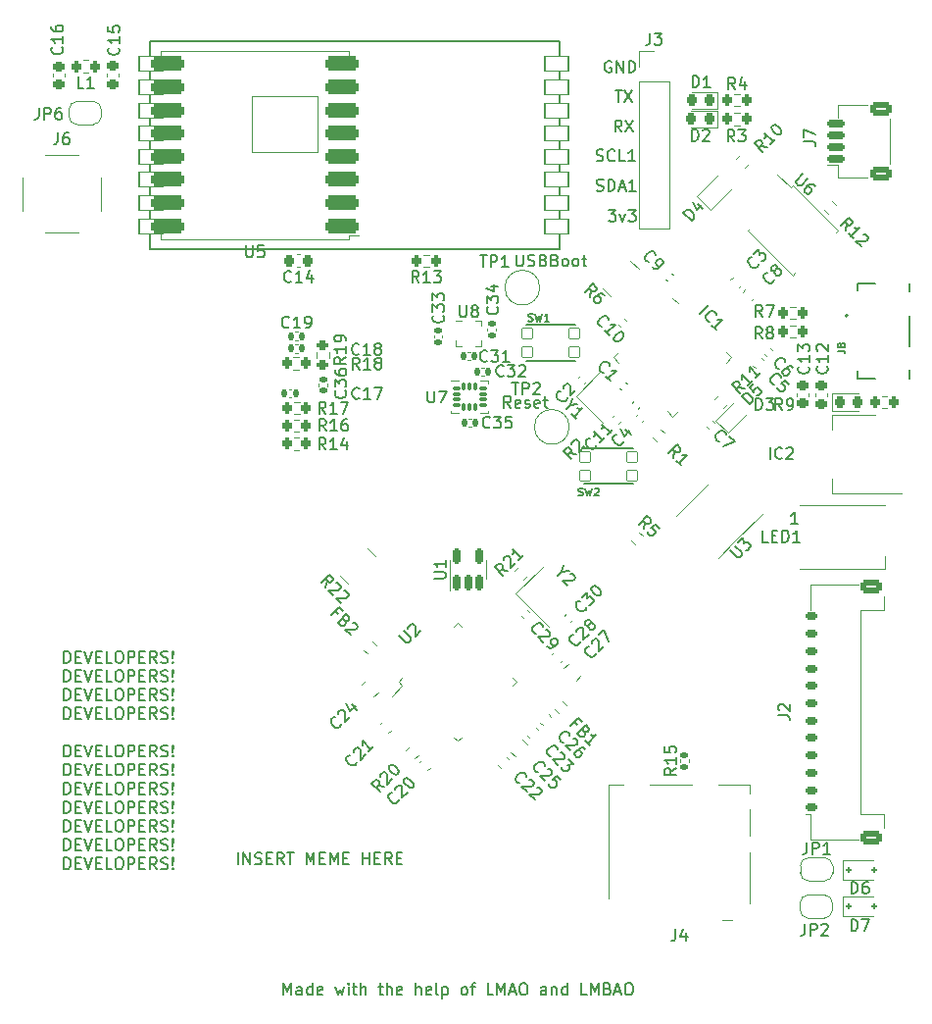
<source format=gbr>
%TF.GenerationSoftware,KiCad,Pcbnew,7.0.1*%
%TF.CreationDate,2023-07-16T00:33:22-07:00*%
%TF.ProjectId,flight_computer_dev_board_rfm98pw,666c6967-6874-45f6-936f-6d7075746572,rev?*%
%TF.SameCoordinates,Original*%
%TF.FileFunction,Legend,Top*%
%TF.FilePolarity,Positive*%
%FSLAX46Y46*%
G04 Gerber Fmt 4.6, Leading zero omitted, Abs format (unit mm)*
G04 Created by KiCad (PCBNEW 7.0.1) date 2023-07-16 00:33:22*
%MOMM*%
%LPD*%
G01*
G04 APERTURE LIST*
G04 Aperture macros list*
%AMRoundRect*
0 Rectangle with rounded corners*
0 $1 Rounding radius*
0 $2 $3 $4 $5 $6 $7 $8 $9 X,Y pos of 4 corners*
0 Add a 4 corners polygon primitive as box body*
4,1,4,$2,$3,$4,$5,$6,$7,$8,$9,$2,$3,0*
0 Add four circle primitives for the rounded corners*
1,1,$1+$1,$2,$3*
1,1,$1+$1,$4,$5*
1,1,$1+$1,$6,$7*
1,1,$1+$1,$8,$9*
0 Add four rect primitives between the rounded corners*
20,1,$1+$1,$2,$3,$4,$5,0*
20,1,$1+$1,$4,$5,$6,$7,0*
20,1,$1+$1,$6,$7,$8,$9,0*
20,1,$1+$1,$8,$9,$2,$3,0*%
%AMRotRect*
0 Rectangle, with rotation*
0 The origin of the aperture is its center*
0 $1 length*
0 $2 width*
0 $3 Rotation angle, in degrees counterclockwise*
0 Add horizontal line*
21,1,$1,$2,0,0,$3*%
%AMFreePoly0*
4,1,19,0.500000,-0.750000,0.000000,-0.750000,0.000000,-0.744911,-0.071157,-0.744911,-0.207708,-0.704816,-0.327430,-0.627875,-0.420627,-0.520320,-0.479746,-0.390866,-0.500000,-0.250000,-0.500000,0.250000,-0.479746,0.390866,-0.420627,0.520320,-0.327430,0.627875,-0.207708,0.704816,-0.071157,0.744911,0.000000,0.744911,0.000000,0.750000,0.500000,0.750000,0.500000,-0.750000,0.500000,-0.750000,
$1*%
%AMFreePoly1*
4,1,19,0.000000,0.744911,0.071157,0.744911,0.207708,0.704816,0.327430,0.627875,0.420627,0.520320,0.479746,0.390866,0.500000,0.250000,0.500000,-0.250000,0.479746,-0.390866,0.420627,-0.520320,0.327430,-0.627875,0.207708,-0.704816,0.071157,-0.744911,0.000000,-0.744911,0.000000,-0.750000,-0.500000,-0.750000,-0.500000,0.750000,0.000000,0.750000,0.000000,0.744911,0.000000,0.744911,
$1*%
G04 Aperture macros list end*
%ADD10C,0.150000*%
%ADD11C,0.146304*%
%ADD12C,0.120000*%
%ADD13C,0.203200*%
%ADD14C,0.127000*%
%ADD15C,0.200000*%
%ADD16C,0.500000*%
%ADD17C,0.250000*%
%ADD18RoundRect,0.218750X0.026517X-0.335876X0.335876X-0.026517X-0.026517X0.335876X-0.335876X0.026517X0*%
%ADD19RotRect,0.800000X0.500000X135.000000*%
%ADD20RotRect,0.800000X0.400000X135.000000*%
%ADD21RoundRect,0.140000X-0.021213X0.219203X-0.219203X0.021213X0.021213X-0.219203X0.219203X-0.021213X0*%
%ADD22RoundRect,0.225000X0.250000X-0.225000X0.250000X0.225000X-0.250000X0.225000X-0.250000X-0.225000X0*%
%ADD23RoundRect,0.200000X-0.200000X-0.275000X0.200000X-0.275000X0.200000X0.275000X-0.200000X0.275000X0*%
%ADD24RoundRect,0.140000X-0.140000X-0.170000X0.140000X-0.170000X0.140000X0.170000X-0.140000X0.170000X0*%
%ADD25RoundRect,0.135000X0.185000X-0.135000X0.185000X0.135000X-0.185000X0.135000X-0.185000X-0.135000X0*%
%ADD26C,2.050000*%
%ADD27C,2.250000*%
%ADD28RoundRect,0.225000X-0.250000X0.225000X-0.250000X-0.225000X0.250000X-0.225000X0.250000X0.225000X0*%
%ADD29RoundRect,0.200000X0.200000X0.275000X-0.200000X0.275000X-0.200000X-0.275000X0.200000X-0.275000X0*%
%ADD30R,2.000000X1.500000*%
%ADD31R,2.000000X3.800000*%
%ADD32RoundRect,0.250000X0.159099X-0.512652X0.512652X-0.159099X-0.159099X0.512652X-0.512652X0.159099X0*%
%ADD33RoundRect,0.140000X0.021213X-0.219203X0.219203X-0.021213X-0.021213X0.219203X-0.219203X0.021213X0*%
%ADD34RoundRect,0.250000X0.512652X0.159099X0.159099X0.512652X-0.512652X-0.159099X-0.159099X-0.512652X0*%
%ADD35RoundRect,0.218750X0.218750X0.256250X-0.218750X0.256250X-0.218750X-0.256250X0.218750X-0.256250X0*%
%ADD36RoundRect,0.200000X-0.335876X-0.053033X-0.053033X-0.335876X0.335876X0.053033X0.053033X0.335876X0*%
%ADD37RoundRect,0.218750X-0.218750X-0.256250X0.218750X-0.256250X0.218750X0.256250X-0.218750X0.256250X0*%
%ADD38RoundRect,0.225000X-0.017678X0.335876X-0.335876X0.017678X0.017678X-0.335876X0.335876X-0.017678X0*%
%ADD39RoundRect,0.050800X-0.450000X-0.450000X0.450000X-0.450000X0.450000X0.450000X-0.450000X0.450000X0*%
%ADD40RoundRect,0.140000X-0.170000X0.140000X-0.170000X-0.140000X0.170000X-0.140000X0.170000X0.140000X0*%
%ADD41RoundRect,0.225000X0.017678X-0.335876X0.335876X-0.017678X-0.017678X0.335876X-0.335876X0.017678X0*%
%ADD42RotRect,1.400000X1.200000X315.000000*%
%ADD43RoundRect,0.135000X-0.035355X0.226274X-0.226274X0.035355X0.035355X-0.226274X0.226274X-0.035355X0*%
%ADD44RoundRect,0.225000X-0.335876X-0.017678X-0.017678X-0.335876X0.335876X0.017678X0.017678X0.335876X0*%
%ADD45RoundRect,0.200000X0.053033X-0.335876X0.335876X-0.053033X-0.053033X0.335876X-0.335876X0.053033X0*%
%ADD46RotRect,1.150000X1.000000X315.000000*%
%ADD47RoundRect,0.140000X0.219203X0.021213X0.021213X0.219203X-0.219203X-0.021213X-0.021213X-0.219203X0*%
%ADD48FreePoly0,0.000000*%
%ADD49FreePoly1,0.000000*%
%ADD50C,5.000000*%
%ADD51RoundRect,0.200000X0.335876X0.053033X0.053033X0.335876X-0.335876X-0.053033X-0.053033X-0.335876X0*%
%ADD52RoundRect,0.063500X1.000000X0.650000X-1.000000X0.650000X-1.000000X-0.650000X1.000000X-0.650000X0*%
%ADD53RoundRect,0.063500X2.849999X2.400000X-2.849999X2.400000X-2.849999X-2.400000X2.849999X-2.400000X0*%
%ADD54RoundRect,0.200000X-0.275000X0.200000X-0.275000X-0.200000X0.275000X-0.200000X0.275000X0.200000X0*%
%ADD55RoundRect,0.150000X0.150000X-0.512500X0.150000X0.512500X-0.150000X0.512500X-0.150000X-0.512500X0*%
%ADD56C,2.000000*%
%ADD57RoundRect,0.125000X-0.125000X-0.125000X0.125000X-0.125000X0.125000X0.125000X-0.125000X0.125000X0*%
%ADD58RoundRect,0.087500X-0.225000X-0.087500X0.225000X-0.087500X0.225000X0.087500X-0.225000X0.087500X0*%
%ADD59RoundRect,0.087500X-0.087500X-0.225000X0.087500X-0.225000X0.087500X0.225000X-0.087500X0.225000X0*%
%ADD60RoundRect,0.150000X-0.565685X0.353553X0.353553X-0.565685X0.565685X-0.353553X-0.353553X0.565685X0*%
%ADD61RoundRect,0.140000X-0.219203X-0.021213X-0.021213X-0.219203X0.219203X0.021213X0.021213X0.219203X0*%
%ADD62R,1.500000X0.900000*%
%ADD63RoundRect,0.125000X0.000000X-0.176777X0.176777X0.000000X0.000000X0.176777X-0.176777X0.000000X0*%
%ADD64R,0.850000X1.100000*%
%ADD65R,0.750000X1.100000*%
%ADD66R,1.200000X1.000000*%
%ADD67R,1.550000X1.350000*%
%ADD68R,1.900000X1.350000*%
%ADD69R,1.170000X1.800000*%
%ADD70RoundRect,0.150000X0.625000X-0.150000X0.625000X0.150000X-0.625000X0.150000X-0.625000X-0.150000X0*%
%ADD71RoundRect,0.250000X0.650000X-0.350000X0.650000X0.350000X-0.650000X0.350000X-0.650000X-0.350000X0*%
%ADD72RoundRect,0.050000X-0.309359X0.238649X0.238649X-0.309359X0.309359X-0.238649X-0.238649X0.309359X0*%
%ADD73RoundRect,0.050000X-0.309359X-0.238649X-0.238649X-0.309359X0.309359X0.238649X0.238649X0.309359X0*%
%ADD74RotRect,3.200000X3.200000X315.000000*%
%ADD75RoundRect,0.317500X1.157500X0.317500X-1.157500X0.317500X-1.157500X-0.317500X1.157500X-0.317500X0*%
%ADD76R,0.375000X0.350000*%
%ADD77R,0.350000X0.375000*%
%ADD78RoundRect,0.225000X0.225000X0.250000X-0.225000X0.250000X-0.225000X-0.250000X0.225000X-0.250000X0*%
%ADD79RoundRect,0.150000X0.350000X-0.150000X0.350000X0.150000X-0.350000X0.150000X-0.350000X-0.150000X0*%
%ADD80RoundRect,0.250000X0.650000X-0.375000X0.650000X0.375000X-0.650000X0.375000X-0.650000X-0.375000X0*%
%ADD81RoundRect,0.150000X0.406586X0.618718X-0.618718X-0.406586X-0.406586X-0.618718X0.618718X0.406586X0*%
%ADD82RoundRect,0.200000X-0.053033X0.335876X-0.335876X0.053033X0.053033X-0.335876X0.335876X-0.053033X0*%
%ADD83RoundRect,0.225000X0.335876X0.017678X0.017678X0.335876X-0.335876X-0.017678X-0.017678X-0.335876X0*%
%ADD84R,1.380000X0.450000*%
%ADD85O,2.416000X1.208000*%
%ADD86R,2.100000X1.475000*%
%ADD87R,1.900000X1.375000*%
%ADD88RoundRect,0.075000X-0.415425X-0.521491X0.521491X0.415425X0.415425X0.521491X-0.521491X-0.415425X0*%
%ADD89RoundRect,0.075000X0.415425X-0.521491X0.521491X-0.415425X-0.415425X0.521491X-0.521491X0.415425X0*%
%ADD90R,1.700000X1.700000*%
%ADD91O,1.700000X1.700000*%
%ADD92C,1.000000*%
%ADD93C,3.251200*%
%ADD94C,1.397000*%
%ADD95C,2.108200*%
G04 APERTURE END LIST*
D10*
X168398095Y-129067619D02*
X168398095Y-128067619D01*
X168874285Y-129067619D02*
X168874285Y-128067619D01*
X168874285Y-128067619D02*
X169445713Y-129067619D01*
X169445713Y-129067619D02*
X169445713Y-128067619D01*
X169874285Y-129020000D02*
X170017142Y-129067619D01*
X170017142Y-129067619D02*
X170255237Y-129067619D01*
X170255237Y-129067619D02*
X170350475Y-129020000D01*
X170350475Y-129020000D02*
X170398094Y-128972380D01*
X170398094Y-128972380D02*
X170445713Y-128877142D01*
X170445713Y-128877142D02*
X170445713Y-128781904D01*
X170445713Y-128781904D02*
X170398094Y-128686666D01*
X170398094Y-128686666D02*
X170350475Y-128639047D01*
X170350475Y-128639047D02*
X170255237Y-128591428D01*
X170255237Y-128591428D02*
X170064761Y-128543809D01*
X170064761Y-128543809D02*
X169969523Y-128496190D01*
X169969523Y-128496190D02*
X169921904Y-128448571D01*
X169921904Y-128448571D02*
X169874285Y-128353333D01*
X169874285Y-128353333D02*
X169874285Y-128258095D01*
X169874285Y-128258095D02*
X169921904Y-128162857D01*
X169921904Y-128162857D02*
X169969523Y-128115238D01*
X169969523Y-128115238D02*
X170064761Y-128067619D01*
X170064761Y-128067619D02*
X170302856Y-128067619D01*
X170302856Y-128067619D02*
X170445713Y-128115238D01*
X170874285Y-128543809D02*
X171207618Y-128543809D01*
X171350475Y-129067619D02*
X170874285Y-129067619D01*
X170874285Y-129067619D02*
X170874285Y-128067619D01*
X170874285Y-128067619D02*
X171350475Y-128067619D01*
X172350475Y-129067619D02*
X172017142Y-128591428D01*
X171779047Y-129067619D02*
X171779047Y-128067619D01*
X171779047Y-128067619D02*
X172159999Y-128067619D01*
X172159999Y-128067619D02*
X172255237Y-128115238D01*
X172255237Y-128115238D02*
X172302856Y-128162857D01*
X172302856Y-128162857D02*
X172350475Y-128258095D01*
X172350475Y-128258095D02*
X172350475Y-128400952D01*
X172350475Y-128400952D02*
X172302856Y-128496190D01*
X172302856Y-128496190D02*
X172255237Y-128543809D01*
X172255237Y-128543809D02*
X172159999Y-128591428D01*
X172159999Y-128591428D02*
X171779047Y-128591428D01*
X172636190Y-128067619D02*
X173207618Y-128067619D01*
X172921904Y-129067619D02*
X172921904Y-128067619D01*
X174302857Y-129067619D02*
X174302857Y-128067619D01*
X174302857Y-128067619D02*
X174636190Y-128781904D01*
X174636190Y-128781904D02*
X174969523Y-128067619D01*
X174969523Y-128067619D02*
X174969523Y-129067619D01*
X175445714Y-128543809D02*
X175779047Y-128543809D01*
X175921904Y-129067619D02*
X175445714Y-129067619D01*
X175445714Y-129067619D02*
X175445714Y-128067619D01*
X175445714Y-128067619D02*
X175921904Y-128067619D01*
X176350476Y-129067619D02*
X176350476Y-128067619D01*
X176350476Y-128067619D02*
X176683809Y-128781904D01*
X176683809Y-128781904D02*
X177017142Y-128067619D01*
X177017142Y-128067619D02*
X177017142Y-129067619D01*
X177493333Y-128543809D02*
X177826666Y-128543809D01*
X177969523Y-129067619D02*
X177493333Y-129067619D01*
X177493333Y-129067619D02*
X177493333Y-128067619D01*
X177493333Y-128067619D02*
X177969523Y-128067619D01*
X179160000Y-129067619D02*
X179160000Y-128067619D01*
X179160000Y-128543809D02*
X179731428Y-128543809D01*
X179731428Y-129067619D02*
X179731428Y-128067619D01*
X180207619Y-128543809D02*
X180540952Y-128543809D01*
X180683809Y-129067619D02*
X180207619Y-129067619D01*
X180207619Y-129067619D02*
X180207619Y-128067619D01*
X180207619Y-128067619D02*
X180683809Y-128067619D01*
X181683809Y-129067619D02*
X181350476Y-128591428D01*
X181112381Y-129067619D02*
X181112381Y-128067619D01*
X181112381Y-128067619D02*
X181493333Y-128067619D01*
X181493333Y-128067619D02*
X181588571Y-128115238D01*
X181588571Y-128115238D02*
X181636190Y-128162857D01*
X181636190Y-128162857D02*
X181683809Y-128258095D01*
X181683809Y-128258095D02*
X181683809Y-128400952D01*
X181683809Y-128400952D02*
X181636190Y-128496190D01*
X181636190Y-128496190D02*
X181588571Y-128543809D01*
X181588571Y-128543809D02*
X181493333Y-128591428D01*
X181493333Y-128591428D02*
X181112381Y-128591428D01*
X182112381Y-128543809D02*
X182445714Y-128543809D01*
X182588571Y-129067619D02*
X182112381Y-129067619D01*
X182112381Y-129067619D02*
X182112381Y-128067619D01*
X182112381Y-128067619D02*
X182588571Y-128067619D01*
X200631904Y-59775238D02*
X200536666Y-59727619D01*
X200536666Y-59727619D02*
X200393809Y-59727619D01*
X200393809Y-59727619D02*
X200250952Y-59775238D01*
X200250952Y-59775238D02*
X200155714Y-59870476D01*
X200155714Y-59870476D02*
X200108095Y-59965714D01*
X200108095Y-59965714D02*
X200060476Y-60156190D01*
X200060476Y-60156190D02*
X200060476Y-60299047D01*
X200060476Y-60299047D02*
X200108095Y-60489523D01*
X200108095Y-60489523D02*
X200155714Y-60584761D01*
X200155714Y-60584761D02*
X200250952Y-60680000D01*
X200250952Y-60680000D02*
X200393809Y-60727619D01*
X200393809Y-60727619D02*
X200489047Y-60727619D01*
X200489047Y-60727619D02*
X200631904Y-60680000D01*
X200631904Y-60680000D02*
X200679523Y-60632380D01*
X200679523Y-60632380D02*
X200679523Y-60299047D01*
X200679523Y-60299047D02*
X200489047Y-60299047D01*
X201108095Y-60727619D02*
X201108095Y-59727619D01*
X201108095Y-59727619D02*
X201679523Y-60727619D01*
X201679523Y-60727619D02*
X201679523Y-59727619D01*
X202155714Y-60727619D02*
X202155714Y-59727619D01*
X202155714Y-59727619D02*
X202393809Y-59727619D01*
X202393809Y-59727619D02*
X202536666Y-59775238D01*
X202536666Y-59775238D02*
X202631904Y-59870476D01*
X202631904Y-59870476D02*
X202679523Y-59965714D01*
X202679523Y-59965714D02*
X202727142Y-60156190D01*
X202727142Y-60156190D02*
X202727142Y-60299047D01*
X202727142Y-60299047D02*
X202679523Y-60489523D01*
X202679523Y-60489523D02*
X202631904Y-60584761D01*
X202631904Y-60584761D02*
X202536666Y-60680000D01*
X202536666Y-60680000D02*
X202393809Y-60727619D01*
X202393809Y-60727619D02*
X202155714Y-60727619D01*
X200995238Y-62297619D02*
X201566666Y-62297619D01*
X201280952Y-63297619D02*
X201280952Y-62297619D01*
X201804762Y-62297619D02*
X202471428Y-63297619D01*
X202471428Y-62297619D02*
X201804762Y-63297619D01*
X201549523Y-65847619D02*
X201216190Y-65371428D01*
X200978095Y-65847619D02*
X200978095Y-64847619D01*
X200978095Y-64847619D02*
X201359047Y-64847619D01*
X201359047Y-64847619D02*
X201454285Y-64895238D01*
X201454285Y-64895238D02*
X201501904Y-64942857D01*
X201501904Y-64942857D02*
X201549523Y-65038095D01*
X201549523Y-65038095D02*
X201549523Y-65180952D01*
X201549523Y-65180952D02*
X201501904Y-65276190D01*
X201501904Y-65276190D02*
X201454285Y-65323809D01*
X201454285Y-65323809D02*
X201359047Y-65371428D01*
X201359047Y-65371428D02*
X200978095Y-65371428D01*
X201882857Y-64847619D02*
X202549523Y-65847619D01*
X202549523Y-64847619D02*
X201882857Y-65847619D01*
X199370476Y-68330000D02*
X199513333Y-68377619D01*
X199513333Y-68377619D02*
X199751428Y-68377619D01*
X199751428Y-68377619D02*
X199846666Y-68330000D01*
X199846666Y-68330000D02*
X199894285Y-68282380D01*
X199894285Y-68282380D02*
X199941904Y-68187142D01*
X199941904Y-68187142D02*
X199941904Y-68091904D01*
X199941904Y-68091904D02*
X199894285Y-67996666D01*
X199894285Y-67996666D02*
X199846666Y-67949047D01*
X199846666Y-67949047D02*
X199751428Y-67901428D01*
X199751428Y-67901428D02*
X199560952Y-67853809D01*
X199560952Y-67853809D02*
X199465714Y-67806190D01*
X199465714Y-67806190D02*
X199418095Y-67758571D01*
X199418095Y-67758571D02*
X199370476Y-67663333D01*
X199370476Y-67663333D02*
X199370476Y-67568095D01*
X199370476Y-67568095D02*
X199418095Y-67472857D01*
X199418095Y-67472857D02*
X199465714Y-67425238D01*
X199465714Y-67425238D02*
X199560952Y-67377619D01*
X199560952Y-67377619D02*
X199799047Y-67377619D01*
X199799047Y-67377619D02*
X199941904Y-67425238D01*
X200941904Y-68282380D02*
X200894285Y-68330000D01*
X200894285Y-68330000D02*
X200751428Y-68377619D01*
X200751428Y-68377619D02*
X200656190Y-68377619D01*
X200656190Y-68377619D02*
X200513333Y-68330000D01*
X200513333Y-68330000D02*
X200418095Y-68234761D01*
X200418095Y-68234761D02*
X200370476Y-68139523D01*
X200370476Y-68139523D02*
X200322857Y-67949047D01*
X200322857Y-67949047D02*
X200322857Y-67806190D01*
X200322857Y-67806190D02*
X200370476Y-67615714D01*
X200370476Y-67615714D02*
X200418095Y-67520476D01*
X200418095Y-67520476D02*
X200513333Y-67425238D01*
X200513333Y-67425238D02*
X200656190Y-67377619D01*
X200656190Y-67377619D02*
X200751428Y-67377619D01*
X200751428Y-67377619D02*
X200894285Y-67425238D01*
X200894285Y-67425238D02*
X200941904Y-67472857D01*
X201846666Y-68377619D02*
X201370476Y-68377619D01*
X201370476Y-68377619D02*
X201370476Y-67377619D01*
X202703809Y-68377619D02*
X202132381Y-68377619D01*
X202418095Y-68377619D02*
X202418095Y-67377619D01*
X202418095Y-67377619D02*
X202322857Y-67520476D01*
X202322857Y-67520476D02*
X202227619Y-67615714D01*
X202227619Y-67615714D02*
X202132381Y-67663333D01*
X199380476Y-70910000D02*
X199523333Y-70957619D01*
X199523333Y-70957619D02*
X199761428Y-70957619D01*
X199761428Y-70957619D02*
X199856666Y-70910000D01*
X199856666Y-70910000D02*
X199904285Y-70862380D01*
X199904285Y-70862380D02*
X199951904Y-70767142D01*
X199951904Y-70767142D02*
X199951904Y-70671904D01*
X199951904Y-70671904D02*
X199904285Y-70576666D01*
X199904285Y-70576666D02*
X199856666Y-70529047D01*
X199856666Y-70529047D02*
X199761428Y-70481428D01*
X199761428Y-70481428D02*
X199570952Y-70433809D01*
X199570952Y-70433809D02*
X199475714Y-70386190D01*
X199475714Y-70386190D02*
X199428095Y-70338571D01*
X199428095Y-70338571D02*
X199380476Y-70243333D01*
X199380476Y-70243333D02*
X199380476Y-70148095D01*
X199380476Y-70148095D02*
X199428095Y-70052857D01*
X199428095Y-70052857D02*
X199475714Y-70005238D01*
X199475714Y-70005238D02*
X199570952Y-69957619D01*
X199570952Y-69957619D02*
X199809047Y-69957619D01*
X199809047Y-69957619D02*
X199951904Y-70005238D01*
X200380476Y-70957619D02*
X200380476Y-69957619D01*
X200380476Y-69957619D02*
X200618571Y-69957619D01*
X200618571Y-69957619D02*
X200761428Y-70005238D01*
X200761428Y-70005238D02*
X200856666Y-70100476D01*
X200856666Y-70100476D02*
X200904285Y-70195714D01*
X200904285Y-70195714D02*
X200951904Y-70386190D01*
X200951904Y-70386190D02*
X200951904Y-70529047D01*
X200951904Y-70529047D02*
X200904285Y-70719523D01*
X200904285Y-70719523D02*
X200856666Y-70814761D01*
X200856666Y-70814761D02*
X200761428Y-70910000D01*
X200761428Y-70910000D02*
X200618571Y-70957619D01*
X200618571Y-70957619D02*
X200380476Y-70957619D01*
X201332857Y-70671904D02*
X201809047Y-70671904D01*
X201237619Y-70957619D02*
X201570952Y-69957619D01*
X201570952Y-69957619D02*
X201904285Y-70957619D01*
X202761428Y-70957619D02*
X202190000Y-70957619D01*
X202475714Y-70957619D02*
X202475714Y-69957619D01*
X202475714Y-69957619D02*
X202380476Y-70100476D01*
X202380476Y-70100476D02*
X202285238Y-70195714D01*
X202285238Y-70195714D02*
X202190000Y-70243333D01*
X200412857Y-72587619D02*
X201031904Y-72587619D01*
X201031904Y-72587619D02*
X200698571Y-72968571D01*
X200698571Y-72968571D02*
X200841428Y-72968571D01*
X200841428Y-72968571D02*
X200936666Y-73016190D01*
X200936666Y-73016190D02*
X200984285Y-73063809D01*
X200984285Y-73063809D02*
X201031904Y-73159047D01*
X201031904Y-73159047D02*
X201031904Y-73397142D01*
X201031904Y-73397142D02*
X200984285Y-73492380D01*
X200984285Y-73492380D02*
X200936666Y-73540000D01*
X200936666Y-73540000D02*
X200841428Y-73587619D01*
X200841428Y-73587619D02*
X200555714Y-73587619D01*
X200555714Y-73587619D02*
X200460476Y-73540000D01*
X200460476Y-73540000D02*
X200412857Y-73492380D01*
X201365238Y-72920952D02*
X201603333Y-73587619D01*
X201603333Y-73587619D02*
X201841428Y-72920952D01*
X202127143Y-72587619D02*
X202746190Y-72587619D01*
X202746190Y-72587619D02*
X202412857Y-72968571D01*
X202412857Y-72968571D02*
X202555714Y-72968571D01*
X202555714Y-72968571D02*
X202650952Y-73016190D01*
X202650952Y-73016190D02*
X202698571Y-73063809D01*
X202698571Y-73063809D02*
X202746190Y-73159047D01*
X202746190Y-73159047D02*
X202746190Y-73397142D01*
X202746190Y-73397142D02*
X202698571Y-73492380D01*
X202698571Y-73492380D02*
X202650952Y-73540000D01*
X202650952Y-73540000D02*
X202555714Y-73587619D01*
X202555714Y-73587619D02*
X202270000Y-73587619D01*
X202270000Y-73587619D02*
X202174762Y-73540000D01*
X202174762Y-73540000D02*
X202127143Y-73492380D01*
X153378095Y-111677619D02*
X153378095Y-110677619D01*
X153378095Y-110677619D02*
X153616190Y-110677619D01*
X153616190Y-110677619D02*
X153759047Y-110725238D01*
X153759047Y-110725238D02*
X153854285Y-110820476D01*
X153854285Y-110820476D02*
X153901904Y-110915714D01*
X153901904Y-110915714D02*
X153949523Y-111106190D01*
X153949523Y-111106190D02*
X153949523Y-111249047D01*
X153949523Y-111249047D02*
X153901904Y-111439523D01*
X153901904Y-111439523D02*
X153854285Y-111534761D01*
X153854285Y-111534761D02*
X153759047Y-111630000D01*
X153759047Y-111630000D02*
X153616190Y-111677619D01*
X153616190Y-111677619D02*
X153378095Y-111677619D01*
X154378095Y-111153809D02*
X154711428Y-111153809D01*
X154854285Y-111677619D02*
X154378095Y-111677619D01*
X154378095Y-111677619D02*
X154378095Y-110677619D01*
X154378095Y-110677619D02*
X154854285Y-110677619D01*
X155140000Y-110677619D02*
X155473333Y-111677619D01*
X155473333Y-111677619D02*
X155806666Y-110677619D01*
X156140000Y-111153809D02*
X156473333Y-111153809D01*
X156616190Y-111677619D02*
X156140000Y-111677619D01*
X156140000Y-111677619D02*
X156140000Y-110677619D01*
X156140000Y-110677619D02*
X156616190Y-110677619D01*
X157520952Y-111677619D02*
X157044762Y-111677619D01*
X157044762Y-111677619D02*
X157044762Y-110677619D01*
X158044762Y-110677619D02*
X158235238Y-110677619D01*
X158235238Y-110677619D02*
X158330476Y-110725238D01*
X158330476Y-110725238D02*
X158425714Y-110820476D01*
X158425714Y-110820476D02*
X158473333Y-111010952D01*
X158473333Y-111010952D02*
X158473333Y-111344285D01*
X158473333Y-111344285D02*
X158425714Y-111534761D01*
X158425714Y-111534761D02*
X158330476Y-111630000D01*
X158330476Y-111630000D02*
X158235238Y-111677619D01*
X158235238Y-111677619D02*
X158044762Y-111677619D01*
X158044762Y-111677619D02*
X157949524Y-111630000D01*
X157949524Y-111630000D02*
X157854286Y-111534761D01*
X157854286Y-111534761D02*
X157806667Y-111344285D01*
X157806667Y-111344285D02*
X157806667Y-111010952D01*
X157806667Y-111010952D02*
X157854286Y-110820476D01*
X157854286Y-110820476D02*
X157949524Y-110725238D01*
X157949524Y-110725238D02*
X158044762Y-110677619D01*
X158901905Y-111677619D02*
X158901905Y-110677619D01*
X158901905Y-110677619D02*
X159282857Y-110677619D01*
X159282857Y-110677619D02*
X159378095Y-110725238D01*
X159378095Y-110725238D02*
X159425714Y-110772857D01*
X159425714Y-110772857D02*
X159473333Y-110868095D01*
X159473333Y-110868095D02*
X159473333Y-111010952D01*
X159473333Y-111010952D02*
X159425714Y-111106190D01*
X159425714Y-111106190D02*
X159378095Y-111153809D01*
X159378095Y-111153809D02*
X159282857Y-111201428D01*
X159282857Y-111201428D02*
X158901905Y-111201428D01*
X159901905Y-111153809D02*
X160235238Y-111153809D01*
X160378095Y-111677619D02*
X159901905Y-111677619D01*
X159901905Y-111677619D02*
X159901905Y-110677619D01*
X159901905Y-110677619D02*
X160378095Y-110677619D01*
X161378095Y-111677619D02*
X161044762Y-111201428D01*
X160806667Y-111677619D02*
X160806667Y-110677619D01*
X160806667Y-110677619D02*
X161187619Y-110677619D01*
X161187619Y-110677619D02*
X161282857Y-110725238D01*
X161282857Y-110725238D02*
X161330476Y-110772857D01*
X161330476Y-110772857D02*
X161378095Y-110868095D01*
X161378095Y-110868095D02*
X161378095Y-111010952D01*
X161378095Y-111010952D02*
X161330476Y-111106190D01*
X161330476Y-111106190D02*
X161282857Y-111153809D01*
X161282857Y-111153809D02*
X161187619Y-111201428D01*
X161187619Y-111201428D02*
X160806667Y-111201428D01*
X161759048Y-111630000D02*
X161901905Y-111677619D01*
X161901905Y-111677619D02*
X162140000Y-111677619D01*
X162140000Y-111677619D02*
X162235238Y-111630000D01*
X162235238Y-111630000D02*
X162282857Y-111582380D01*
X162282857Y-111582380D02*
X162330476Y-111487142D01*
X162330476Y-111487142D02*
X162330476Y-111391904D01*
X162330476Y-111391904D02*
X162282857Y-111296666D01*
X162282857Y-111296666D02*
X162235238Y-111249047D01*
X162235238Y-111249047D02*
X162140000Y-111201428D01*
X162140000Y-111201428D02*
X161949524Y-111153809D01*
X161949524Y-111153809D02*
X161854286Y-111106190D01*
X161854286Y-111106190D02*
X161806667Y-111058571D01*
X161806667Y-111058571D02*
X161759048Y-110963333D01*
X161759048Y-110963333D02*
X161759048Y-110868095D01*
X161759048Y-110868095D02*
X161806667Y-110772857D01*
X161806667Y-110772857D02*
X161854286Y-110725238D01*
X161854286Y-110725238D02*
X161949524Y-110677619D01*
X161949524Y-110677619D02*
X162187619Y-110677619D01*
X162187619Y-110677619D02*
X162330476Y-110725238D01*
X162759048Y-111582380D02*
X162806667Y-111630000D01*
X162806667Y-111630000D02*
X162759048Y-111677619D01*
X162759048Y-111677619D02*
X162711429Y-111630000D01*
X162711429Y-111630000D02*
X162759048Y-111582380D01*
X162759048Y-111582380D02*
X162759048Y-111677619D01*
X162759048Y-111296666D02*
X162711429Y-110725238D01*
X162711429Y-110725238D02*
X162759048Y-110677619D01*
X162759048Y-110677619D02*
X162806667Y-110725238D01*
X162806667Y-110725238D02*
X162759048Y-111296666D01*
X162759048Y-111296666D02*
X162759048Y-110677619D01*
X153378095Y-113297619D02*
X153378095Y-112297619D01*
X153378095Y-112297619D02*
X153616190Y-112297619D01*
X153616190Y-112297619D02*
X153759047Y-112345238D01*
X153759047Y-112345238D02*
X153854285Y-112440476D01*
X153854285Y-112440476D02*
X153901904Y-112535714D01*
X153901904Y-112535714D02*
X153949523Y-112726190D01*
X153949523Y-112726190D02*
X153949523Y-112869047D01*
X153949523Y-112869047D02*
X153901904Y-113059523D01*
X153901904Y-113059523D02*
X153854285Y-113154761D01*
X153854285Y-113154761D02*
X153759047Y-113250000D01*
X153759047Y-113250000D02*
X153616190Y-113297619D01*
X153616190Y-113297619D02*
X153378095Y-113297619D01*
X154378095Y-112773809D02*
X154711428Y-112773809D01*
X154854285Y-113297619D02*
X154378095Y-113297619D01*
X154378095Y-113297619D02*
X154378095Y-112297619D01*
X154378095Y-112297619D02*
X154854285Y-112297619D01*
X155140000Y-112297619D02*
X155473333Y-113297619D01*
X155473333Y-113297619D02*
X155806666Y-112297619D01*
X156140000Y-112773809D02*
X156473333Y-112773809D01*
X156616190Y-113297619D02*
X156140000Y-113297619D01*
X156140000Y-113297619D02*
X156140000Y-112297619D01*
X156140000Y-112297619D02*
X156616190Y-112297619D01*
X157520952Y-113297619D02*
X157044762Y-113297619D01*
X157044762Y-113297619D02*
X157044762Y-112297619D01*
X158044762Y-112297619D02*
X158235238Y-112297619D01*
X158235238Y-112297619D02*
X158330476Y-112345238D01*
X158330476Y-112345238D02*
X158425714Y-112440476D01*
X158425714Y-112440476D02*
X158473333Y-112630952D01*
X158473333Y-112630952D02*
X158473333Y-112964285D01*
X158473333Y-112964285D02*
X158425714Y-113154761D01*
X158425714Y-113154761D02*
X158330476Y-113250000D01*
X158330476Y-113250000D02*
X158235238Y-113297619D01*
X158235238Y-113297619D02*
X158044762Y-113297619D01*
X158044762Y-113297619D02*
X157949524Y-113250000D01*
X157949524Y-113250000D02*
X157854286Y-113154761D01*
X157854286Y-113154761D02*
X157806667Y-112964285D01*
X157806667Y-112964285D02*
X157806667Y-112630952D01*
X157806667Y-112630952D02*
X157854286Y-112440476D01*
X157854286Y-112440476D02*
X157949524Y-112345238D01*
X157949524Y-112345238D02*
X158044762Y-112297619D01*
X158901905Y-113297619D02*
X158901905Y-112297619D01*
X158901905Y-112297619D02*
X159282857Y-112297619D01*
X159282857Y-112297619D02*
X159378095Y-112345238D01*
X159378095Y-112345238D02*
X159425714Y-112392857D01*
X159425714Y-112392857D02*
X159473333Y-112488095D01*
X159473333Y-112488095D02*
X159473333Y-112630952D01*
X159473333Y-112630952D02*
X159425714Y-112726190D01*
X159425714Y-112726190D02*
X159378095Y-112773809D01*
X159378095Y-112773809D02*
X159282857Y-112821428D01*
X159282857Y-112821428D02*
X158901905Y-112821428D01*
X159901905Y-112773809D02*
X160235238Y-112773809D01*
X160378095Y-113297619D02*
X159901905Y-113297619D01*
X159901905Y-113297619D02*
X159901905Y-112297619D01*
X159901905Y-112297619D02*
X160378095Y-112297619D01*
X161378095Y-113297619D02*
X161044762Y-112821428D01*
X160806667Y-113297619D02*
X160806667Y-112297619D01*
X160806667Y-112297619D02*
X161187619Y-112297619D01*
X161187619Y-112297619D02*
X161282857Y-112345238D01*
X161282857Y-112345238D02*
X161330476Y-112392857D01*
X161330476Y-112392857D02*
X161378095Y-112488095D01*
X161378095Y-112488095D02*
X161378095Y-112630952D01*
X161378095Y-112630952D02*
X161330476Y-112726190D01*
X161330476Y-112726190D02*
X161282857Y-112773809D01*
X161282857Y-112773809D02*
X161187619Y-112821428D01*
X161187619Y-112821428D02*
X160806667Y-112821428D01*
X161759048Y-113250000D02*
X161901905Y-113297619D01*
X161901905Y-113297619D02*
X162140000Y-113297619D01*
X162140000Y-113297619D02*
X162235238Y-113250000D01*
X162235238Y-113250000D02*
X162282857Y-113202380D01*
X162282857Y-113202380D02*
X162330476Y-113107142D01*
X162330476Y-113107142D02*
X162330476Y-113011904D01*
X162330476Y-113011904D02*
X162282857Y-112916666D01*
X162282857Y-112916666D02*
X162235238Y-112869047D01*
X162235238Y-112869047D02*
X162140000Y-112821428D01*
X162140000Y-112821428D02*
X161949524Y-112773809D01*
X161949524Y-112773809D02*
X161854286Y-112726190D01*
X161854286Y-112726190D02*
X161806667Y-112678571D01*
X161806667Y-112678571D02*
X161759048Y-112583333D01*
X161759048Y-112583333D02*
X161759048Y-112488095D01*
X161759048Y-112488095D02*
X161806667Y-112392857D01*
X161806667Y-112392857D02*
X161854286Y-112345238D01*
X161854286Y-112345238D02*
X161949524Y-112297619D01*
X161949524Y-112297619D02*
X162187619Y-112297619D01*
X162187619Y-112297619D02*
X162330476Y-112345238D01*
X162759048Y-113202380D02*
X162806667Y-113250000D01*
X162806667Y-113250000D02*
X162759048Y-113297619D01*
X162759048Y-113297619D02*
X162711429Y-113250000D01*
X162711429Y-113250000D02*
X162759048Y-113202380D01*
X162759048Y-113202380D02*
X162759048Y-113297619D01*
X162759048Y-112916666D02*
X162711429Y-112345238D01*
X162711429Y-112345238D02*
X162759048Y-112297619D01*
X162759048Y-112297619D02*
X162806667Y-112345238D01*
X162806667Y-112345238D02*
X162759048Y-112916666D01*
X162759048Y-112916666D02*
X162759048Y-112297619D01*
X153378095Y-114917619D02*
X153378095Y-113917619D01*
X153378095Y-113917619D02*
X153616190Y-113917619D01*
X153616190Y-113917619D02*
X153759047Y-113965238D01*
X153759047Y-113965238D02*
X153854285Y-114060476D01*
X153854285Y-114060476D02*
X153901904Y-114155714D01*
X153901904Y-114155714D02*
X153949523Y-114346190D01*
X153949523Y-114346190D02*
X153949523Y-114489047D01*
X153949523Y-114489047D02*
X153901904Y-114679523D01*
X153901904Y-114679523D02*
X153854285Y-114774761D01*
X153854285Y-114774761D02*
X153759047Y-114870000D01*
X153759047Y-114870000D02*
X153616190Y-114917619D01*
X153616190Y-114917619D02*
X153378095Y-114917619D01*
X154378095Y-114393809D02*
X154711428Y-114393809D01*
X154854285Y-114917619D02*
X154378095Y-114917619D01*
X154378095Y-114917619D02*
X154378095Y-113917619D01*
X154378095Y-113917619D02*
X154854285Y-113917619D01*
X155140000Y-113917619D02*
X155473333Y-114917619D01*
X155473333Y-114917619D02*
X155806666Y-113917619D01*
X156140000Y-114393809D02*
X156473333Y-114393809D01*
X156616190Y-114917619D02*
X156140000Y-114917619D01*
X156140000Y-114917619D02*
X156140000Y-113917619D01*
X156140000Y-113917619D02*
X156616190Y-113917619D01*
X157520952Y-114917619D02*
X157044762Y-114917619D01*
X157044762Y-114917619D02*
X157044762Y-113917619D01*
X158044762Y-113917619D02*
X158235238Y-113917619D01*
X158235238Y-113917619D02*
X158330476Y-113965238D01*
X158330476Y-113965238D02*
X158425714Y-114060476D01*
X158425714Y-114060476D02*
X158473333Y-114250952D01*
X158473333Y-114250952D02*
X158473333Y-114584285D01*
X158473333Y-114584285D02*
X158425714Y-114774761D01*
X158425714Y-114774761D02*
X158330476Y-114870000D01*
X158330476Y-114870000D02*
X158235238Y-114917619D01*
X158235238Y-114917619D02*
X158044762Y-114917619D01*
X158044762Y-114917619D02*
X157949524Y-114870000D01*
X157949524Y-114870000D02*
X157854286Y-114774761D01*
X157854286Y-114774761D02*
X157806667Y-114584285D01*
X157806667Y-114584285D02*
X157806667Y-114250952D01*
X157806667Y-114250952D02*
X157854286Y-114060476D01*
X157854286Y-114060476D02*
X157949524Y-113965238D01*
X157949524Y-113965238D02*
X158044762Y-113917619D01*
X158901905Y-114917619D02*
X158901905Y-113917619D01*
X158901905Y-113917619D02*
X159282857Y-113917619D01*
X159282857Y-113917619D02*
X159378095Y-113965238D01*
X159378095Y-113965238D02*
X159425714Y-114012857D01*
X159425714Y-114012857D02*
X159473333Y-114108095D01*
X159473333Y-114108095D02*
X159473333Y-114250952D01*
X159473333Y-114250952D02*
X159425714Y-114346190D01*
X159425714Y-114346190D02*
X159378095Y-114393809D01*
X159378095Y-114393809D02*
X159282857Y-114441428D01*
X159282857Y-114441428D02*
X158901905Y-114441428D01*
X159901905Y-114393809D02*
X160235238Y-114393809D01*
X160378095Y-114917619D02*
X159901905Y-114917619D01*
X159901905Y-114917619D02*
X159901905Y-113917619D01*
X159901905Y-113917619D02*
X160378095Y-113917619D01*
X161378095Y-114917619D02*
X161044762Y-114441428D01*
X160806667Y-114917619D02*
X160806667Y-113917619D01*
X160806667Y-113917619D02*
X161187619Y-113917619D01*
X161187619Y-113917619D02*
X161282857Y-113965238D01*
X161282857Y-113965238D02*
X161330476Y-114012857D01*
X161330476Y-114012857D02*
X161378095Y-114108095D01*
X161378095Y-114108095D02*
X161378095Y-114250952D01*
X161378095Y-114250952D02*
X161330476Y-114346190D01*
X161330476Y-114346190D02*
X161282857Y-114393809D01*
X161282857Y-114393809D02*
X161187619Y-114441428D01*
X161187619Y-114441428D02*
X160806667Y-114441428D01*
X161759048Y-114870000D02*
X161901905Y-114917619D01*
X161901905Y-114917619D02*
X162140000Y-114917619D01*
X162140000Y-114917619D02*
X162235238Y-114870000D01*
X162235238Y-114870000D02*
X162282857Y-114822380D01*
X162282857Y-114822380D02*
X162330476Y-114727142D01*
X162330476Y-114727142D02*
X162330476Y-114631904D01*
X162330476Y-114631904D02*
X162282857Y-114536666D01*
X162282857Y-114536666D02*
X162235238Y-114489047D01*
X162235238Y-114489047D02*
X162140000Y-114441428D01*
X162140000Y-114441428D02*
X161949524Y-114393809D01*
X161949524Y-114393809D02*
X161854286Y-114346190D01*
X161854286Y-114346190D02*
X161806667Y-114298571D01*
X161806667Y-114298571D02*
X161759048Y-114203333D01*
X161759048Y-114203333D02*
X161759048Y-114108095D01*
X161759048Y-114108095D02*
X161806667Y-114012857D01*
X161806667Y-114012857D02*
X161854286Y-113965238D01*
X161854286Y-113965238D02*
X161949524Y-113917619D01*
X161949524Y-113917619D02*
X162187619Y-113917619D01*
X162187619Y-113917619D02*
X162330476Y-113965238D01*
X162759048Y-114822380D02*
X162806667Y-114870000D01*
X162806667Y-114870000D02*
X162759048Y-114917619D01*
X162759048Y-114917619D02*
X162711429Y-114870000D01*
X162711429Y-114870000D02*
X162759048Y-114822380D01*
X162759048Y-114822380D02*
X162759048Y-114917619D01*
X162759048Y-114536666D02*
X162711429Y-113965238D01*
X162711429Y-113965238D02*
X162759048Y-113917619D01*
X162759048Y-113917619D02*
X162806667Y-113965238D01*
X162806667Y-113965238D02*
X162759048Y-114536666D01*
X162759048Y-114536666D02*
X162759048Y-113917619D01*
X153378095Y-116537619D02*
X153378095Y-115537619D01*
X153378095Y-115537619D02*
X153616190Y-115537619D01*
X153616190Y-115537619D02*
X153759047Y-115585238D01*
X153759047Y-115585238D02*
X153854285Y-115680476D01*
X153854285Y-115680476D02*
X153901904Y-115775714D01*
X153901904Y-115775714D02*
X153949523Y-115966190D01*
X153949523Y-115966190D02*
X153949523Y-116109047D01*
X153949523Y-116109047D02*
X153901904Y-116299523D01*
X153901904Y-116299523D02*
X153854285Y-116394761D01*
X153854285Y-116394761D02*
X153759047Y-116490000D01*
X153759047Y-116490000D02*
X153616190Y-116537619D01*
X153616190Y-116537619D02*
X153378095Y-116537619D01*
X154378095Y-116013809D02*
X154711428Y-116013809D01*
X154854285Y-116537619D02*
X154378095Y-116537619D01*
X154378095Y-116537619D02*
X154378095Y-115537619D01*
X154378095Y-115537619D02*
X154854285Y-115537619D01*
X155140000Y-115537619D02*
X155473333Y-116537619D01*
X155473333Y-116537619D02*
X155806666Y-115537619D01*
X156140000Y-116013809D02*
X156473333Y-116013809D01*
X156616190Y-116537619D02*
X156140000Y-116537619D01*
X156140000Y-116537619D02*
X156140000Y-115537619D01*
X156140000Y-115537619D02*
X156616190Y-115537619D01*
X157520952Y-116537619D02*
X157044762Y-116537619D01*
X157044762Y-116537619D02*
X157044762Y-115537619D01*
X158044762Y-115537619D02*
X158235238Y-115537619D01*
X158235238Y-115537619D02*
X158330476Y-115585238D01*
X158330476Y-115585238D02*
X158425714Y-115680476D01*
X158425714Y-115680476D02*
X158473333Y-115870952D01*
X158473333Y-115870952D02*
X158473333Y-116204285D01*
X158473333Y-116204285D02*
X158425714Y-116394761D01*
X158425714Y-116394761D02*
X158330476Y-116490000D01*
X158330476Y-116490000D02*
X158235238Y-116537619D01*
X158235238Y-116537619D02*
X158044762Y-116537619D01*
X158044762Y-116537619D02*
X157949524Y-116490000D01*
X157949524Y-116490000D02*
X157854286Y-116394761D01*
X157854286Y-116394761D02*
X157806667Y-116204285D01*
X157806667Y-116204285D02*
X157806667Y-115870952D01*
X157806667Y-115870952D02*
X157854286Y-115680476D01*
X157854286Y-115680476D02*
X157949524Y-115585238D01*
X157949524Y-115585238D02*
X158044762Y-115537619D01*
X158901905Y-116537619D02*
X158901905Y-115537619D01*
X158901905Y-115537619D02*
X159282857Y-115537619D01*
X159282857Y-115537619D02*
X159378095Y-115585238D01*
X159378095Y-115585238D02*
X159425714Y-115632857D01*
X159425714Y-115632857D02*
X159473333Y-115728095D01*
X159473333Y-115728095D02*
X159473333Y-115870952D01*
X159473333Y-115870952D02*
X159425714Y-115966190D01*
X159425714Y-115966190D02*
X159378095Y-116013809D01*
X159378095Y-116013809D02*
X159282857Y-116061428D01*
X159282857Y-116061428D02*
X158901905Y-116061428D01*
X159901905Y-116013809D02*
X160235238Y-116013809D01*
X160378095Y-116537619D02*
X159901905Y-116537619D01*
X159901905Y-116537619D02*
X159901905Y-115537619D01*
X159901905Y-115537619D02*
X160378095Y-115537619D01*
X161378095Y-116537619D02*
X161044762Y-116061428D01*
X160806667Y-116537619D02*
X160806667Y-115537619D01*
X160806667Y-115537619D02*
X161187619Y-115537619D01*
X161187619Y-115537619D02*
X161282857Y-115585238D01*
X161282857Y-115585238D02*
X161330476Y-115632857D01*
X161330476Y-115632857D02*
X161378095Y-115728095D01*
X161378095Y-115728095D02*
X161378095Y-115870952D01*
X161378095Y-115870952D02*
X161330476Y-115966190D01*
X161330476Y-115966190D02*
X161282857Y-116013809D01*
X161282857Y-116013809D02*
X161187619Y-116061428D01*
X161187619Y-116061428D02*
X160806667Y-116061428D01*
X161759048Y-116490000D02*
X161901905Y-116537619D01*
X161901905Y-116537619D02*
X162140000Y-116537619D01*
X162140000Y-116537619D02*
X162235238Y-116490000D01*
X162235238Y-116490000D02*
X162282857Y-116442380D01*
X162282857Y-116442380D02*
X162330476Y-116347142D01*
X162330476Y-116347142D02*
X162330476Y-116251904D01*
X162330476Y-116251904D02*
X162282857Y-116156666D01*
X162282857Y-116156666D02*
X162235238Y-116109047D01*
X162235238Y-116109047D02*
X162140000Y-116061428D01*
X162140000Y-116061428D02*
X161949524Y-116013809D01*
X161949524Y-116013809D02*
X161854286Y-115966190D01*
X161854286Y-115966190D02*
X161806667Y-115918571D01*
X161806667Y-115918571D02*
X161759048Y-115823333D01*
X161759048Y-115823333D02*
X161759048Y-115728095D01*
X161759048Y-115728095D02*
X161806667Y-115632857D01*
X161806667Y-115632857D02*
X161854286Y-115585238D01*
X161854286Y-115585238D02*
X161949524Y-115537619D01*
X161949524Y-115537619D02*
X162187619Y-115537619D01*
X162187619Y-115537619D02*
X162330476Y-115585238D01*
X162759048Y-116442380D02*
X162806667Y-116490000D01*
X162806667Y-116490000D02*
X162759048Y-116537619D01*
X162759048Y-116537619D02*
X162711429Y-116490000D01*
X162711429Y-116490000D02*
X162759048Y-116442380D01*
X162759048Y-116442380D02*
X162759048Y-116537619D01*
X162759048Y-116156666D02*
X162711429Y-115585238D01*
X162711429Y-115585238D02*
X162759048Y-115537619D01*
X162759048Y-115537619D02*
X162806667Y-115585238D01*
X162806667Y-115585238D02*
X162759048Y-116156666D01*
X162759048Y-116156666D02*
X162759048Y-115537619D01*
X153378095Y-119777619D02*
X153378095Y-118777619D01*
X153378095Y-118777619D02*
X153616190Y-118777619D01*
X153616190Y-118777619D02*
X153759047Y-118825238D01*
X153759047Y-118825238D02*
X153854285Y-118920476D01*
X153854285Y-118920476D02*
X153901904Y-119015714D01*
X153901904Y-119015714D02*
X153949523Y-119206190D01*
X153949523Y-119206190D02*
X153949523Y-119349047D01*
X153949523Y-119349047D02*
X153901904Y-119539523D01*
X153901904Y-119539523D02*
X153854285Y-119634761D01*
X153854285Y-119634761D02*
X153759047Y-119730000D01*
X153759047Y-119730000D02*
X153616190Y-119777619D01*
X153616190Y-119777619D02*
X153378095Y-119777619D01*
X154378095Y-119253809D02*
X154711428Y-119253809D01*
X154854285Y-119777619D02*
X154378095Y-119777619D01*
X154378095Y-119777619D02*
X154378095Y-118777619D01*
X154378095Y-118777619D02*
X154854285Y-118777619D01*
X155140000Y-118777619D02*
X155473333Y-119777619D01*
X155473333Y-119777619D02*
X155806666Y-118777619D01*
X156140000Y-119253809D02*
X156473333Y-119253809D01*
X156616190Y-119777619D02*
X156140000Y-119777619D01*
X156140000Y-119777619D02*
X156140000Y-118777619D01*
X156140000Y-118777619D02*
X156616190Y-118777619D01*
X157520952Y-119777619D02*
X157044762Y-119777619D01*
X157044762Y-119777619D02*
X157044762Y-118777619D01*
X158044762Y-118777619D02*
X158235238Y-118777619D01*
X158235238Y-118777619D02*
X158330476Y-118825238D01*
X158330476Y-118825238D02*
X158425714Y-118920476D01*
X158425714Y-118920476D02*
X158473333Y-119110952D01*
X158473333Y-119110952D02*
X158473333Y-119444285D01*
X158473333Y-119444285D02*
X158425714Y-119634761D01*
X158425714Y-119634761D02*
X158330476Y-119730000D01*
X158330476Y-119730000D02*
X158235238Y-119777619D01*
X158235238Y-119777619D02*
X158044762Y-119777619D01*
X158044762Y-119777619D02*
X157949524Y-119730000D01*
X157949524Y-119730000D02*
X157854286Y-119634761D01*
X157854286Y-119634761D02*
X157806667Y-119444285D01*
X157806667Y-119444285D02*
X157806667Y-119110952D01*
X157806667Y-119110952D02*
X157854286Y-118920476D01*
X157854286Y-118920476D02*
X157949524Y-118825238D01*
X157949524Y-118825238D02*
X158044762Y-118777619D01*
X158901905Y-119777619D02*
X158901905Y-118777619D01*
X158901905Y-118777619D02*
X159282857Y-118777619D01*
X159282857Y-118777619D02*
X159378095Y-118825238D01*
X159378095Y-118825238D02*
X159425714Y-118872857D01*
X159425714Y-118872857D02*
X159473333Y-118968095D01*
X159473333Y-118968095D02*
X159473333Y-119110952D01*
X159473333Y-119110952D02*
X159425714Y-119206190D01*
X159425714Y-119206190D02*
X159378095Y-119253809D01*
X159378095Y-119253809D02*
X159282857Y-119301428D01*
X159282857Y-119301428D02*
X158901905Y-119301428D01*
X159901905Y-119253809D02*
X160235238Y-119253809D01*
X160378095Y-119777619D02*
X159901905Y-119777619D01*
X159901905Y-119777619D02*
X159901905Y-118777619D01*
X159901905Y-118777619D02*
X160378095Y-118777619D01*
X161378095Y-119777619D02*
X161044762Y-119301428D01*
X160806667Y-119777619D02*
X160806667Y-118777619D01*
X160806667Y-118777619D02*
X161187619Y-118777619D01*
X161187619Y-118777619D02*
X161282857Y-118825238D01*
X161282857Y-118825238D02*
X161330476Y-118872857D01*
X161330476Y-118872857D02*
X161378095Y-118968095D01*
X161378095Y-118968095D02*
X161378095Y-119110952D01*
X161378095Y-119110952D02*
X161330476Y-119206190D01*
X161330476Y-119206190D02*
X161282857Y-119253809D01*
X161282857Y-119253809D02*
X161187619Y-119301428D01*
X161187619Y-119301428D02*
X160806667Y-119301428D01*
X161759048Y-119730000D02*
X161901905Y-119777619D01*
X161901905Y-119777619D02*
X162140000Y-119777619D01*
X162140000Y-119777619D02*
X162235238Y-119730000D01*
X162235238Y-119730000D02*
X162282857Y-119682380D01*
X162282857Y-119682380D02*
X162330476Y-119587142D01*
X162330476Y-119587142D02*
X162330476Y-119491904D01*
X162330476Y-119491904D02*
X162282857Y-119396666D01*
X162282857Y-119396666D02*
X162235238Y-119349047D01*
X162235238Y-119349047D02*
X162140000Y-119301428D01*
X162140000Y-119301428D02*
X161949524Y-119253809D01*
X161949524Y-119253809D02*
X161854286Y-119206190D01*
X161854286Y-119206190D02*
X161806667Y-119158571D01*
X161806667Y-119158571D02*
X161759048Y-119063333D01*
X161759048Y-119063333D02*
X161759048Y-118968095D01*
X161759048Y-118968095D02*
X161806667Y-118872857D01*
X161806667Y-118872857D02*
X161854286Y-118825238D01*
X161854286Y-118825238D02*
X161949524Y-118777619D01*
X161949524Y-118777619D02*
X162187619Y-118777619D01*
X162187619Y-118777619D02*
X162330476Y-118825238D01*
X162759048Y-119682380D02*
X162806667Y-119730000D01*
X162806667Y-119730000D02*
X162759048Y-119777619D01*
X162759048Y-119777619D02*
X162711429Y-119730000D01*
X162711429Y-119730000D02*
X162759048Y-119682380D01*
X162759048Y-119682380D02*
X162759048Y-119777619D01*
X162759048Y-119396666D02*
X162711429Y-118825238D01*
X162711429Y-118825238D02*
X162759048Y-118777619D01*
X162759048Y-118777619D02*
X162806667Y-118825238D01*
X162806667Y-118825238D02*
X162759048Y-119396666D01*
X162759048Y-119396666D02*
X162759048Y-118777619D01*
X153378095Y-121397619D02*
X153378095Y-120397619D01*
X153378095Y-120397619D02*
X153616190Y-120397619D01*
X153616190Y-120397619D02*
X153759047Y-120445238D01*
X153759047Y-120445238D02*
X153854285Y-120540476D01*
X153854285Y-120540476D02*
X153901904Y-120635714D01*
X153901904Y-120635714D02*
X153949523Y-120826190D01*
X153949523Y-120826190D02*
X153949523Y-120969047D01*
X153949523Y-120969047D02*
X153901904Y-121159523D01*
X153901904Y-121159523D02*
X153854285Y-121254761D01*
X153854285Y-121254761D02*
X153759047Y-121350000D01*
X153759047Y-121350000D02*
X153616190Y-121397619D01*
X153616190Y-121397619D02*
X153378095Y-121397619D01*
X154378095Y-120873809D02*
X154711428Y-120873809D01*
X154854285Y-121397619D02*
X154378095Y-121397619D01*
X154378095Y-121397619D02*
X154378095Y-120397619D01*
X154378095Y-120397619D02*
X154854285Y-120397619D01*
X155140000Y-120397619D02*
X155473333Y-121397619D01*
X155473333Y-121397619D02*
X155806666Y-120397619D01*
X156140000Y-120873809D02*
X156473333Y-120873809D01*
X156616190Y-121397619D02*
X156140000Y-121397619D01*
X156140000Y-121397619D02*
X156140000Y-120397619D01*
X156140000Y-120397619D02*
X156616190Y-120397619D01*
X157520952Y-121397619D02*
X157044762Y-121397619D01*
X157044762Y-121397619D02*
X157044762Y-120397619D01*
X158044762Y-120397619D02*
X158235238Y-120397619D01*
X158235238Y-120397619D02*
X158330476Y-120445238D01*
X158330476Y-120445238D02*
X158425714Y-120540476D01*
X158425714Y-120540476D02*
X158473333Y-120730952D01*
X158473333Y-120730952D02*
X158473333Y-121064285D01*
X158473333Y-121064285D02*
X158425714Y-121254761D01*
X158425714Y-121254761D02*
X158330476Y-121350000D01*
X158330476Y-121350000D02*
X158235238Y-121397619D01*
X158235238Y-121397619D02*
X158044762Y-121397619D01*
X158044762Y-121397619D02*
X157949524Y-121350000D01*
X157949524Y-121350000D02*
X157854286Y-121254761D01*
X157854286Y-121254761D02*
X157806667Y-121064285D01*
X157806667Y-121064285D02*
X157806667Y-120730952D01*
X157806667Y-120730952D02*
X157854286Y-120540476D01*
X157854286Y-120540476D02*
X157949524Y-120445238D01*
X157949524Y-120445238D02*
X158044762Y-120397619D01*
X158901905Y-121397619D02*
X158901905Y-120397619D01*
X158901905Y-120397619D02*
X159282857Y-120397619D01*
X159282857Y-120397619D02*
X159378095Y-120445238D01*
X159378095Y-120445238D02*
X159425714Y-120492857D01*
X159425714Y-120492857D02*
X159473333Y-120588095D01*
X159473333Y-120588095D02*
X159473333Y-120730952D01*
X159473333Y-120730952D02*
X159425714Y-120826190D01*
X159425714Y-120826190D02*
X159378095Y-120873809D01*
X159378095Y-120873809D02*
X159282857Y-120921428D01*
X159282857Y-120921428D02*
X158901905Y-120921428D01*
X159901905Y-120873809D02*
X160235238Y-120873809D01*
X160378095Y-121397619D02*
X159901905Y-121397619D01*
X159901905Y-121397619D02*
X159901905Y-120397619D01*
X159901905Y-120397619D02*
X160378095Y-120397619D01*
X161378095Y-121397619D02*
X161044762Y-120921428D01*
X160806667Y-121397619D02*
X160806667Y-120397619D01*
X160806667Y-120397619D02*
X161187619Y-120397619D01*
X161187619Y-120397619D02*
X161282857Y-120445238D01*
X161282857Y-120445238D02*
X161330476Y-120492857D01*
X161330476Y-120492857D02*
X161378095Y-120588095D01*
X161378095Y-120588095D02*
X161378095Y-120730952D01*
X161378095Y-120730952D02*
X161330476Y-120826190D01*
X161330476Y-120826190D02*
X161282857Y-120873809D01*
X161282857Y-120873809D02*
X161187619Y-120921428D01*
X161187619Y-120921428D02*
X160806667Y-120921428D01*
X161759048Y-121350000D02*
X161901905Y-121397619D01*
X161901905Y-121397619D02*
X162140000Y-121397619D01*
X162140000Y-121397619D02*
X162235238Y-121350000D01*
X162235238Y-121350000D02*
X162282857Y-121302380D01*
X162282857Y-121302380D02*
X162330476Y-121207142D01*
X162330476Y-121207142D02*
X162330476Y-121111904D01*
X162330476Y-121111904D02*
X162282857Y-121016666D01*
X162282857Y-121016666D02*
X162235238Y-120969047D01*
X162235238Y-120969047D02*
X162140000Y-120921428D01*
X162140000Y-120921428D02*
X161949524Y-120873809D01*
X161949524Y-120873809D02*
X161854286Y-120826190D01*
X161854286Y-120826190D02*
X161806667Y-120778571D01*
X161806667Y-120778571D02*
X161759048Y-120683333D01*
X161759048Y-120683333D02*
X161759048Y-120588095D01*
X161759048Y-120588095D02*
X161806667Y-120492857D01*
X161806667Y-120492857D02*
X161854286Y-120445238D01*
X161854286Y-120445238D02*
X161949524Y-120397619D01*
X161949524Y-120397619D02*
X162187619Y-120397619D01*
X162187619Y-120397619D02*
X162330476Y-120445238D01*
X162759048Y-121302380D02*
X162806667Y-121350000D01*
X162806667Y-121350000D02*
X162759048Y-121397619D01*
X162759048Y-121397619D02*
X162711429Y-121350000D01*
X162711429Y-121350000D02*
X162759048Y-121302380D01*
X162759048Y-121302380D02*
X162759048Y-121397619D01*
X162759048Y-121016666D02*
X162711429Y-120445238D01*
X162711429Y-120445238D02*
X162759048Y-120397619D01*
X162759048Y-120397619D02*
X162806667Y-120445238D01*
X162806667Y-120445238D02*
X162759048Y-121016666D01*
X162759048Y-121016666D02*
X162759048Y-120397619D01*
X153378095Y-123017619D02*
X153378095Y-122017619D01*
X153378095Y-122017619D02*
X153616190Y-122017619D01*
X153616190Y-122017619D02*
X153759047Y-122065238D01*
X153759047Y-122065238D02*
X153854285Y-122160476D01*
X153854285Y-122160476D02*
X153901904Y-122255714D01*
X153901904Y-122255714D02*
X153949523Y-122446190D01*
X153949523Y-122446190D02*
X153949523Y-122589047D01*
X153949523Y-122589047D02*
X153901904Y-122779523D01*
X153901904Y-122779523D02*
X153854285Y-122874761D01*
X153854285Y-122874761D02*
X153759047Y-122970000D01*
X153759047Y-122970000D02*
X153616190Y-123017619D01*
X153616190Y-123017619D02*
X153378095Y-123017619D01*
X154378095Y-122493809D02*
X154711428Y-122493809D01*
X154854285Y-123017619D02*
X154378095Y-123017619D01*
X154378095Y-123017619D02*
X154378095Y-122017619D01*
X154378095Y-122017619D02*
X154854285Y-122017619D01*
X155140000Y-122017619D02*
X155473333Y-123017619D01*
X155473333Y-123017619D02*
X155806666Y-122017619D01*
X156140000Y-122493809D02*
X156473333Y-122493809D01*
X156616190Y-123017619D02*
X156140000Y-123017619D01*
X156140000Y-123017619D02*
X156140000Y-122017619D01*
X156140000Y-122017619D02*
X156616190Y-122017619D01*
X157520952Y-123017619D02*
X157044762Y-123017619D01*
X157044762Y-123017619D02*
X157044762Y-122017619D01*
X158044762Y-122017619D02*
X158235238Y-122017619D01*
X158235238Y-122017619D02*
X158330476Y-122065238D01*
X158330476Y-122065238D02*
X158425714Y-122160476D01*
X158425714Y-122160476D02*
X158473333Y-122350952D01*
X158473333Y-122350952D02*
X158473333Y-122684285D01*
X158473333Y-122684285D02*
X158425714Y-122874761D01*
X158425714Y-122874761D02*
X158330476Y-122970000D01*
X158330476Y-122970000D02*
X158235238Y-123017619D01*
X158235238Y-123017619D02*
X158044762Y-123017619D01*
X158044762Y-123017619D02*
X157949524Y-122970000D01*
X157949524Y-122970000D02*
X157854286Y-122874761D01*
X157854286Y-122874761D02*
X157806667Y-122684285D01*
X157806667Y-122684285D02*
X157806667Y-122350952D01*
X157806667Y-122350952D02*
X157854286Y-122160476D01*
X157854286Y-122160476D02*
X157949524Y-122065238D01*
X157949524Y-122065238D02*
X158044762Y-122017619D01*
X158901905Y-123017619D02*
X158901905Y-122017619D01*
X158901905Y-122017619D02*
X159282857Y-122017619D01*
X159282857Y-122017619D02*
X159378095Y-122065238D01*
X159378095Y-122065238D02*
X159425714Y-122112857D01*
X159425714Y-122112857D02*
X159473333Y-122208095D01*
X159473333Y-122208095D02*
X159473333Y-122350952D01*
X159473333Y-122350952D02*
X159425714Y-122446190D01*
X159425714Y-122446190D02*
X159378095Y-122493809D01*
X159378095Y-122493809D02*
X159282857Y-122541428D01*
X159282857Y-122541428D02*
X158901905Y-122541428D01*
X159901905Y-122493809D02*
X160235238Y-122493809D01*
X160378095Y-123017619D02*
X159901905Y-123017619D01*
X159901905Y-123017619D02*
X159901905Y-122017619D01*
X159901905Y-122017619D02*
X160378095Y-122017619D01*
X161378095Y-123017619D02*
X161044762Y-122541428D01*
X160806667Y-123017619D02*
X160806667Y-122017619D01*
X160806667Y-122017619D02*
X161187619Y-122017619D01*
X161187619Y-122017619D02*
X161282857Y-122065238D01*
X161282857Y-122065238D02*
X161330476Y-122112857D01*
X161330476Y-122112857D02*
X161378095Y-122208095D01*
X161378095Y-122208095D02*
X161378095Y-122350952D01*
X161378095Y-122350952D02*
X161330476Y-122446190D01*
X161330476Y-122446190D02*
X161282857Y-122493809D01*
X161282857Y-122493809D02*
X161187619Y-122541428D01*
X161187619Y-122541428D02*
X160806667Y-122541428D01*
X161759048Y-122970000D02*
X161901905Y-123017619D01*
X161901905Y-123017619D02*
X162140000Y-123017619D01*
X162140000Y-123017619D02*
X162235238Y-122970000D01*
X162235238Y-122970000D02*
X162282857Y-122922380D01*
X162282857Y-122922380D02*
X162330476Y-122827142D01*
X162330476Y-122827142D02*
X162330476Y-122731904D01*
X162330476Y-122731904D02*
X162282857Y-122636666D01*
X162282857Y-122636666D02*
X162235238Y-122589047D01*
X162235238Y-122589047D02*
X162140000Y-122541428D01*
X162140000Y-122541428D02*
X161949524Y-122493809D01*
X161949524Y-122493809D02*
X161854286Y-122446190D01*
X161854286Y-122446190D02*
X161806667Y-122398571D01*
X161806667Y-122398571D02*
X161759048Y-122303333D01*
X161759048Y-122303333D02*
X161759048Y-122208095D01*
X161759048Y-122208095D02*
X161806667Y-122112857D01*
X161806667Y-122112857D02*
X161854286Y-122065238D01*
X161854286Y-122065238D02*
X161949524Y-122017619D01*
X161949524Y-122017619D02*
X162187619Y-122017619D01*
X162187619Y-122017619D02*
X162330476Y-122065238D01*
X162759048Y-122922380D02*
X162806667Y-122970000D01*
X162806667Y-122970000D02*
X162759048Y-123017619D01*
X162759048Y-123017619D02*
X162711429Y-122970000D01*
X162711429Y-122970000D02*
X162759048Y-122922380D01*
X162759048Y-122922380D02*
X162759048Y-123017619D01*
X162759048Y-122636666D02*
X162711429Y-122065238D01*
X162711429Y-122065238D02*
X162759048Y-122017619D01*
X162759048Y-122017619D02*
X162806667Y-122065238D01*
X162806667Y-122065238D02*
X162759048Y-122636666D01*
X162759048Y-122636666D02*
X162759048Y-122017619D01*
X153378095Y-124637619D02*
X153378095Y-123637619D01*
X153378095Y-123637619D02*
X153616190Y-123637619D01*
X153616190Y-123637619D02*
X153759047Y-123685238D01*
X153759047Y-123685238D02*
X153854285Y-123780476D01*
X153854285Y-123780476D02*
X153901904Y-123875714D01*
X153901904Y-123875714D02*
X153949523Y-124066190D01*
X153949523Y-124066190D02*
X153949523Y-124209047D01*
X153949523Y-124209047D02*
X153901904Y-124399523D01*
X153901904Y-124399523D02*
X153854285Y-124494761D01*
X153854285Y-124494761D02*
X153759047Y-124590000D01*
X153759047Y-124590000D02*
X153616190Y-124637619D01*
X153616190Y-124637619D02*
X153378095Y-124637619D01*
X154378095Y-124113809D02*
X154711428Y-124113809D01*
X154854285Y-124637619D02*
X154378095Y-124637619D01*
X154378095Y-124637619D02*
X154378095Y-123637619D01*
X154378095Y-123637619D02*
X154854285Y-123637619D01*
X155140000Y-123637619D02*
X155473333Y-124637619D01*
X155473333Y-124637619D02*
X155806666Y-123637619D01*
X156140000Y-124113809D02*
X156473333Y-124113809D01*
X156616190Y-124637619D02*
X156140000Y-124637619D01*
X156140000Y-124637619D02*
X156140000Y-123637619D01*
X156140000Y-123637619D02*
X156616190Y-123637619D01*
X157520952Y-124637619D02*
X157044762Y-124637619D01*
X157044762Y-124637619D02*
X157044762Y-123637619D01*
X158044762Y-123637619D02*
X158235238Y-123637619D01*
X158235238Y-123637619D02*
X158330476Y-123685238D01*
X158330476Y-123685238D02*
X158425714Y-123780476D01*
X158425714Y-123780476D02*
X158473333Y-123970952D01*
X158473333Y-123970952D02*
X158473333Y-124304285D01*
X158473333Y-124304285D02*
X158425714Y-124494761D01*
X158425714Y-124494761D02*
X158330476Y-124590000D01*
X158330476Y-124590000D02*
X158235238Y-124637619D01*
X158235238Y-124637619D02*
X158044762Y-124637619D01*
X158044762Y-124637619D02*
X157949524Y-124590000D01*
X157949524Y-124590000D02*
X157854286Y-124494761D01*
X157854286Y-124494761D02*
X157806667Y-124304285D01*
X157806667Y-124304285D02*
X157806667Y-123970952D01*
X157806667Y-123970952D02*
X157854286Y-123780476D01*
X157854286Y-123780476D02*
X157949524Y-123685238D01*
X157949524Y-123685238D02*
X158044762Y-123637619D01*
X158901905Y-124637619D02*
X158901905Y-123637619D01*
X158901905Y-123637619D02*
X159282857Y-123637619D01*
X159282857Y-123637619D02*
X159378095Y-123685238D01*
X159378095Y-123685238D02*
X159425714Y-123732857D01*
X159425714Y-123732857D02*
X159473333Y-123828095D01*
X159473333Y-123828095D02*
X159473333Y-123970952D01*
X159473333Y-123970952D02*
X159425714Y-124066190D01*
X159425714Y-124066190D02*
X159378095Y-124113809D01*
X159378095Y-124113809D02*
X159282857Y-124161428D01*
X159282857Y-124161428D02*
X158901905Y-124161428D01*
X159901905Y-124113809D02*
X160235238Y-124113809D01*
X160378095Y-124637619D02*
X159901905Y-124637619D01*
X159901905Y-124637619D02*
X159901905Y-123637619D01*
X159901905Y-123637619D02*
X160378095Y-123637619D01*
X161378095Y-124637619D02*
X161044762Y-124161428D01*
X160806667Y-124637619D02*
X160806667Y-123637619D01*
X160806667Y-123637619D02*
X161187619Y-123637619D01*
X161187619Y-123637619D02*
X161282857Y-123685238D01*
X161282857Y-123685238D02*
X161330476Y-123732857D01*
X161330476Y-123732857D02*
X161378095Y-123828095D01*
X161378095Y-123828095D02*
X161378095Y-123970952D01*
X161378095Y-123970952D02*
X161330476Y-124066190D01*
X161330476Y-124066190D02*
X161282857Y-124113809D01*
X161282857Y-124113809D02*
X161187619Y-124161428D01*
X161187619Y-124161428D02*
X160806667Y-124161428D01*
X161759048Y-124590000D02*
X161901905Y-124637619D01*
X161901905Y-124637619D02*
X162140000Y-124637619D01*
X162140000Y-124637619D02*
X162235238Y-124590000D01*
X162235238Y-124590000D02*
X162282857Y-124542380D01*
X162282857Y-124542380D02*
X162330476Y-124447142D01*
X162330476Y-124447142D02*
X162330476Y-124351904D01*
X162330476Y-124351904D02*
X162282857Y-124256666D01*
X162282857Y-124256666D02*
X162235238Y-124209047D01*
X162235238Y-124209047D02*
X162140000Y-124161428D01*
X162140000Y-124161428D02*
X161949524Y-124113809D01*
X161949524Y-124113809D02*
X161854286Y-124066190D01*
X161854286Y-124066190D02*
X161806667Y-124018571D01*
X161806667Y-124018571D02*
X161759048Y-123923333D01*
X161759048Y-123923333D02*
X161759048Y-123828095D01*
X161759048Y-123828095D02*
X161806667Y-123732857D01*
X161806667Y-123732857D02*
X161854286Y-123685238D01*
X161854286Y-123685238D02*
X161949524Y-123637619D01*
X161949524Y-123637619D02*
X162187619Y-123637619D01*
X162187619Y-123637619D02*
X162330476Y-123685238D01*
X162759048Y-124542380D02*
X162806667Y-124590000D01*
X162806667Y-124590000D02*
X162759048Y-124637619D01*
X162759048Y-124637619D02*
X162711429Y-124590000D01*
X162711429Y-124590000D02*
X162759048Y-124542380D01*
X162759048Y-124542380D02*
X162759048Y-124637619D01*
X162759048Y-124256666D02*
X162711429Y-123685238D01*
X162711429Y-123685238D02*
X162759048Y-123637619D01*
X162759048Y-123637619D02*
X162806667Y-123685238D01*
X162806667Y-123685238D02*
X162759048Y-124256666D01*
X162759048Y-124256666D02*
X162759048Y-123637619D01*
X153378095Y-126257619D02*
X153378095Y-125257619D01*
X153378095Y-125257619D02*
X153616190Y-125257619D01*
X153616190Y-125257619D02*
X153759047Y-125305238D01*
X153759047Y-125305238D02*
X153854285Y-125400476D01*
X153854285Y-125400476D02*
X153901904Y-125495714D01*
X153901904Y-125495714D02*
X153949523Y-125686190D01*
X153949523Y-125686190D02*
X153949523Y-125829047D01*
X153949523Y-125829047D02*
X153901904Y-126019523D01*
X153901904Y-126019523D02*
X153854285Y-126114761D01*
X153854285Y-126114761D02*
X153759047Y-126210000D01*
X153759047Y-126210000D02*
X153616190Y-126257619D01*
X153616190Y-126257619D02*
X153378095Y-126257619D01*
X154378095Y-125733809D02*
X154711428Y-125733809D01*
X154854285Y-126257619D02*
X154378095Y-126257619D01*
X154378095Y-126257619D02*
X154378095Y-125257619D01*
X154378095Y-125257619D02*
X154854285Y-125257619D01*
X155140000Y-125257619D02*
X155473333Y-126257619D01*
X155473333Y-126257619D02*
X155806666Y-125257619D01*
X156140000Y-125733809D02*
X156473333Y-125733809D01*
X156616190Y-126257619D02*
X156140000Y-126257619D01*
X156140000Y-126257619D02*
X156140000Y-125257619D01*
X156140000Y-125257619D02*
X156616190Y-125257619D01*
X157520952Y-126257619D02*
X157044762Y-126257619D01*
X157044762Y-126257619D02*
X157044762Y-125257619D01*
X158044762Y-125257619D02*
X158235238Y-125257619D01*
X158235238Y-125257619D02*
X158330476Y-125305238D01*
X158330476Y-125305238D02*
X158425714Y-125400476D01*
X158425714Y-125400476D02*
X158473333Y-125590952D01*
X158473333Y-125590952D02*
X158473333Y-125924285D01*
X158473333Y-125924285D02*
X158425714Y-126114761D01*
X158425714Y-126114761D02*
X158330476Y-126210000D01*
X158330476Y-126210000D02*
X158235238Y-126257619D01*
X158235238Y-126257619D02*
X158044762Y-126257619D01*
X158044762Y-126257619D02*
X157949524Y-126210000D01*
X157949524Y-126210000D02*
X157854286Y-126114761D01*
X157854286Y-126114761D02*
X157806667Y-125924285D01*
X157806667Y-125924285D02*
X157806667Y-125590952D01*
X157806667Y-125590952D02*
X157854286Y-125400476D01*
X157854286Y-125400476D02*
X157949524Y-125305238D01*
X157949524Y-125305238D02*
X158044762Y-125257619D01*
X158901905Y-126257619D02*
X158901905Y-125257619D01*
X158901905Y-125257619D02*
X159282857Y-125257619D01*
X159282857Y-125257619D02*
X159378095Y-125305238D01*
X159378095Y-125305238D02*
X159425714Y-125352857D01*
X159425714Y-125352857D02*
X159473333Y-125448095D01*
X159473333Y-125448095D02*
X159473333Y-125590952D01*
X159473333Y-125590952D02*
X159425714Y-125686190D01*
X159425714Y-125686190D02*
X159378095Y-125733809D01*
X159378095Y-125733809D02*
X159282857Y-125781428D01*
X159282857Y-125781428D02*
X158901905Y-125781428D01*
X159901905Y-125733809D02*
X160235238Y-125733809D01*
X160378095Y-126257619D02*
X159901905Y-126257619D01*
X159901905Y-126257619D02*
X159901905Y-125257619D01*
X159901905Y-125257619D02*
X160378095Y-125257619D01*
X161378095Y-126257619D02*
X161044762Y-125781428D01*
X160806667Y-126257619D02*
X160806667Y-125257619D01*
X160806667Y-125257619D02*
X161187619Y-125257619D01*
X161187619Y-125257619D02*
X161282857Y-125305238D01*
X161282857Y-125305238D02*
X161330476Y-125352857D01*
X161330476Y-125352857D02*
X161378095Y-125448095D01*
X161378095Y-125448095D02*
X161378095Y-125590952D01*
X161378095Y-125590952D02*
X161330476Y-125686190D01*
X161330476Y-125686190D02*
X161282857Y-125733809D01*
X161282857Y-125733809D02*
X161187619Y-125781428D01*
X161187619Y-125781428D02*
X160806667Y-125781428D01*
X161759048Y-126210000D02*
X161901905Y-126257619D01*
X161901905Y-126257619D02*
X162140000Y-126257619D01*
X162140000Y-126257619D02*
X162235238Y-126210000D01*
X162235238Y-126210000D02*
X162282857Y-126162380D01*
X162282857Y-126162380D02*
X162330476Y-126067142D01*
X162330476Y-126067142D02*
X162330476Y-125971904D01*
X162330476Y-125971904D02*
X162282857Y-125876666D01*
X162282857Y-125876666D02*
X162235238Y-125829047D01*
X162235238Y-125829047D02*
X162140000Y-125781428D01*
X162140000Y-125781428D02*
X161949524Y-125733809D01*
X161949524Y-125733809D02*
X161854286Y-125686190D01*
X161854286Y-125686190D02*
X161806667Y-125638571D01*
X161806667Y-125638571D02*
X161759048Y-125543333D01*
X161759048Y-125543333D02*
X161759048Y-125448095D01*
X161759048Y-125448095D02*
X161806667Y-125352857D01*
X161806667Y-125352857D02*
X161854286Y-125305238D01*
X161854286Y-125305238D02*
X161949524Y-125257619D01*
X161949524Y-125257619D02*
X162187619Y-125257619D01*
X162187619Y-125257619D02*
X162330476Y-125305238D01*
X162759048Y-126162380D02*
X162806667Y-126210000D01*
X162806667Y-126210000D02*
X162759048Y-126257619D01*
X162759048Y-126257619D02*
X162711429Y-126210000D01*
X162711429Y-126210000D02*
X162759048Y-126162380D01*
X162759048Y-126162380D02*
X162759048Y-126257619D01*
X162759048Y-125876666D02*
X162711429Y-125305238D01*
X162711429Y-125305238D02*
X162759048Y-125257619D01*
X162759048Y-125257619D02*
X162806667Y-125305238D01*
X162806667Y-125305238D02*
X162759048Y-125876666D01*
X162759048Y-125876666D02*
X162759048Y-125257619D01*
X153378095Y-127877619D02*
X153378095Y-126877619D01*
X153378095Y-126877619D02*
X153616190Y-126877619D01*
X153616190Y-126877619D02*
X153759047Y-126925238D01*
X153759047Y-126925238D02*
X153854285Y-127020476D01*
X153854285Y-127020476D02*
X153901904Y-127115714D01*
X153901904Y-127115714D02*
X153949523Y-127306190D01*
X153949523Y-127306190D02*
X153949523Y-127449047D01*
X153949523Y-127449047D02*
X153901904Y-127639523D01*
X153901904Y-127639523D02*
X153854285Y-127734761D01*
X153854285Y-127734761D02*
X153759047Y-127830000D01*
X153759047Y-127830000D02*
X153616190Y-127877619D01*
X153616190Y-127877619D02*
X153378095Y-127877619D01*
X154378095Y-127353809D02*
X154711428Y-127353809D01*
X154854285Y-127877619D02*
X154378095Y-127877619D01*
X154378095Y-127877619D02*
X154378095Y-126877619D01*
X154378095Y-126877619D02*
X154854285Y-126877619D01*
X155140000Y-126877619D02*
X155473333Y-127877619D01*
X155473333Y-127877619D02*
X155806666Y-126877619D01*
X156140000Y-127353809D02*
X156473333Y-127353809D01*
X156616190Y-127877619D02*
X156140000Y-127877619D01*
X156140000Y-127877619D02*
X156140000Y-126877619D01*
X156140000Y-126877619D02*
X156616190Y-126877619D01*
X157520952Y-127877619D02*
X157044762Y-127877619D01*
X157044762Y-127877619D02*
X157044762Y-126877619D01*
X158044762Y-126877619D02*
X158235238Y-126877619D01*
X158235238Y-126877619D02*
X158330476Y-126925238D01*
X158330476Y-126925238D02*
X158425714Y-127020476D01*
X158425714Y-127020476D02*
X158473333Y-127210952D01*
X158473333Y-127210952D02*
X158473333Y-127544285D01*
X158473333Y-127544285D02*
X158425714Y-127734761D01*
X158425714Y-127734761D02*
X158330476Y-127830000D01*
X158330476Y-127830000D02*
X158235238Y-127877619D01*
X158235238Y-127877619D02*
X158044762Y-127877619D01*
X158044762Y-127877619D02*
X157949524Y-127830000D01*
X157949524Y-127830000D02*
X157854286Y-127734761D01*
X157854286Y-127734761D02*
X157806667Y-127544285D01*
X157806667Y-127544285D02*
X157806667Y-127210952D01*
X157806667Y-127210952D02*
X157854286Y-127020476D01*
X157854286Y-127020476D02*
X157949524Y-126925238D01*
X157949524Y-126925238D02*
X158044762Y-126877619D01*
X158901905Y-127877619D02*
X158901905Y-126877619D01*
X158901905Y-126877619D02*
X159282857Y-126877619D01*
X159282857Y-126877619D02*
X159378095Y-126925238D01*
X159378095Y-126925238D02*
X159425714Y-126972857D01*
X159425714Y-126972857D02*
X159473333Y-127068095D01*
X159473333Y-127068095D02*
X159473333Y-127210952D01*
X159473333Y-127210952D02*
X159425714Y-127306190D01*
X159425714Y-127306190D02*
X159378095Y-127353809D01*
X159378095Y-127353809D02*
X159282857Y-127401428D01*
X159282857Y-127401428D02*
X158901905Y-127401428D01*
X159901905Y-127353809D02*
X160235238Y-127353809D01*
X160378095Y-127877619D02*
X159901905Y-127877619D01*
X159901905Y-127877619D02*
X159901905Y-126877619D01*
X159901905Y-126877619D02*
X160378095Y-126877619D01*
X161378095Y-127877619D02*
X161044762Y-127401428D01*
X160806667Y-127877619D02*
X160806667Y-126877619D01*
X160806667Y-126877619D02*
X161187619Y-126877619D01*
X161187619Y-126877619D02*
X161282857Y-126925238D01*
X161282857Y-126925238D02*
X161330476Y-126972857D01*
X161330476Y-126972857D02*
X161378095Y-127068095D01*
X161378095Y-127068095D02*
X161378095Y-127210952D01*
X161378095Y-127210952D02*
X161330476Y-127306190D01*
X161330476Y-127306190D02*
X161282857Y-127353809D01*
X161282857Y-127353809D02*
X161187619Y-127401428D01*
X161187619Y-127401428D02*
X160806667Y-127401428D01*
X161759048Y-127830000D02*
X161901905Y-127877619D01*
X161901905Y-127877619D02*
X162140000Y-127877619D01*
X162140000Y-127877619D02*
X162235238Y-127830000D01*
X162235238Y-127830000D02*
X162282857Y-127782380D01*
X162282857Y-127782380D02*
X162330476Y-127687142D01*
X162330476Y-127687142D02*
X162330476Y-127591904D01*
X162330476Y-127591904D02*
X162282857Y-127496666D01*
X162282857Y-127496666D02*
X162235238Y-127449047D01*
X162235238Y-127449047D02*
X162140000Y-127401428D01*
X162140000Y-127401428D02*
X161949524Y-127353809D01*
X161949524Y-127353809D02*
X161854286Y-127306190D01*
X161854286Y-127306190D02*
X161806667Y-127258571D01*
X161806667Y-127258571D02*
X161759048Y-127163333D01*
X161759048Y-127163333D02*
X161759048Y-127068095D01*
X161759048Y-127068095D02*
X161806667Y-126972857D01*
X161806667Y-126972857D02*
X161854286Y-126925238D01*
X161854286Y-126925238D02*
X161949524Y-126877619D01*
X161949524Y-126877619D02*
X162187619Y-126877619D01*
X162187619Y-126877619D02*
X162330476Y-126925238D01*
X162759048Y-127782380D02*
X162806667Y-127830000D01*
X162806667Y-127830000D02*
X162759048Y-127877619D01*
X162759048Y-127877619D02*
X162711429Y-127830000D01*
X162711429Y-127830000D02*
X162759048Y-127782380D01*
X162759048Y-127782380D02*
X162759048Y-127877619D01*
X162759048Y-127496666D02*
X162711429Y-126925238D01*
X162711429Y-126925238D02*
X162759048Y-126877619D01*
X162759048Y-126877619D02*
X162806667Y-126925238D01*
X162806667Y-126925238D02*
X162759048Y-127496666D01*
X162759048Y-127496666D02*
X162759048Y-126877619D01*
X153378095Y-129497619D02*
X153378095Y-128497619D01*
X153378095Y-128497619D02*
X153616190Y-128497619D01*
X153616190Y-128497619D02*
X153759047Y-128545238D01*
X153759047Y-128545238D02*
X153854285Y-128640476D01*
X153854285Y-128640476D02*
X153901904Y-128735714D01*
X153901904Y-128735714D02*
X153949523Y-128926190D01*
X153949523Y-128926190D02*
X153949523Y-129069047D01*
X153949523Y-129069047D02*
X153901904Y-129259523D01*
X153901904Y-129259523D02*
X153854285Y-129354761D01*
X153854285Y-129354761D02*
X153759047Y-129450000D01*
X153759047Y-129450000D02*
X153616190Y-129497619D01*
X153616190Y-129497619D02*
X153378095Y-129497619D01*
X154378095Y-128973809D02*
X154711428Y-128973809D01*
X154854285Y-129497619D02*
X154378095Y-129497619D01*
X154378095Y-129497619D02*
X154378095Y-128497619D01*
X154378095Y-128497619D02*
X154854285Y-128497619D01*
X155140000Y-128497619D02*
X155473333Y-129497619D01*
X155473333Y-129497619D02*
X155806666Y-128497619D01*
X156140000Y-128973809D02*
X156473333Y-128973809D01*
X156616190Y-129497619D02*
X156140000Y-129497619D01*
X156140000Y-129497619D02*
X156140000Y-128497619D01*
X156140000Y-128497619D02*
X156616190Y-128497619D01*
X157520952Y-129497619D02*
X157044762Y-129497619D01*
X157044762Y-129497619D02*
X157044762Y-128497619D01*
X158044762Y-128497619D02*
X158235238Y-128497619D01*
X158235238Y-128497619D02*
X158330476Y-128545238D01*
X158330476Y-128545238D02*
X158425714Y-128640476D01*
X158425714Y-128640476D02*
X158473333Y-128830952D01*
X158473333Y-128830952D02*
X158473333Y-129164285D01*
X158473333Y-129164285D02*
X158425714Y-129354761D01*
X158425714Y-129354761D02*
X158330476Y-129450000D01*
X158330476Y-129450000D02*
X158235238Y-129497619D01*
X158235238Y-129497619D02*
X158044762Y-129497619D01*
X158044762Y-129497619D02*
X157949524Y-129450000D01*
X157949524Y-129450000D02*
X157854286Y-129354761D01*
X157854286Y-129354761D02*
X157806667Y-129164285D01*
X157806667Y-129164285D02*
X157806667Y-128830952D01*
X157806667Y-128830952D02*
X157854286Y-128640476D01*
X157854286Y-128640476D02*
X157949524Y-128545238D01*
X157949524Y-128545238D02*
X158044762Y-128497619D01*
X158901905Y-129497619D02*
X158901905Y-128497619D01*
X158901905Y-128497619D02*
X159282857Y-128497619D01*
X159282857Y-128497619D02*
X159378095Y-128545238D01*
X159378095Y-128545238D02*
X159425714Y-128592857D01*
X159425714Y-128592857D02*
X159473333Y-128688095D01*
X159473333Y-128688095D02*
X159473333Y-128830952D01*
X159473333Y-128830952D02*
X159425714Y-128926190D01*
X159425714Y-128926190D02*
X159378095Y-128973809D01*
X159378095Y-128973809D02*
X159282857Y-129021428D01*
X159282857Y-129021428D02*
X158901905Y-129021428D01*
X159901905Y-128973809D02*
X160235238Y-128973809D01*
X160378095Y-129497619D02*
X159901905Y-129497619D01*
X159901905Y-129497619D02*
X159901905Y-128497619D01*
X159901905Y-128497619D02*
X160378095Y-128497619D01*
X161378095Y-129497619D02*
X161044762Y-129021428D01*
X160806667Y-129497619D02*
X160806667Y-128497619D01*
X160806667Y-128497619D02*
X161187619Y-128497619D01*
X161187619Y-128497619D02*
X161282857Y-128545238D01*
X161282857Y-128545238D02*
X161330476Y-128592857D01*
X161330476Y-128592857D02*
X161378095Y-128688095D01*
X161378095Y-128688095D02*
X161378095Y-128830952D01*
X161378095Y-128830952D02*
X161330476Y-128926190D01*
X161330476Y-128926190D02*
X161282857Y-128973809D01*
X161282857Y-128973809D02*
X161187619Y-129021428D01*
X161187619Y-129021428D02*
X160806667Y-129021428D01*
X161759048Y-129450000D02*
X161901905Y-129497619D01*
X161901905Y-129497619D02*
X162140000Y-129497619D01*
X162140000Y-129497619D02*
X162235238Y-129450000D01*
X162235238Y-129450000D02*
X162282857Y-129402380D01*
X162282857Y-129402380D02*
X162330476Y-129307142D01*
X162330476Y-129307142D02*
X162330476Y-129211904D01*
X162330476Y-129211904D02*
X162282857Y-129116666D01*
X162282857Y-129116666D02*
X162235238Y-129069047D01*
X162235238Y-129069047D02*
X162140000Y-129021428D01*
X162140000Y-129021428D02*
X161949524Y-128973809D01*
X161949524Y-128973809D02*
X161854286Y-128926190D01*
X161854286Y-128926190D02*
X161806667Y-128878571D01*
X161806667Y-128878571D02*
X161759048Y-128783333D01*
X161759048Y-128783333D02*
X161759048Y-128688095D01*
X161759048Y-128688095D02*
X161806667Y-128592857D01*
X161806667Y-128592857D02*
X161854286Y-128545238D01*
X161854286Y-128545238D02*
X161949524Y-128497619D01*
X161949524Y-128497619D02*
X162187619Y-128497619D01*
X162187619Y-128497619D02*
X162330476Y-128545238D01*
X162759048Y-129402380D02*
X162806667Y-129450000D01*
X162806667Y-129450000D02*
X162759048Y-129497619D01*
X162759048Y-129497619D02*
X162711429Y-129450000D01*
X162711429Y-129450000D02*
X162759048Y-129402380D01*
X162759048Y-129402380D02*
X162759048Y-129497619D01*
X162759048Y-129116666D02*
X162711429Y-128545238D01*
X162711429Y-128545238D02*
X162759048Y-128497619D01*
X162759048Y-128497619D02*
X162806667Y-128545238D01*
X162806667Y-128545238D02*
X162759048Y-129116666D01*
X162759048Y-129116666D02*
X162759048Y-128497619D01*
X172348095Y-140347619D02*
X172348095Y-139347619D01*
X172348095Y-139347619D02*
X172681428Y-140061904D01*
X172681428Y-140061904D02*
X173014761Y-139347619D01*
X173014761Y-139347619D02*
X173014761Y-140347619D01*
X173919523Y-140347619D02*
X173919523Y-139823809D01*
X173919523Y-139823809D02*
X173871904Y-139728571D01*
X173871904Y-139728571D02*
X173776666Y-139680952D01*
X173776666Y-139680952D02*
X173586190Y-139680952D01*
X173586190Y-139680952D02*
X173490952Y-139728571D01*
X173919523Y-140300000D02*
X173824285Y-140347619D01*
X173824285Y-140347619D02*
X173586190Y-140347619D01*
X173586190Y-140347619D02*
X173490952Y-140300000D01*
X173490952Y-140300000D02*
X173443333Y-140204761D01*
X173443333Y-140204761D02*
X173443333Y-140109523D01*
X173443333Y-140109523D02*
X173490952Y-140014285D01*
X173490952Y-140014285D02*
X173586190Y-139966666D01*
X173586190Y-139966666D02*
X173824285Y-139966666D01*
X173824285Y-139966666D02*
X173919523Y-139919047D01*
X174824285Y-140347619D02*
X174824285Y-139347619D01*
X174824285Y-140300000D02*
X174729047Y-140347619D01*
X174729047Y-140347619D02*
X174538571Y-140347619D01*
X174538571Y-140347619D02*
X174443333Y-140300000D01*
X174443333Y-140300000D02*
X174395714Y-140252380D01*
X174395714Y-140252380D02*
X174348095Y-140157142D01*
X174348095Y-140157142D02*
X174348095Y-139871428D01*
X174348095Y-139871428D02*
X174395714Y-139776190D01*
X174395714Y-139776190D02*
X174443333Y-139728571D01*
X174443333Y-139728571D02*
X174538571Y-139680952D01*
X174538571Y-139680952D02*
X174729047Y-139680952D01*
X174729047Y-139680952D02*
X174824285Y-139728571D01*
X175681428Y-140300000D02*
X175586190Y-140347619D01*
X175586190Y-140347619D02*
X175395714Y-140347619D01*
X175395714Y-140347619D02*
X175300476Y-140300000D01*
X175300476Y-140300000D02*
X175252857Y-140204761D01*
X175252857Y-140204761D02*
X175252857Y-139823809D01*
X175252857Y-139823809D02*
X175300476Y-139728571D01*
X175300476Y-139728571D02*
X175395714Y-139680952D01*
X175395714Y-139680952D02*
X175586190Y-139680952D01*
X175586190Y-139680952D02*
X175681428Y-139728571D01*
X175681428Y-139728571D02*
X175729047Y-139823809D01*
X175729047Y-139823809D02*
X175729047Y-139919047D01*
X175729047Y-139919047D02*
X175252857Y-140014285D01*
X176824286Y-139680952D02*
X177014762Y-140347619D01*
X177014762Y-140347619D02*
X177205238Y-139871428D01*
X177205238Y-139871428D02*
X177395714Y-140347619D01*
X177395714Y-140347619D02*
X177586190Y-139680952D01*
X177967143Y-140347619D02*
X177967143Y-139680952D01*
X177967143Y-139347619D02*
X177919524Y-139395238D01*
X177919524Y-139395238D02*
X177967143Y-139442857D01*
X177967143Y-139442857D02*
X178014762Y-139395238D01*
X178014762Y-139395238D02*
X177967143Y-139347619D01*
X177967143Y-139347619D02*
X177967143Y-139442857D01*
X178300476Y-139680952D02*
X178681428Y-139680952D01*
X178443333Y-139347619D02*
X178443333Y-140204761D01*
X178443333Y-140204761D02*
X178490952Y-140300000D01*
X178490952Y-140300000D02*
X178586190Y-140347619D01*
X178586190Y-140347619D02*
X178681428Y-140347619D01*
X179014762Y-140347619D02*
X179014762Y-139347619D01*
X179443333Y-140347619D02*
X179443333Y-139823809D01*
X179443333Y-139823809D02*
X179395714Y-139728571D01*
X179395714Y-139728571D02*
X179300476Y-139680952D01*
X179300476Y-139680952D02*
X179157619Y-139680952D01*
X179157619Y-139680952D02*
X179062381Y-139728571D01*
X179062381Y-139728571D02*
X179014762Y-139776190D01*
X180538572Y-139680952D02*
X180919524Y-139680952D01*
X180681429Y-139347619D02*
X180681429Y-140204761D01*
X180681429Y-140204761D02*
X180729048Y-140300000D01*
X180729048Y-140300000D02*
X180824286Y-140347619D01*
X180824286Y-140347619D02*
X180919524Y-140347619D01*
X181252858Y-140347619D02*
X181252858Y-139347619D01*
X181681429Y-140347619D02*
X181681429Y-139823809D01*
X181681429Y-139823809D02*
X181633810Y-139728571D01*
X181633810Y-139728571D02*
X181538572Y-139680952D01*
X181538572Y-139680952D02*
X181395715Y-139680952D01*
X181395715Y-139680952D02*
X181300477Y-139728571D01*
X181300477Y-139728571D02*
X181252858Y-139776190D01*
X182538572Y-140300000D02*
X182443334Y-140347619D01*
X182443334Y-140347619D02*
X182252858Y-140347619D01*
X182252858Y-140347619D02*
X182157620Y-140300000D01*
X182157620Y-140300000D02*
X182110001Y-140204761D01*
X182110001Y-140204761D02*
X182110001Y-139823809D01*
X182110001Y-139823809D02*
X182157620Y-139728571D01*
X182157620Y-139728571D02*
X182252858Y-139680952D01*
X182252858Y-139680952D02*
X182443334Y-139680952D01*
X182443334Y-139680952D02*
X182538572Y-139728571D01*
X182538572Y-139728571D02*
X182586191Y-139823809D01*
X182586191Y-139823809D02*
X182586191Y-139919047D01*
X182586191Y-139919047D02*
X182110001Y-140014285D01*
X183776668Y-140347619D02*
X183776668Y-139347619D01*
X184205239Y-140347619D02*
X184205239Y-139823809D01*
X184205239Y-139823809D02*
X184157620Y-139728571D01*
X184157620Y-139728571D02*
X184062382Y-139680952D01*
X184062382Y-139680952D02*
X183919525Y-139680952D01*
X183919525Y-139680952D02*
X183824287Y-139728571D01*
X183824287Y-139728571D02*
X183776668Y-139776190D01*
X185062382Y-140300000D02*
X184967144Y-140347619D01*
X184967144Y-140347619D02*
X184776668Y-140347619D01*
X184776668Y-140347619D02*
X184681430Y-140300000D01*
X184681430Y-140300000D02*
X184633811Y-140204761D01*
X184633811Y-140204761D02*
X184633811Y-139823809D01*
X184633811Y-139823809D02*
X184681430Y-139728571D01*
X184681430Y-139728571D02*
X184776668Y-139680952D01*
X184776668Y-139680952D02*
X184967144Y-139680952D01*
X184967144Y-139680952D02*
X185062382Y-139728571D01*
X185062382Y-139728571D02*
X185110001Y-139823809D01*
X185110001Y-139823809D02*
X185110001Y-139919047D01*
X185110001Y-139919047D02*
X184633811Y-140014285D01*
X185681430Y-140347619D02*
X185586192Y-140300000D01*
X185586192Y-140300000D02*
X185538573Y-140204761D01*
X185538573Y-140204761D02*
X185538573Y-139347619D01*
X186062383Y-139680952D02*
X186062383Y-140680952D01*
X186062383Y-139728571D02*
X186157621Y-139680952D01*
X186157621Y-139680952D02*
X186348097Y-139680952D01*
X186348097Y-139680952D02*
X186443335Y-139728571D01*
X186443335Y-139728571D02*
X186490954Y-139776190D01*
X186490954Y-139776190D02*
X186538573Y-139871428D01*
X186538573Y-139871428D02*
X186538573Y-140157142D01*
X186538573Y-140157142D02*
X186490954Y-140252380D01*
X186490954Y-140252380D02*
X186443335Y-140300000D01*
X186443335Y-140300000D02*
X186348097Y-140347619D01*
X186348097Y-140347619D02*
X186157621Y-140347619D01*
X186157621Y-140347619D02*
X186062383Y-140300000D01*
X187871907Y-140347619D02*
X187776669Y-140300000D01*
X187776669Y-140300000D02*
X187729050Y-140252380D01*
X187729050Y-140252380D02*
X187681431Y-140157142D01*
X187681431Y-140157142D02*
X187681431Y-139871428D01*
X187681431Y-139871428D02*
X187729050Y-139776190D01*
X187729050Y-139776190D02*
X187776669Y-139728571D01*
X187776669Y-139728571D02*
X187871907Y-139680952D01*
X187871907Y-139680952D02*
X188014764Y-139680952D01*
X188014764Y-139680952D02*
X188110002Y-139728571D01*
X188110002Y-139728571D02*
X188157621Y-139776190D01*
X188157621Y-139776190D02*
X188205240Y-139871428D01*
X188205240Y-139871428D02*
X188205240Y-140157142D01*
X188205240Y-140157142D02*
X188157621Y-140252380D01*
X188157621Y-140252380D02*
X188110002Y-140300000D01*
X188110002Y-140300000D02*
X188014764Y-140347619D01*
X188014764Y-140347619D02*
X187871907Y-140347619D01*
X188490955Y-139680952D02*
X188871907Y-139680952D01*
X188633812Y-140347619D02*
X188633812Y-139490476D01*
X188633812Y-139490476D02*
X188681431Y-139395238D01*
X188681431Y-139395238D02*
X188776669Y-139347619D01*
X188776669Y-139347619D02*
X188871907Y-139347619D01*
X190443336Y-140347619D02*
X189967146Y-140347619D01*
X189967146Y-140347619D02*
X189967146Y-139347619D01*
X190776670Y-140347619D02*
X190776670Y-139347619D01*
X190776670Y-139347619D02*
X191110003Y-140061904D01*
X191110003Y-140061904D02*
X191443336Y-139347619D01*
X191443336Y-139347619D02*
X191443336Y-140347619D01*
X191871908Y-140061904D02*
X192348098Y-140061904D01*
X191776670Y-140347619D02*
X192110003Y-139347619D01*
X192110003Y-139347619D02*
X192443336Y-140347619D01*
X192967146Y-139347619D02*
X193157622Y-139347619D01*
X193157622Y-139347619D02*
X193252860Y-139395238D01*
X193252860Y-139395238D02*
X193348098Y-139490476D01*
X193348098Y-139490476D02*
X193395717Y-139680952D01*
X193395717Y-139680952D02*
X193395717Y-140014285D01*
X193395717Y-140014285D02*
X193348098Y-140204761D01*
X193348098Y-140204761D02*
X193252860Y-140300000D01*
X193252860Y-140300000D02*
X193157622Y-140347619D01*
X193157622Y-140347619D02*
X192967146Y-140347619D01*
X192967146Y-140347619D02*
X192871908Y-140300000D01*
X192871908Y-140300000D02*
X192776670Y-140204761D01*
X192776670Y-140204761D02*
X192729051Y-140014285D01*
X192729051Y-140014285D02*
X192729051Y-139680952D01*
X192729051Y-139680952D02*
X192776670Y-139490476D01*
X192776670Y-139490476D02*
X192871908Y-139395238D01*
X192871908Y-139395238D02*
X192967146Y-139347619D01*
X195014765Y-140347619D02*
X195014765Y-139823809D01*
X195014765Y-139823809D02*
X194967146Y-139728571D01*
X194967146Y-139728571D02*
X194871908Y-139680952D01*
X194871908Y-139680952D02*
X194681432Y-139680952D01*
X194681432Y-139680952D02*
X194586194Y-139728571D01*
X195014765Y-140300000D02*
X194919527Y-140347619D01*
X194919527Y-140347619D02*
X194681432Y-140347619D01*
X194681432Y-140347619D02*
X194586194Y-140300000D01*
X194586194Y-140300000D02*
X194538575Y-140204761D01*
X194538575Y-140204761D02*
X194538575Y-140109523D01*
X194538575Y-140109523D02*
X194586194Y-140014285D01*
X194586194Y-140014285D02*
X194681432Y-139966666D01*
X194681432Y-139966666D02*
X194919527Y-139966666D01*
X194919527Y-139966666D02*
X195014765Y-139919047D01*
X195490956Y-139680952D02*
X195490956Y-140347619D01*
X195490956Y-139776190D02*
X195538575Y-139728571D01*
X195538575Y-139728571D02*
X195633813Y-139680952D01*
X195633813Y-139680952D02*
X195776670Y-139680952D01*
X195776670Y-139680952D02*
X195871908Y-139728571D01*
X195871908Y-139728571D02*
X195919527Y-139823809D01*
X195919527Y-139823809D02*
X195919527Y-140347619D01*
X196824289Y-140347619D02*
X196824289Y-139347619D01*
X196824289Y-140300000D02*
X196729051Y-140347619D01*
X196729051Y-140347619D02*
X196538575Y-140347619D01*
X196538575Y-140347619D02*
X196443337Y-140300000D01*
X196443337Y-140300000D02*
X196395718Y-140252380D01*
X196395718Y-140252380D02*
X196348099Y-140157142D01*
X196348099Y-140157142D02*
X196348099Y-139871428D01*
X196348099Y-139871428D02*
X196395718Y-139776190D01*
X196395718Y-139776190D02*
X196443337Y-139728571D01*
X196443337Y-139728571D02*
X196538575Y-139680952D01*
X196538575Y-139680952D02*
X196729051Y-139680952D01*
X196729051Y-139680952D02*
X196824289Y-139728571D01*
X198538575Y-140347619D02*
X198062385Y-140347619D01*
X198062385Y-140347619D02*
X198062385Y-139347619D01*
X198871909Y-140347619D02*
X198871909Y-139347619D01*
X198871909Y-139347619D02*
X199205242Y-140061904D01*
X199205242Y-140061904D02*
X199538575Y-139347619D01*
X199538575Y-139347619D02*
X199538575Y-140347619D01*
X200348099Y-139823809D02*
X200490956Y-139871428D01*
X200490956Y-139871428D02*
X200538575Y-139919047D01*
X200538575Y-139919047D02*
X200586194Y-140014285D01*
X200586194Y-140014285D02*
X200586194Y-140157142D01*
X200586194Y-140157142D02*
X200538575Y-140252380D01*
X200538575Y-140252380D02*
X200490956Y-140300000D01*
X200490956Y-140300000D02*
X200395718Y-140347619D01*
X200395718Y-140347619D02*
X200014766Y-140347619D01*
X200014766Y-140347619D02*
X200014766Y-139347619D01*
X200014766Y-139347619D02*
X200348099Y-139347619D01*
X200348099Y-139347619D02*
X200443337Y-139395238D01*
X200443337Y-139395238D02*
X200490956Y-139442857D01*
X200490956Y-139442857D02*
X200538575Y-139538095D01*
X200538575Y-139538095D02*
X200538575Y-139633333D01*
X200538575Y-139633333D02*
X200490956Y-139728571D01*
X200490956Y-139728571D02*
X200443337Y-139776190D01*
X200443337Y-139776190D02*
X200348099Y-139823809D01*
X200348099Y-139823809D02*
X200014766Y-139823809D01*
X200967147Y-140061904D02*
X201443337Y-140061904D01*
X200871909Y-140347619D02*
X201205242Y-139347619D01*
X201205242Y-139347619D02*
X201538575Y-140347619D01*
X202062385Y-139347619D02*
X202252861Y-139347619D01*
X202252861Y-139347619D02*
X202348099Y-139395238D01*
X202348099Y-139395238D02*
X202443337Y-139490476D01*
X202443337Y-139490476D02*
X202490956Y-139680952D01*
X202490956Y-139680952D02*
X202490956Y-140014285D01*
X202490956Y-140014285D02*
X202443337Y-140204761D01*
X202443337Y-140204761D02*
X202348099Y-140300000D01*
X202348099Y-140300000D02*
X202252861Y-140347619D01*
X202252861Y-140347619D02*
X202062385Y-140347619D01*
X202062385Y-140347619D02*
X201967147Y-140300000D01*
X201967147Y-140300000D02*
X201871909Y-140204761D01*
X201871909Y-140204761D02*
X201824290Y-140014285D01*
X201824290Y-140014285D02*
X201824290Y-139680952D01*
X201824290Y-139680952D02*
X201871909Y-139490476D01*
X201871909Y-139490476D02*
X201967147Y-139395238D01*
X201967147Y-139395238D02*
X202062385Y-139347619D01*
X191959523Y-89667619D02*
X191626190Y-89191428D01*
X191388095Y-89667619D02*
X191388095Y-88667619D01*
X191388095Y-88667619D02*
X191769047Y-88667619D01*
X191769047Y-88667619D02*
X191864285Y-88715238D01*
X191864285Y-88715238D02*
X191911904Y-88762857D01*
X191911904Y-88762857D02*
X191959523Y-88858095D01*
X191959523Y-88858095D02*
X191959523Y-89000952D01*
X191959523Y-89000952D02*
X191911904Y-89096190D01*
X191911904Y-89096190D02*
X191864285Y-89143809D01*
X191864285Y-89143809D02*
X191769047Y-89191428D01*
X191769047Y-89191428D02*
X191388095Y-89191428D01*
X192769047Y-89620000D02*
X192673809Y-89667619D01*
X192673809Y-89667619D02*
X192483333Y-89667619D01*
X192483333Y-89667619D02*
X192388095Y-89620000D01*
X192388095Y-89620000D02*
X192340476Y-89524761D01*
X192340476Y-89524761D02*
X192340476Y-89143809D01*
X192340476Y-89143809D02*
X192388095Y-89048571D01*
X192388095Y-89048571D02*
X192483333Y-89000952D01*
X192483333Y-89000952D02*
X192673809Y-89000952D01*
X192673809Y-89000952D02*
X192769047Y-89048571D01*
X192769047Y-89048571D02*
X192816666Y-89143809D01*
X192816666Y-89143809D02*
X192816666Y-89239047D01*
X192816666Y-89239047D02*
X192340476Y-89334285D01*
X193197619Y-89620000D02*
X193292857Y-89667619D01*
X193292857Y-89667619D02*
X193483333Y-89667619D01*
X193483333Y-89667619D02*
X193578571Y-89620000D01*
X193578571Y-89620000D02*
X193626190Y-89524761D01*
X193626190Y-89524761D02*
X193626190Y-89477142D01*
X193626190Y-89477142D02*
X193578571Y-89381904D01*
X193578571Y-89381904D02*
X193483333Y-89334285D01*
X193483333Y-89334285D02*
X193340476Y-89334285D01*
X193340476Y-89334285D02*
X193245238Y-89286666D01*
X193245238Y-89286666D02*
X193197619Y-89191428D01*
X193197619Y-89191428D02*
X193197619Y-89143809D01*
X193197619Y-89143809D02*
X193245238Y-89048571D01*
X193245238Y-89048571D02*
X193340476Y-89000952D01*
X193340476Y-89000952D02*
X193483333Y-89000952D01*
X193483333Y-89000952D02*
X193578571Y-89048571D01*
X194435714Y-89620000D02*
X194340476Y-89667619D01*
X194340476Y-89667619D02*
X194150000Y-89667619D01*
X194150000Y-89667619D02*
X194054762Y-89620000D01*
X194054762Y-89620000D02*
X194007143Y-89524761D01*
X194007143Y-89524761D02*
X194007143Y-89143809D01*
X194007143Y-89143809D02*
X194054762Y-89048571D01*
X194054762Y-89048571D02*
X194150000Y-89000952D01*
X194150000Y-89000952D02*
X194340476Y-89000952D01*
X194340476Y-89000952D02*
X194435714Y-89048571D01*
X194435714Y-89048571D02*
X194483333Y-89143809D01*
X194483333Y-89143809D02*
X194483333Y-89239047D01*
X194483333Y-89239047D02*
X194007143Y-89334285D01*
X194769048Y-89000952D02*
X195150000Y-89000952D01*
X194911905Y-88667619D02*
X194911905Y-89524761D01*
X194911905Y-89524761D02*
X194959524Y-89620000D01*
X194959524Y-89620000D02*
X195054762Y-89667619D01*
X195054762Y-89667619D02*
X195150000Y-89667619D01*
X192448095Y-76447619D02*
X192448095Y-77257142D01*
X192448095Y-77257142D02*
X192495714Y-77352380D01*
X192495714Y-77352380D02*
X192543333Y-77400000D01*
X192543333Y-77400000D02*
X192638571Y-77447619D01*
X192638571Y-77447619D02*
X192829047Y-77447619D01*
X192829047Y-77447619D02*
X192924285Y-77400000D01*
X192924285Y-77400000D02*
X192971904Y-77352380D01*
X192971904Y-77352380D02*
X193019523Y-77257142D01*
X193019523Y-77257142D02*
X193019523Y-76447619D01*
X193448095Y-77400000D02*
X193590952Y-77447619D01*
X193590952Y-77447619D02*
X193829047Y-77447619D01*
X193829047Y-77447619D02*
X193924285Y-77400000D01*
X193924285Y-77400000D02*
X193971904Y-77352380D01*
X193971904Y-77352380D02*
X194019523Y-77257142D01*
X194019523Y-77257142D02*
X194019523Y-77161904D01*
X194019523Y-77161904D02*
X193971904Y-77066666D01*
X193971904Y-77066666D02*
X193924285Y-77019047D01*
X193924285Y-77019047D02*
X193829047Y-76971428D01*
X193829047Y-76971428D02*
X193638571Y-76923809D01*
X193638571Y-76923809D02*
X193543333Y-76876190D01*
X193543333Y-76876190D02*
X193495714Y-76828571D01*
X193495714Y-76828571D02*
X193448095Y-76733333D01*
X193448095Y-76733333D02*
X193448095Y-76638095D01*
X193448095Y-76638095D02*
X193495714Y-76542857D01*
X193495714Y-76542857D02*
X193543333Y-76495238D01*
X193543333Y-76495238D02*
X193638571Y-76447619D01*
X193638571Y-76447619D02*
X193876666Y-76447619D01*
X193876666Y-76447619D02*
X194019523Y-76495238D01*
X194781428Y-76923809D02*
X194924285Y-76971428D01*
X194924285Y-76971428D02*
X194971904Y-77019047D01*
X194971904Y-77019047D02*
X195019523Y-77114285D01*
X195019523Y-77114285D02*
X195019523Y-77257142D01*
X195019523Y-77257142D02*
X194971904Y-77352380D01*
X194971904Y-77352380D02*
X194924285Y-77400000D01*
X194924285Y-77400000D02*
X194829047Y-77447619D01*
X194829047Y-77447619D02*
X194448095Y-77447619D01*
X194448095Y-77447619D02*
X194448095Y-76447619D01*
X194448095Y-76447619D02*
X194781428Y-76447619D01*
X194781428Y-76447619D02*
X194876666Y-76495238D01*
X194876666Y-76495238D02*
X194924285Y-76542857D01*
X194924285Y-76542857D02*
X194971904Y-76638095D01*
X194971904Y-76638095D02*
X194971904Y-76733333D01*
X194971904Y-76733333D02*
X194924285Y-76828571D01*
X194924285Y-76828571D02*
X194876666Y-76876190D01*
X194876666Y-76876190D02*
X194781428Y-76923809D01*
X194781428Y-76923809D02*
X194448095Y-76923809D01*
X195781428Y-76923809D02*
X195924285Y-76971428D01*
X195924285Y-76971428D02*
X195971904Y-77019047D01*
X195971904Y-77019047D02*
X196019523Y-77114285D01*
X196019523Y-77114285D02*
X196019523Y-77257142D01*
X196019523Y-77257142D02*
X195971904Y-77352380D01*
X195971904Y-77352380D02*
X195924285Y-77400000D01*
X195924285Y-77400000D02*
X195829047Y-77447619D01*
X195829047Y-77447619D02*
X195448095Y-77447619D01*
X195448095Y-77447619D02*
X195448095Y-76447619D01*
X195448095Y-76447619D02*
X195781428Y-76447619D01*
X195781428Y-76447619D02*
X195876666Y-76495238D01*
X195876666Y-76495238D02*
X195924285Y-76542857D01*
X195924285Y-76542857D02*
X195971904Y-76638095D01*
X195971904Y-76638095D02*
X195971904Y-76733333D01*
X195971904Y-76733333D02*
X195924285Y-76828571D01*
X195924285Y-76828571D02*
X195876666Y-76876190D01*
X195876666Y-76876190D02*
X195781428Y-76923809D01*
X195781428Y-76923809D02*
X195448095Y-76923809D01*
X196590952Y-77447619D02*
X196495714Y-77400000D01*
X196495714Y-77400000D02*
X196448095Y-77352380D01*
X196448095Y-77352380D02*
X196400476Y-77257142D01*
X196400476Y-77257142D02*
X196400476Y-76971428D01*
X196400476Y-76971428D02*
X196448095Y-76876190D01*
X196448095Y-76876190D02*
X196495714Y-76828571D01*
X196495714Y-76828571D02*
X196590952Y-76780952D01*
X196590952Y-76780952D02*
X196733809Y-76780952D01*
X196733809Y-76780952D02*
X196829047Y-76828571D01*
X196829047Y-76828571D02*
X196876666Y-76876190D01*
X196876666Y-76876190D02*
X196924285Y-76971428D01*
X196924285Y-76971428D02*
X196924285Y-77257142D01*
X196924285Y-77257142D02*
X196876666Y-77352380D01*
X196876666Y-77352380D02*
X196829047Y-77400000D01*
X196829047Y-77400000D02*
X196733809Y-77447619D01*
X196733809Y-77447619D02*
X196590952Y-77447619D01*
X197495714Y-77447619D02*
X197400476Y-77400000D01*
X197400476Y-77400000D02*
X197352857Y-77352380D01*
X197352857Y-77352380D02*
X197305238Y-77257142D01*
X197305238Y-77257142D02*
X197305238Y-76971428D01*
X197305238Y-76971428D02*
X197352857Y-76876190D01*
X197352857Y-76876190D02*
X197400476Y-76828571D01*
X197400476Y-76828571D02*
X197495714Y-76780952D01*
X197495714Y-76780952D02*
X197638571Y-76780952D01*
X197638571Y-76780952D02*
X197733809Y-76828571D01*
X197733809Y-76828571D02*
X197781428Y-76876190D01*
X197781428Y-76876190D02*
X197829047Y-76971428D01*
X197829047Y-76971428D02*
X197829047Y-77257142D01*
X197829047Y-77257142D02*
X197781428Y-77352380D01*
X197781428Y-77352380D02*
X197733809Y-77400000D01*
X197733809Y-77400000D02*
X197638571Y-77447619D01*
X197638571Y-77447619D02*
X197495714Y-77447619D01*
X198114762Y-76780952D02*
X198495714Y-76780952D01*
X198257619Y-76447619D02*
X198257619Y-77304761D01*
X198257619Y-77304761D02*
X198305238Y-77400000D01*
X198305238Y-77400000D02*
X198400476Y-77447619D01*
X198400476Y-77447619D02*
X198495714Y-77447619D01*
%TO.C,D5*%
X212625209Y-89359032D02*
X211918102Y-88651926D01*
X211918102Y-88651926D02*
X212086461Y-88483567D01*
X212086461Y-88483567D02*
X212221148Y-88416223D01*
X212221148Y-88416223D02*
X212355835Y-88416223D01*
X212355835Y-88416223D02*
X212456850Y-88449895D01*
X212456850Y-88449895D02*
X212625209Y-88550910D01*
X212625209Y-88550910D02*
X212726224Y-88651926D01*
X212726224Y-88651926D02*
X212827239Y-88820284D01*
X212827239Y-88820284D02*
X212860911Y-88921300D01*
X212860911Y-88921300D02*
X212860911Y-89055987D01*
X212860911Y-89055987D02*
X212793568Y-89190674D01*
X212793568Y-89190674D02*
X212625209Y-89359032D01*
X212961926Y-87608101D02*
X212625209Y-87944819D01*
X212625209Y-87944819D02*
X212928255Y-88315208D01*
X212928255Y-88315208D02*
X212928255Y-88247865D01*
X212928255Y-88247865D02*
X212961926Y-88146849D01*
X212961926Y-88146849D02*
X213130285Y-87978491D01*
X213130285Y-87978491D02*
X213231300Y-87944819D01*
X213231300Y-87944819D02*
X213298644Y-87944819D01*
X213298644Y-87944819D02*
X213399659Y-87978491D01*
X213399659Y-87978491D02*
X213568018Y-88146849D01*
X213568018Y-88146849D02*
X213601690Y-88247865D01*
X213601690Y-88247865D02*
X213601690Y-88315208D01*
X213601690Y-88315208D02*
X213568018Y-88416223D01*
X213568018Y-88416223D02*
X213399659Y-88584582D01*
X213399659Y-88584582D02*
X213298644Y-88618254D01*
X213298644Y-88618254D02*
X213231300Y-88618254D01*
%TO.C,R22*%
X175988411Y-105172451D02*
X176089426Y-104600031D01*
X175584350Y-104768390D02*
X176291457Y-104061283D01*
X176291457Y-104061283D02*
X176560831Y-104330657D01*
X176560831Y-104330657D02*
X176594502Y-104431672D01*
X176594502Y-104431672D02*
X176594502Y-104499016D01*
X176594502Y-104499016D02*
X176560831Y-104600031D01*
X176560831Y-104600031D02*
X176459815Y-104701046D01*
X176459815Y-104701046D02*
X176358800Y-104734718D01*
X176358800Y-104734718D02*
X176291457Y-104734718D01*
X176291457Y-104734718D02*
X176190441Y-104701046D01*
X176190441Y-104701046D02*
X175921067Y-104431672D01*
X176897548Y-104802062D02*
X176964892Y-104802062D01*
X176964892Y-104802062D02*
X177065907Y-104835733D01*
X177065907Y-104835733D02*
X177234266Y-105004092D01*
X177234266Y-105004092D02*
X177267937Y-105105107D01*
X177267937Y-105105107D02*
X177267937Y-105172451D01*
X177267937Y-105172451D02*
X177234266Y-105273466D01*
X177234266Y-105273466D02*
X177166922Y-105340810D01*
X177166922Y-105340810D02*
X177032235Y-105408153D01*
X177032235Y-105408153D02*
X176224113Y-105408153D01*
X176224113Y-105408153D02*
X176661846Y-105845886D01*
X177570983Y-105475497D02*
X177638327Y-105475497D01*
X177638327Y-105475497D02*
X177739342Y-105509168D01*
X177739342Y-105509168D02*
X177907701Y-105677527D01*
X177907701Y-105677527D02*
X177941372Y-105778542D01*
X177941372Y-105778542D02*
X177941372Y-105845886D01*
X177941372Y-105845886D02*
X177907701Y-105946901D01*
X177907701Y-105946901D02*
X177840357Y-106014245D01*
X177840357Y-106014245D02*
X177705670Y-106081588D01*
X177705670Y-106081588D02*
X176897548Y-106081588D01*
X176897548Y-106081588D02*
X177335281Y-106519321D01*
%TO.C,C11*%
X199345208Y-92874346D02*
X199345208Y-92941689D01*
X199345208Y-92941689D02*
X199277865Y-93076376D01*
X199277865Y-93076376D02*
X199210521Y-93143720D01*
X199210521Y-93143720D02*
X199075834Y-93211063D01*
X199075834Y-93211063D02*
X198941147Y-93211063D01*
X198941147Y-93211063D02*
X198840132Y-93177392D01*
X198840132Y-93177392D02*
X198671773Y-93076376D01*
X198671773Y-93076376D02*
X198570758Y-92975361D01*
X198570758Y-92975361D02*
X198469743Y-92807002D01*
X198469743Y-92807002D02*
X198436071Y-92705987D01*
X198436071Y-92705987D02*
X198436071Y-92571300D01*
X198436071Y-92571300D02*
X198503415Y-92436613D01*
X198503415Y-92436613D02*
X198570758Y-92369269D01*
X198570758Y-92369269D02*
X198705445Y-92301926D01*
X198705445Y-92301926D02*
X198772789Y-92301926D01*
X200085987Y-92268254D02*
X199681926Y-92672315D01*
X199883956Y-92470285D02*
X199176850Y-91763178D01*
X199176850Y-91763178D02*
X199210521Y-91931537D01*
X199210521Y-91931537D02*
X199210521Y-92066224D01*
X199210521Y-92066224D02*
X199176850Y-92167239D01*
X200759422Y-91594819D02*
X200355361Y-91998880D01*
X200557391Y-91796850D02*
X199850285Y-91089743D01*
X199850285Y-91089743D02*
X199883956Y-91258102D01*
X199883956Y-91258102D02*
X199883956Y-91392789D01*
X199883956Y-91392789D02*
X199850285Y-91493804D01*
%TO.C,C13*%
X217677380Y-86092857D02*
X217725000Y-86140476D01*
X217725000Y-86140476D02*
X217772619Y-86283333D01*
X217772619Y-86283333D02*
X217772619Y-86378571D01*
X217772619Y-86378571D02*
X217725000Y-86521428D01*
X217725000Y-86521428D02*
X217629761Y-86616666D01*
X217629761Y-86616666D02*
X217534523Y-86664285D01*
X217534523Y-86664285D02*
X217344047Y-86711904D01*
X217344047Y-86711904D02*
X217201190Y-86711904D01*
X217201190Y-86711904D02*
X217010714Y-86664285D01*
X217010714Y-86664285D02*
X216915476Y-86616666D01*
X216915476Y-86616666D02*
X216820238Y-86521428D01*
X216820238Y-86521428D02*
X216772619Y-86378571D01*
X216772619Y-86378571D02*
X216772619Y-86283333D01*
X216772619Y-86283333D02*
X216820238Y-86140476D01*
X216820238Y-86140476D02*
X216867857Y-86092857D01*
X217772619Y-85140476D02*
X217772619Y-85711904D01*
X217772619Y-85426190D02*
X216772619Y-85426190D01*
X216772619Y-85426190D02*
X216915476Y-85521428D01*
X216915476Y-85521428D02*
X217010714Y-85616666D01*
X217010714Y-85616666D02*
X217058333Y-85711904D01*
X216772619Y-84807142D02*
X216772619Y-84188095D01*
X216772619Y-84188095D02*
X217153571Y-84521428D01*
X217153571Y-84521428D02*
X217153571Y-84378571D01*
X217153571Y-84378571D02*
X217201190Y-84283333D01*
X217201190Y-84283333D02*
X217248809Y-84235714D01*
X217248809Y-84235714D02*
X217344047Y-84188095D01*
X217344047Y-84188095D02*
X217582142Y-84188095D01*
X217582142Y-84188095D02*
X217677380Y-84235714D01*
X217677380Y-84235714D02*
X217725000Y-84283333D01*
X217725000Y-84283333D02*
X217772619Y-84378571D01*
X217772619Y-84378571D02*
X217772619Y-84664285D01*
X217772619Y-84664285D02*
X217725000Y-84759523D01*
X217725000Y-84759523D02*
X217677380Y-84807142D01*
%TO.C,R7*%
X213713333Y-81822619D02*
X213380000Y-81346428D01*
X213141905Y-81822619D02*
X213141905Y-80822619D01*
X213141905Y-80822619D02*
X213522857Y-80822619D01*
X213522857Y-80822619D02*
X213618095Y-80870238D01*
X213618095Y-80870238D02*
X213665714Y-80917857D01*
X213665714Y-80917857D02*
X213713333Y-81013095D01*
X213713333Y-81013095D02*
X213713333Y-81155952D01*
X213713333Y-81155952D02*
X213665714Y-81251190D01*
X213665714Y-81251190D02*
X213618095Y-81298809D01*
X213618095Y-81298809D02*
X213522857Y-81346428D01*
X213522857Y-81346428D02*
X213141905Y-81346428D01*
X214046667Y-80822619D02*
X214713333Y-80822619D01*
X214713333Y-80822619D02*
X214284762Y-81822619D01*
%TO.C,C17*%
X178887142Y-88817380D02*
X178839523Y-88865000D01*
X178839523Y-88865000D02*
X178696666Y-88912619D01*
X178696666Y-88912619D02*
X178601428Y-88912619D01*
X178601428Y-88912619D02*
X178458571Y-88865000D01*
X178458571Y-88865000D02*
X178363333Y-88769761D01*
X178363333Y-88769761D02*
X178315714Y-88674523D01*
X178315714Y-88674523D02*
X178268095Y-88484047D01*
X178268095Y-88484047D02*
X178268095Y-88341190D01*
X178268095Y-88341190D02*
X178315714Y-88150714D01*
X178315714Y-88150714D02*
X178363333Y-88055476D01*
X178363333Y-88055476D02*
X178458571Y-87960238D01*
X178458571Y-87960238D02*
X178601428Y-87912619D01*
X178601428Y-87912619D02*
X178696666Y-87912619D01*
X178696666Y-87912619D02*
X178839523Y-87960238D01*
X178839523Y-87960238D02*
X178887142Y-88007857D01*
X179839523Y-88912619D02*
X179268095Y-88912619D01*
X179553809Y-88912619D02*
X179553809Y-87912619D01*
X179553809Y-87912619D02*
X179458571Y-88055476D01*
X179458571Y-88055476D02*
X179363333Y-88150714D01*
X179363333Y-88150714D02*
X179268095Y-88198333D01*
X180172857Y-87912619D02*
X180839523Y-87912619D01*
X180839523Y-87912619D02*
X180410952Y-88912619D01*
%TO.C,R15*%
X206252619Y-120782857D02*
X205776428Y-121116190D01*
X206252619Y-121354285D02*
X205252619Y-121354285D01*
X205252619Y-121354285D02*
X205252619Y-120973333D01*
X205252619Y-120973333D02*
X205300238Y-120878095D01*
X205300238Y-120878095D02*
X205347857Y-120830476D01*
X205347857Y-120830476D02*
X205443095Y-120782857D01*
X205443095Y-120782857D02*
X205585952Y-120782857D01*
X205585952Y-120782857D02*
X205681190Y-120830476D01*
X205681190Y-120830476D02*
X205728809Y-120878095D01*
X205728809Y-120878095D02*
X205776428Y-120973333D01*
X205776428Y-120973333D02*
X205776428Y-121354285D01*
X206252619Y-119830476D02*
X206252619Y-120401904D01*
X206252619Y-120116190D02*
X205252619Y-120116190D01*
X205252619Y-120116190D02*
X205395476Y-120211428D01*
X205395476Y-120211428D02*
X205490714Y-120306666D01*
X205490714Y-120306666D02*
X205538333Y-120401904D01*
X205252619Y-118925714D02*
X205252619Y-119401904D01*
X205252619Y-119401904D02*
X205728809Y-119449523D01*
X205728809Y-119449523D02*
X205681190Y-119401904D01*
X205681190Y-119401904D02*
X205633571Y-119306666D01*
X205633571Y-119306666D02*
X205633571Y-119068571D01*
X205633571Y-119068571D02*
X205681190Y-118973333D01*
X205681190Y-118973333D02*
X205728809Y-118925714D01*
X205728809Y-118925714D02*
X205824047Y-118878095D01*
X205824047Y-118878095D02*
X206062142Y-118878095D01*
X206062142Y-118878095D02*
X206157380Y-118925714D01*
X206157380Y-118925714D02*
X206205000Y-118973333D01*
X206205000Y-118973333D02*
X206252619Y-119068571D01*
X206252619Y-119068571D02*
X206252619Y-119306666D01*
X206252619Y-119306666D02*
X206205000Y-119401904D01*
X206205000Y-119401904D02*
X206157380Y-119449523D01*
%TO.C,J6*%
X152836666Y-65922619D02*
X152836666Y-66636904D01*
X152836666Y-66636904D02*
X152789047Y-66779761D01*
X152789047Y-66779761D02*
X152693809Y-66875000D01*
X152693809Y-66875000D02*
X152550952Y-66922619D01*
X152550952Y-66922619D02*
X152455714Y-66922619D01*
X153741428Y-65922619D02*
X153550952Y-65922619D01*
X153550952Y-65922619D02*
X153455714Y-65970238D01*
X153455714Y-65970238D02*
X153408095Y-66017857D01*
X153408095Y-66017857D02*
X153312857Y-66160714D01*
X153312857Y-66160714D02*
X153265238Y-66351190D01*
X153265238Y-66351190D02*
X153265238Y-66732142D01*
X153265238Y-66732142D02*
X153312857Y-66827380D01*
X153312857Y-66827380D02*
X153360476Y-66875000D01*
X153360476Y-66875000D02*
X153455714Y-66922619D01*
X153455714Y-66922619D02*
X153646190Y-66922619D01*
X153646190Y-66922619D02*
X153741428Y-66875000D01*
X153741428Y-66875000D02*
X153789047Y-66827380D01*
X153789047Y-66827380D02*
X153836666Y-66732142D01*
X153836666Y-66732142D02*
X153836666Y-66494047D01*
X153836666Y-66494047D02*
X153789047Y-66398809D01*
X153789047Y-66398809D02*
X153741428Y-66351190D01*
X153741428Y-66351190D02*
X153646190Y-66303571D01*
X153646190Y-66303571D02*
X153455714Y-66303571D01*
X153455714Y-66303571D02*
X153360476Y-66351190D01*
X153360476Y-66351190D02*
X153312857Y-66398809D01*
X153312857Y-66398809D02*
X153265238Y-66494047D01*
%TO.C,C16*%
X153177380Y-58542857D02*
X153225000Y-58590476D01*
X153225000Y-58590476D02*
X153272619Y-58733333D01*
X153272619Y-58733333D02*
X153272619Y-58828571D01*
X153272619Y-58828571D02*
X153225000Y-58971428D01*
X153225000Y-58971428D02*
X153129761Y-59066666D01*
X153129761Y-59066666D02*
X153034523Y-59114285D01*
X153034523Y-59114285D02*
X152844047Y-59161904D01*
X152844047Y-59161904D02*
X152701190Y-59161904D01*
X152701190Y-59161904D02*
X152510714Y-59114285D01*
X152510714Y-59114285D02*
X152415476Y-59066666D01*
X152415476Y-59066666D02*
X152320238Y-58971428D01*
X152320238Y-58971428D02*
X152272619Y-58828571D01*
X152272619Y-58828571D02*
X152272619Y-58733333D01*
X152272619Y-58733333D02*
X152320238Y-58590476D01*
X152320238Y-58590476D02*
X152367857Y-58542857D01*
X153272619Y-57590476D02*
X153272619Y-58161904D01*
X153272619Y-57876190D02*
X152272619Y-57876190D01*
X152272619Y-57876190D02*
X152415476Y-57971428D01*
X152415476Y-57971428D02*
X152510714Y-58066666D01*
X152510714Y-58066666D02*
X152558333Y-58161904D01*
X152272619Y-56733333D02*
X152272619Y-56923809D01*
X152272619Y-56923809D02*
X152320238Y-57019047D01*
X152320238Y-57019047D02*
X152367857Y-57066666D01*
X152367857Y-57066666D02*
X152510714Y-57161904D01*
X152510714Y-57161904D02*
X152701190Y-57209523D01*
X152701190Y-57209523D02*
X153082142Y-57209523D01*
X153082142Y-57209523D02*
X153177380Y-57161904D01*
X153177380Y-57161904D02*
X153225000Y-57114285D01*
X153225000Y-57114285D02*
X153272619Y-57019047D01*
X153272619Y-57019047D02*
X153272619Y-56828571D01*
X153272619Y-56828571D02*
X153225000Y-56733333D01*
X153225000Y-56733333D02*
X153177380Y-56685714D01*
X153177380Y-56685714D02*
X153082142Y-56638095D01*
X153082142Y-56638095D02*
X152844047Y-56638095D01*
X152844047Y-56638095D02*
X152748809Y-56685714D01*
X152748809Y-56685714D02*
X152701190Y-56733333D01*
X152701190Y-56733333D02*
X152653571Y-56828571D01*
X152653571Y-56828571D02*
X152653571Y-57019047D01*
X152653571Y-57019047D02*
X152701190Y-57114285D01*
X152701190Y-57114285D02*
X152748809Y-57161904D01*
X152748809Y-57161904D02*
X152844047Y-57209523D01*
%TO.C,R18*%
X178887142Y-86352619D02*
X178553809Y-85876428D01*
X178315714Y-86352619D02*
X178315714Y-85352619D01*
X178315714Y-85352619D02*
X178696666Y-85352619D01*
X178696666Y-85352619D02*
X178791904Y-85400238D01*
X178791904Y-85400238D02*
X178839523Y-85447857D01*
X178839523Y-85447857D02*
X178887142Y-85543095D01*
X178887142Y-85543095D02*
X178887142Y-85685952D01*
X178887142Y-85685952D02*
X178839523Y-85781190D01*
X178839523Y-85781190D02*
X178791904Y-85828809D01*
X178791904Y-85828809D02*
X178696666Y-85876428D01*
X178696666Y-85876428D02*
X178315714Y-85876428D01*
X179839523Y-86352619D02*
X179268095Y-86352619D01*
X179553809Y-86352619D02*
X179553809Y-85352619D01*
X179553809Y-85352619D02*
X179458571Y-85495476D01*
X179458571Y-85495476D02*
X179363333Y-85590714D01*
X179363333Y-85590714D02*
X179268095Y-85638333D01*
X180410952Y-85781190D02*
X180315714Y-85733571D01*
X180315714Y-85733571D02*
X180268095Y-85685952D01*
X180268095Y-85685952D02*
X180220476Y-85590714D01*
X180220476Y-85590714D02*
X180220476Y-85543095D01*
X180220476Y-85543095D02*
X180268095Y-85447857D01*
X180268095Y-85447857D02*
X180315714Y-85400238D01*
X180315714Y-85400238D02*
X180410952Y-85352619D01*
X180410952Y-85352619D02*
X180601428Y-85352619D01*
X180601428Y-85352619D02*
X180696666Y-85400238D01*
X180696666Y-85400238D02*
X180744285Y-85447857D01*
X180744285Y-85447857D02*
X180791904Y-85543095D01*
X180791904Y-85543095D02*
X180791904Y-85590714D01*
X180791904Y-85590714D02*
X180744285Y-85685952D01*
X180744285Y-85685952D02*
X180696666Y-85733571D01*
X180696666Y-85733571D02*
X180601428Y-85781190D01*
X180601428Y-85781190D02*
X180410952Y-85781190D01*
X180410952Y-85781190D02*
X180315714Y-85828809D01*
X180315714Y-85828809D02*
X180268095Y-85876428D01*
X180268095Y-85876428D02*
X180220476Y-85971666D01*
X180220476Y-85971666D02*
X180220476Y-86162142D01*
X180220476Y-86162142D02*
X180268095Y-86257380D01*
X180268095Y-86257380D02*
X180315714Y-86305000D01*
X180315714Y-86305000D02*
X180410952Y-86352619D01*
X180410952Y-86352619D02*
X180601428Y-86352619D01*
X180601428Y-86352619D02*
X180696666Y-86305000D01*
X180696666Y-86305000D02*
X180744285Y-86257380D01*
X180744285Y-86257380D02*
X180791904Y-86162142D01*
X180791904Y-86162142D02*
X180791904Y-85971666D01*
X180791904Y-85971666D02*
X180744285Y-85876428D01*
X180744285Y-85876428D02*
X180696666Y-85828809D01*
X180696666Y-85828809D02*
X180601428Y-85781190D01*
%TO.C,IC2*%
X214353810Y-94072619D02*
X214353810Y-93072619D01*
X215401428Y-93977380D02*
X215353809Y-94025000D01*
X215353809Y-94025000D02*
X215210952Y-94072619D01*
X215210952Y-94072619D02*
X215115714Y-94072619D01*
X215115714Y-94072619D02*
X214972857Y-94025000D01*
X214972857Y-94025000D02*
X214877619Y-93929761D01*
X214877619Y-93929761D02*
X214830000Y-93834523D01*
X214830000Y-93834523D02*
X214782381Y-93644047D01*
X214782381Y-93644047D02*
X214782381Y-93501190D01*
X214782381Y-93501190D02*
X214830000Y-93310714D01*
X214830000Y-93310714D02*
X214877619Y-93215476D01*
X214877619Y-93215476D02*
X214972857Y-93120238D01*
X214972857Y-93120238D02*
X215115714Y-93072619D01*
X215115714Y-93072619D02*
X215210952Y-93072619D01*
X215210952Y-93072619D02*
X215353809Y-93120238D01*
X215353809Y-93120238D02*
X215401428Y-93167857D01*
X215782381Y-93167857D02*
X215830000Y-93120238D01*
X215830000Y-93120238D02*
X215925238Y-93072619D01*
X215925238Y-93072619D02*
X216163333Y-93072619D01*
X216163333Y-93072619D02*
X216258571Y-93120238D01*
X216258571Y-93120238D02*
X216306190Y-93167857D01*
X216306190Y-93167857D02*
X216353809Y-93263095D01*
X216353809Y-93263095D02*
X216353809Y-93358333D01*
X216353809Y-93358333D02*
X216306190Y-93501190D01*
X216306190Y-93501190D02*
X215734762Y-94072619D01*
X215734762Y-94072619D02*
X216353809Y-94072619D01*
%TO.C,C24*%
X177325208Y-116954346D02*
X177325208Y-117021689D01*
X177325208Y-117021689D02*
X177257865Y-117156376D01*
X177257865Y-117156376D02*
X177190521Y-117223720D01*
X177190521Y-117223720D02*
X177055834Y-117291063D01*
X177055834Y-117291063D02*
X176921147Y-117291063D01*
X176921147Y-117291063D02*
X176820132Y-117257392D01*
X176820132Y-117257392D02*
X176651773Y-117156376D01*
X176651773Y-117156376D02*
X176550758Y-117055361D01*
X176550758Y-117055361D02*
X176449743Y-116887002D01*
X176449743Y-116887002D02*
X176416071Y-116785987D01*
X176416071Y-116785987D02*
X176416071Y-116651300D01*
X176416071Y-116651300D02*
X176483415Y-116516613D01*
X176483415Y-116516613D02*
X176550758Y-116449269D01*
X176550758Y-116449269D02*
X176685445Y-116381926D01*
X176685445Y-116381926D02*
X176752789Y-116381926D01*
X177022163Y-116112552D02*
X177022163Y-116045208D01*
X177022163Y-116045208D02*
X177055834Y-115944193D01*
X177055834Y-115944193D02*
X177224193Y-115775834D01*
X177224193Y-115775834D02*
X177325208Y-115742163D01*
X177325208Y-115742163D02*
X177392552Y-115742163D01*
X177392552Y-115742163D02*
X177493567Y-115775834D01*
X177493567Y-115775834D02*
X177560911Y-115843178D01*
X177560911Y-115843178D02*
X177628254Y-115977865D01*
X177628254Y-115977865D02*
X177628254Y-116785987D01*
X177628254Y-116785987D02*
X178065987Y-116348254D01*
X178200674Y-115270758D02*
X178672078Y-115742163D01*
X177762941Y-115169743D02*
X178099659Y-115843178D01*
X178099659Y-115843178D02*
X178537391Y-115405445D01*
%TO.C,C4*%
X201681926Y-92547628D02*
X201681926Y-92614971D01*
X201681926Y-92614971D02*
X201614583Y-92749658D01*
X201614583Y-92749658D02*
X201547239Y-92817002D01*
X201547239Y-92817002D02*
X201412552Y-92884345D01*
X201412552Y-92884345D02*
X201277865Y-92884345D01*
X201277865Y-92884345D02*
X201176850Y-92850674D01*
X201176850Y-92850674D02*
X201008491Y-92749658D01*
X201008491Y-92749658D02*
X200907476Y-92648643D01*
X200907476Y-92648643D02*
X200806461Y-92480284D01*
X200806461Y-92480284D02*
X200772789Y-92379269D01*
X200772789Y-92379269D02*
X200772789Y-92244582D01*
X200772789Y-92244582D02*
X200840132Y-92109895D01*
X200840132Y-92109895D02*
X200907476Y-92042552D01*
X200907476Y-92042552D02*
X201042163Y-91975208D01*
X201042163Y-91975208D02*
X201109506Y-91975208D01*
X201883957Y-91537475D02*
X202355361Y-92008880D01*
X201446224Y-91436460D02*
X201782942Y-92109895D01*
X201782942Y-92109895D02*
X202220674Y-91672162D01*
%TO.C,C25*%
X194315653Y-121135209D02*
X194248310Y-121135209D01*
X194248310Y-121135209D02*
X194113623Y-121067866D01*
X194113623Y-121067866D02*
X194046279Y-121000522D01*
X194046279Y-121000522D02*
X193978936Y-120865835D01*
X193978936Y-120865835D02*
X193978936Y-120731148D01*
X193978936Y-120731148D02*
X194012607Y-120630133D01*
X194012607Y-120630133D02*
X194113623Y-120461774D01*
X194113623Y-120461774D02*
X194214638Y-120360759D01*
X194214638Y-120360759D02*
X194382997Y-120259744D01*
X194382997Y-120259744D02*
X194484012Y-120226072D01*
X194484012Y-120226072D02*
X194618699Y-120226072D01*
X194618699Y-120226072D02*
X194753386Y-120293416D01*
X194753386Y-120293416D02*
X194820730Y-120360759D01*
X194820730Y-120360759D02*
X194888073Y-120495446D01*
X194888073Y-120495446D02*
X194888073Y-120562790D01*
X195157447Y-120832164D02*
X195224791Y-120832164D01*
X195224791Y-120832164D02*
X195325806Y-120865835D01*
X195325806Y-120865835D02*
X195494165Y-121034194D01*
X195494165Y-121034194D02*
X195527836Y-121135209D01*
X195527836Y-121135209D02*
X195527836Y-121202553D01*
X195527836Y-121202553D02*
X195494165Y-121303568D01*
X195494165Y-121303568D02*
X195426821Y-121370912D01*
X195426821Y-121370912D02*
X195292134Y-121438255D01*
X195292134Y-121438255D02*
X194484012Y-121438255D01*
X194484012Y-121438255D02*
X194921745Y-121875988D01*
X196268615Y-121808644D02*
X195931897Y-121471927D01*
X195931897Y-121471927D02*
X195561508Y-121774973D01*
X195561508Y-121774973D02*
X195628852Y-121774973D01*
X195628852Y-121774973D02*
X195729867Y-121808644D01*
X195729867Y-121808644D02*
X195898226Y-121977003D01*
X195898226Y-121977003D02*
X195931897Y-122078018D01*
X195931897Y-122078018D02*
X195931897Y-122145362D01*
X195931897Y-122145362D02*
X195898226Y-122246377D01*
X195898226Y-122246377D02*
X195729867Y-122414736D01*
X195729867Y-122414736D02*
X195628852Y-122448408D01*
X195628852Y-122448408D02*
X195561508Y-122448408D01*
X195561508Y-122448408D02*
X195460493Y-122414736D01*
X195460493Y-122414736D02*
X195292134Y-122246377D01*
X195292134Y-122246377D02*
X195258462Y-122145362D01*
X195258462Y-122145362D02*
X195258462Y-122078018D01*
%TO.C,D1*%
X207671905Y-62002619D02*
X207671905Y-61002619D01*
X207671905Y-61002619D02*
X207910000Y-61002619D01*
X207910000Y-61002619D02*
X208052857Y-61050238D01*
X208052857Y-61050238D02*
X208148095Y-61145476D01*
X208148095Y-61145476D02*
X208195714Y-61240714D01*
X208195714Y-61240714D02*
X208243333Y-61431190D01*
X208243333Y-61431190D02*
X208243333Y-61574047D01*
X208243333Y-61574047D02*
X208195714Y-61764523D01*
X208195714Y-61764523D02*
X208148095Y-61859761D01*
X208148095Y-61859761D02*
X208052857Y-61955000D01*
X208052857Y-61955000D02*
X207910000Y-62002619D01*
X207910000Y-62002619D02*
X207671905Y-62002619D01*
X209195714Y-62002619D02*
X208624286Y-62002619D01*
X208910000Y-62002619D02*
X208910000Y-61002619D01*
X208910000Y-61002619D02*
X208814762Y-61145476D01*
X208814762Y-61145476D02*
X208719524Y-61240714D01*
X208719524Y-61240714D02*
X208624286Y-61288333D01*
%TO.C,R6*%
X198765028Y-80089270D02*
X198866043Y-79516850D01*
X198360967Y-79685209D02*
X199068073Y-78978102D01*
X199068073Y-78978102D02*
X199337447Y-79247476D01*
X199337447Y-79247476D02*
X199371119Y-79348491D01*
X199371119Y-79348491D02*
X199371119Y-79415835D01*
X199371119Y-79415835D02*
X199337447Y-79516850D01*
X199337447Y-79516850D02*
X199236432Y-79617865D01*
X199236432Y-79617865D02*
X199135417Y-79651537D01*
X199135417Y-79651537D02*
X199068073Y-79651537D01*
X199068073Y-79651537D02*
X198967058Y-79617865D01*
X198967058Y-79617865D02*
X198697684Y-79348491D01*
X200078226Y-79988255D02*
X199943539Y-79853568D01*
X199943539Y-79853568D02*
X199842524Y-79819896D01*
X199842524Y-79819896D02*
X199775180Y-79819896D01*
X199775180Y-79819896D02*
X199606821Y-79853568D01*
X199606821Y-79853568D02*
X199438463Y-79954583D01*
X199438463Y-79954583D02*
X199169089Y-80223957D01*
X199169089Y-80223957D02*
X199135417Y-80324972D01*
X199135417Y-80324972D02*
X199135417Y-80392316D01*
X199135417Y-80392316D02*
X199169089Y-80493331D01*
X199169089Y-80493331D02*
X199303776Y-80628018D01*
X199303776Y-80628018D02*
X199404791Y-80661690D01*
X199404791Y-80661690D02*
X199472134Y-80661690D01*
X199472134Y-80661690D02*
X199573150Y-80628018D01*
X199573150Y-80628018D02*
X199741508Y-80459659D01*
X199741508Y-80459659D02*
X199775180Y-80358644D01*
X199775180Y-80358644D02*
X199775180Y-80291300D01*
X199775180Y-80291300D02*
X199741508Y-80190285D01*
X199741508Y-80190285D02*
X199606821Y-80055598D01*
X199606821Y-80055598D02*
X199505806Y-80021926D01*
X199505806Y-80021926D02*
X199438463Y-80021926D01*
X199438463Y-80021926D02*
X199337447Y-80055598D01*
%TO.C,FB1*%
X197724012Y-117017476D02*
X197488310Y-116781773D01*
X197117920Y-117152163D02*
X197825027Y-116445056D01*
X197825027Y-116445056D02*
X198161745Y-116781773D01*
X198330104Y-117623567D02*
X198397447Y-117758254D01*
X198397447Y-117758254D02*
X198397447Y-117825598D01*
X198397447Y-117825598D02*
X198363775Y-117926613D01*
X198363775Y-117926613D02*
X198262760Y-118027628D01*
X198262760Y-118027628D02*
X198161745Y-118061300D01*
X198161745Y-118061300D02*
X198094401Y-118061300D01*
X198094401Y-118061300D02*
X197993386Y-118027628D01*
X197993386Y-118027628D02*
X197724012Y-117758254D01*
X197724012Y-117758254D02*
X198431119Y-117051147D01*
X198431119Y-117051147D02*
X198666821Y-117286850D01*
X198666821Y-117286850D02*
X198700493Y-117387865D01*
X198700493Y-117387865D02*
X198700493Y-117455208D01*
X198700493Y-117455208D02*
X198666821Y-117556224D01*
X198666821Y-117556224D02*
X198599478Y-117623567D01*
X198599478Y-117623567D02*
X198498462Y-117657239D01*
X198498462Y-117657239D02*
X198431119Y-117657239D01*
X198431119Y-117657239D02*
X198330104Y-117623567D01*
X198330104Y-117623567D02*
X198094401Y-117387865D01*
X198801508Y-118835750D02*
X198397447Y-118431689D01*
X198599478Y-118633720D02*
X199306584Y-117926613D01*
X199306584Y-117926613D02*
X199138226Y-117960285D01*
X199138226Y-117960285D02*
X199003539Y-117960285D01*
X199003539Y-117960285D02*
X198902523Y-117926613D01*
%TO.C,C12*%
X219267380Y-86082857D02*
X219315000Y-86130476D01*
X219315000Y-86130476D02*
X219362619Y-86273333D01*
X219362619Y-86273333D02*
X219362619Y-86368571D01*
X219362619Y-86368571D02*
X219315000Y-86511428D01*
X219315000Y-86511428D02*
X219219761Y-86606666D01*
X219219761Y-86606666D02*
X219124523Y-86654285D01*
X219124523Y-86654285D02*
X218934047Y-86701904D01*
X218934047Y-86701904D02*
X218791190Y-86701904D01*
X218791190Y-86701904D02*
X218600714Y-86654285D01*
X218600714Y-86654285D02*
X218505476Y-86606666D01*
X218505476Y-86606666D02*
X218410238Y-86511428D01*
X218410238Y-86511428D02*
X218362619Y-86368571D01*
X218362619Y-86368571D02*
X218362619Y-86273333D01*
X218362619Y-86273333D02*
X218410238Y-86130476D01*
X218410238Y-86130476D02*
X218457857Y-86082857D01*
X219362619Y-85130476D02*
X219362619Y-85701904D01*
X219362619Y-85416190D02*
X218362619Y-85416190D01*
X218362619Y-85416190D02*
X218505476Y-85511428D01*
X218505476Y-85511428D02*
X218600714Y-85606666D01*
X218600714Y-85606666D02*
X218648333Y-85701904D01*
X218457857Y-84749523D02*
X218410238Y-84701904D01*
X218410238Y-84701904D02*
X218362619Y-84606666D01*
X218362619Y-84606666D02*
X218362619Y-84368571D01*
X218362619Y-84368571D02*
X218410238Y-84273333D01*
X218410238Y-84273333D02*
X218457857Y-84225714D01*
X218457857Y-84225714D02*
X218553095Y-84178095D01*
X218553095Y-84178095D02*
X218648333Y-84178095D01*
X218648333Y-84178095D02*
X218791190Y-84225714D01*
X218791190Y-84225714D02*
X219362619Y-84797142D01*
X219362619Y-84797142D02*
X219362619Y-84178095D01*
%TO.C,D3*%
X213121905Y-89842619D02*
X213121905Y-88842619D01*
X213121905Y-88842619D02*
X213360000Y-88842619D01*
X213360000Y-88842619D02*
X213502857Y-88890238D01*
X213502857Y-88890238D02*
X213598095Y-88985476D01*
X213598095Y-88985476D02*
X213645714Y-89080714D01*
X213645714Y-89080714D02*
X213693333Y-89271190D01*
X213693333Y-89271190D02*
X213693333Y-89414047D01*
X213693333Y-89414047D02*
X213645714Y-89604523D01*
X213645714Y-89604523D02*
X213598095Y-89699761D01*
X213598095Y-89699761D02*
X213502857Y-89795000D01*
X213502857Y-89795000D02*
X213360000Y-89842619D01*
X213360000Y-89842619D02*
X213121905Y-89842619D01*
X214026667Y-88842619D02*
X214645714Y-88842619D01*
X214645714Y-88842619D02*
X214312381Y-89223571D01*
X214312381Y-89223571D02*
X214455238Y-89223571D01*
X214455238Y-89223571D02*
X214550476Y-89271190D01*
X214550476Y-89271190D02*
X214598095Y-89318809D01*
X214598095Y-89318809D02*
X214645714Y-89414047D01*
X214645714Y-89414047D02*
X214645714Y-89652142D01*
X214645714Y-89652142D02*
X214598095Y-89747380D01*
X214598095Y-89747380D02*
X214550476Y-89795000D01*
X214550476Y-89795000D02*
X214455238Y-89842619D01*
X214455238Y-89842619D02*
X214169524Y-89842619D01*
X214169524Y-89842619D02*
X214074286Y-89795000D01*
X214074286Y-89795000D02*
X214026667Y-89747380D01*
%TO.C,C20*%
X182285208Y-123474346D02*
X182285208Y-123541689D01*
X182285208Y-123541689D02*
X182217865Y-123676376D01*
X182217865Y-123676376D02*
X182150521Y-123743720D01*
X182150521Y-123743720D02*
X182015834Y-123811063D01*
X182015834Y-123811063D02*
X181881147Y-123811063D01*
X181881147Y-123811063D02*
X181780132Y-123777392D01*
X181780132Y-123777392D02*
X181611773Y-123676376D01*
X181611773Y-123676376D02*
X181510758Y-123575361D01*
X181510758Y-123575361D02*
X181409743Y-123407002D01*
X181409743Y-123407002D02*
X181376071Y-123305987D01*
X181376071Y-123305987D02*
X181376071Y-123171300D01*
X181376071Y-123171300D02*
X181443415Y-123036613D01*
X181443415Y-123036613D02*
X181510758Y-122969269D01*
X181510758Y-122969269D02*
X181645445Y-122901926D01*
X181645445Y-122901926D02*
X181712789Y-122901926D01*
X181982163Y-122632552D02*
X181982163Y-122565208D01*
X181982163Y-122565208D02*
X182015834Y-122464193D01*
X182015834Y-122464193D02*
X182184193Y-122295834D01*
X182184193Y-122295834D02*
X182285208Y-122262163D01*
X182285208Y-122262163D02*
X182352552Y-122262163D01*
X182352552Y-122262163D02*
X182453567Y-122295834D01*
X182453567Y-122295834D02*
X182520911Y-122363178D01*
X182520911Y-122363178D02*
X182588254Y-122497865D01*
X182588254Y-122497865D02*
X182588254Y-123305987D01*
X182588254Y-123305987D02*
X183025987Y-122868254D01*
X182756613Y-121723415D02*
X182823956Y-121656071D01*
X182823956Y-121656071D02*
X182924972Y-121622399D01*
X182924972Y-121622399D02*
X182992315Y-121622399D01*
X182992315Y-121622399D02*
X183093330Y-121656071D01*
X183093330Y-121656071D02*
X183261689Y-121757086D01*
X183261689Y-121757086D02*
X183430048Y-121925445D01*
X183430048Y-121925445D02*
X183531063Y-122093804D01*
X183531063Y-122093804D02*
X183564735Y-122194819D01*
X183564735Y-122194819D02*
X183564735Y-122262163D01*
X183564735Y-122262163D02*
X183531063Y-122363178D01*
X183531063Y-122363178D02*
X183463720Y-122430521D01*
X183463720Y-122430521D02*
X183362704Y-122464193D01*
X183362704Y-122464193D02*
X183295361Y-122464193D01*
X183295361Y-122464193D02*
X183194346Y-122430521D01*
X183194346Y-122430521D02*
X183025987Y-122329506D01*
X183025987Y-122329506D02*
X182857628Y-122161147D01*
X182857628Y-122161147D02*
X182756613Y-121992789D01*
X182756613Y-121992789D02*
X182722941Y-121891773D01*
X182722941Y-121891773D02*
X182722941Y-121824430D01*
X182722941Y-121824430D02*
X182756613Y-121723415D01*
%TO.C,C18*%
X178847142Y-85017380D02*
X178799523Y-85065000D01*
X178799523Y-85065000D02*
X178656666Y-85112619D01*
X178656666Y-85112619D02*
X178561428Y-85112619D01*
X178561428Y-85112619D02*
X178418571Y-85065000D01*
X178418571Y-85065000D02*
X178323333Y-84969761D01*
X178323333Y-84969761D02*
X178275714Y-84874523D01*
X178275714Y-84874523D02*
X178228095Y-84684047D01*
X178228095Y-84684047D02*
X178228095Y-84541190D01*
X178228095Y-84541190D02*
X178275714Y-84350714D01*
X178275714Y-84350714D02*
X178323333Y-84255476D01*
X178323333Y-84255476D02*
X178418571Y-84160238D01*
X178418571Y-84160238D02*
X178561428Y-84112619D01*
X178561428Y-84112619D02*
X178656666Y-84112619D01*
X178656666Y-84112619D02*
X178799523Y-84160238D01*
X178799523Y-84160238D02*
X178847142Y-84207857D01*
X179799523Y-85112619D02*
X179228095Y-85112619D01*
X179513809Y-85112619D02*
X179513809Y-84112619D01*
X179513809Y-84112619D02*
X179418571Y-84255476D01*
X179418571Y-84255476D02*
X179323333Y-84350714D01*
X179323333Y-84350714D02*
X179228095Y-84398333D01*
X180370952Y-84541190D02*
X180275714Y-84493571D01*
X180275714Y-84493571D02*
X180228095Y-84445952D01*
X180228095Y-84445952D02*
X180180476Y-84350714D01*
X180180476Y-84350714D02*
X180180476Y-84303095D01*
X180180476Y-84303095D02*
X180228095Y-84207857D01*
X180228095Y-84207857D02*
X180275714Y-84160238D01*
X180275714Y-84160238D02*
X180370952Y-84112619D01*
X180370952Y-84112619D02*
X180561428Y-84112619D01*
X180561428Y-84112619D02*
X180656666Y-84160238D01*
X180656666Y-84160238D02*
X180704285Y-84207857D01*
X180704285Y-84207857D02*
X180751904Y-84303095D01*
X180751904Y-84303095D02*
X180751904Y-84350714D01*
X180751904Y-84350714D02*
X180704285Y-84445952D01*
X180704285Y-84445952D02*
X180656666Y-84493571D01*
X180656666Y-84493571D02*
X180561428Y-84541190D01*
X180561428Y-84541190D02*
X180370952Y-84541190D01*
X180370952Y-84541190D02*
X180275714Y-84588809D01*
X180275714Y-84588809D02*
X180228095Y-84636428D01*
X180228095Y-84636428D02*
X180180476Y-84731666D01*
X180180476Y-84731666D02*
X180180476Y-84922142D01*
X180180476Y-84922142D02*
X180228095Y-85017380D01*
X180228095Y-85017380D02*
X180275714Y-85065000D01*
X180275714Y-85065000D02*
X180370952Y-85112619D01*
X180370952Y-85112619D02*
X180561428Y-85112619D01*
X180561428Y-85112619D02*
X180656666Y-85065000D01*
X180656666Y-85065000D02*
X180704285Y-85017380D01*
X180704285Y-85017380D02*
X180751904Y-84922142D01*
X180751904Y-84922142D02*
X180751904Y-84731666D01*
X180751904Y-84731666D02*
X180704285Y-84636428D01*
X180704285Y-84636428D02*
X180656666Y-84588809D01*
X180656666Y-84588809D02*
X180561428Y-84541190D01*
D11*
%TO.C,SW2*%
X197816951Y-97226696D02*
X197912165Y-97258433D01*
X197912165Y-97258433D02*
X198070854Y-97258433D01*
X198070854Y-97258433D02*
X198134330Y-97226696D01*
X198134330Y-97226696D02*
X198166068Y-97194958D01*
X198166068Y-97194958D02*
X198197806Y-97131482D01*
X198197806Y-97131482D02*
X198197806Y-97068006D01*
X198197806Y-97068006D02*
X198166068Y-97004530D01*
X198166068Y-97004530D02*
X198134330Y-96972792D01*
X198134330Y-96972792D02*
X198070854Y-96941054D01*
X198070854Y-96941054D02*
X197943903Y-96909316D01*
X197943903Y-96909316D02*
X197880427Y-96877579D01*
X197880427Y-96877579D02*
X197848689Y-96845841D01*
X197848689Y-96845841D02*
X197816951Y-96782365D01*
X197816951Y-96782365D02*
X197816951Y-96718889D01*
X197816951Y-96718889D02*
X197848689Y-96655413D01*
X197848689Y-96655413D02*
X197880427Y-96623675D01*
X197880427Y-96623675D02*
X197943903Y-96591937D01*
X197943903Y-96591937D02*
X198102592Y-96591937D01*
X198102592Y-96591937D02*
X198197806Y-96623675D01*
X198419971Y-96591937D02*
X198578661Y-97258433D01*
X198578661Y-97258433D02*
X198705612Y-96782365D01*
X198705612Y-96782365D02*
X198832564Y-97258433D01*
X198832564Y-97258433D02*
X198991254Y-96591937D01*
X199213419Y-96655413D02*
X199245157Y-96623675D01*
X199245157Y-96623675D02*
X199308633Y-96591937D01*
X199308633Y-96591937D02*
X199467322Y-96591937D01*
X199467322Y-96591937D02*
X199530798Y-96623675D01*
X199530798Y-96623675D02*
X199562536Y-96655413D01*
X199562536Y-96655413D02*
X199594274Y-96718889D01*
X199594274Y-96718889D02*
X199594274Y-96782365D01*
X199594274Y-96782365D02*
X199562536Y-96877579D01*
X199562536Y-96877579D02*
X199181681Y-97258433D01*
X199181681Y-97258433D02*
X199594274Y-97258433D01*
D10*
%TO.C,C32*%
X191337142Y-86867380D02*
X191289523Y-86915000D01*
X191289523Y-86915000D02*
X191146666Y-86962619D01*
X191146666Y-86962619D02*
X191051428Y-86962619D01*
X191051428Y-86962619D02*
X190908571Y-86915000D01*
X190908571Y-86915000D02*
X190813333Y-86819761D01*
X190813333Y-86819761D02*
X190765714Y-86724523D01*
X190765714Y-86724523D02*
X190718095Y-86534047D01*
X190718095Y-86534047D02*
X190718095Y-86391190D01*
X190718095Y-86391190D02*
X190765714Y-86200714D01*
X190765714Y-86200714D02*
X190813333Y-86105476D01*
X190813333Y-86105476D02*
X190908571Y-86010238D01*
X190908571Y-86010238D02*
X191051428Y-85962619D01*
X191051428Y-85962619D02*
X191146666Y-85962619D01*
X191146666Y-85962619D02*
X191289523Y-86010238D01*
X191289523Y-86010238D02*
X191337142Y-86057857D01*
X191670476Y-85962619D02*
X192289523Y-85962619D01*
X192289523Y-85962619D02*
X191956190Y-86343571D01*
X191956190Y-86343571D02*
X192099047Y-86343571D01*
X192099047Y-86343571D02*
X192194285Y-86391190D01*
X192194285Y-86391190D02*
X192241904Y-86438809D01*
X192241904Y-86438809D02*
X192289523Y-86534047D01*
X192289523Y-86534047D02*
X192289523Y-86772142D01*
X192289523Y-86772142D02*
X192241904Y-86867380D01*
X192241904Y-86867380D02*
X192194285Y-86915000D01*
X192194285Y-86915000D02*
X192099047Y-86962619D01*
X192099047Y-86962619D02*
X191813333Y-86962619D01*
X191813333Y-86962619D02*
X191718095Y-86915000D01*
X191718095Y-86915000D02*
X191670476Y-86867380D01*
X192670476Y-86057857D02*
X192718095Y-86010238D01*
X192718095Y-86010238D02*
X192813333Y-85962619D01*
X192813333Y-85962619D02*
X193051428Y-85962619D01*
X193051428Y-85962619D02*
X193146666Y-86010238D01*
X193146666Y-86010238D02*
X193194285Y-86057857D01*
X193194285Y-86057857D02*
X193241904Y-86153095D01*
X193241904Y-86153095D02*
X193241904Y-86248333D01*
X193241904Y-86248333D02*
X193194285Y-86391190D01*
X193194285Y-86391190D02*
X192622857Y-86962619D01*
X192622857Y-86962619D02*
X193241904Y-86962619D01*
%TO.C,C19*%
X172817142Y-82687380D02*
X172769523Y-82735000D01*
X172769523Y-82735000D02*
X172626666Y-82782619D01*
X172626666Y-82782619D02*
X172531428Y-82782619D01*
X172531428Y-82782619D02*
X172388571Y-82735000D01*
X172388571Y-82735000D02*
X172293333Y-82639761D01*
X172293333Y-82639761D02*
X172245714Y-82544523D01*
X172245714Y-82544523D02*
X172198095Y-82354047D01*
X172198095Y-82354047D02*
X172198095Y-82211190D01*
X172198095Y-82211190D02*
X172245714Y-82020714D01*
X172245714Y-82020714D02*
X172293333Y-81925476D01*
X172293333Y-81925476D02*
X172388571Y-81830238D01*
X172388571Y-81830238D02*
X172531428Y-81782619D01*
X172531428Y-81782619D02*
X172626666Y-81782619D01*
X172626666Y-81782619D02*
X172769523Y-81830238D01*
X172769523Y-81830238D02*
X172817142Y-81877857D01*
X173769523Y-82782619D02*
X173198095Y-82782619D01*
X173483809Y-82782619D02*
X173483809Y-81782619D01*
X173483809Y-81782619D02*
X173388571Y-81925476D01*
X173388571Y-81925476D02*
X173293333Y-82020714D01*
X173293333Y-82020714D02*
X173198095Y-82068333D01*
X174245714Y-82782619D02*
X174436190Y-82782619D01*
X174436190Y-82782619D02*
X174531428Y-82735000D01*
X174531428Y-82735000D02*
X174579047Y-82687380D01*
X174579047Y-82687380D02*
X174674285Y-82544523D01*
X174674285Y-82544523D02*
X174721904Y-82354047D01*
X174721904Y-82354047D02*
X174721904Y-81973095D01*
X174721904Y-81973095D02*
X174674285Y-81877857D01*
X174674285Y-81877857D02*
X174626666Y-81830238D01*
X174626666Y-81830238D02*
X174531428Y-81782619D01*
X174531428Y-81782619D02*
X174340952Y-81782619D01*
X174340952Y-81782619D02*
X174245714Y-81830238D01*
X174245714Y-81830238D02*
X174198095Y-81877857D01*
X174198095Y-81877857D02*
X174150476Y-81973095D01*
X174150476Y-81973095D02*
X174150476Y-82211190D01*
X174150476Y-82211190D02*
X174198095Y-82306428D01*
X174198095Y-82306428D02*
X174245714Y-82354047D01*
X174245714Y-82354047D02*
X174340952Y-82401666D01*
X174340952Y-82401666D02*
X174531428Y-82401666D01*
X174531428Y-82401666D02*
X174626666Y-82354047D01*
X174626666Y-82354047D02*
X174674285Y-82306428D01*
X174674285Y-82306428D02*
X174721904Y-82211190D01*
%TO.C,C34*%
X190787380Y-80962857D02*
X190835000Y-81010476D01*
X190835000Y-81010476D02*
X190882619Y-81153333D01*
X190882619Y-81153333D02*
X190882619Y-81248571D01*
X190882619Y-81248571D02*
X190835000Y-81391428D01*
X190835000Y-81391428D02*
X190739761Y-81486666D01*
X190739761Y-81486666D02*
X190644523Y-81534285D01*
X190644523Y-81534285D02*
X190454047Y-81581904D01*
X190454047Y-81581904D02*
X190311190Y-81581904D01*
X190311190Y-81581904D02*
X190120714Y-81534285D01*
X190120714Y-81534285D02*
X190025476Y-81486666D01*
X190025476Y-81486666D02*
X189930238Y-81391428D01*
X189930238Y-81391428D02*
X189882619Y-81248571D01*
X189882619Y-81248571D02*
X189882619Y-81153333D01*
X189882619Y-81153333D02*
X189930238Y-81010476D01*
X189930238Y-81010476D02*
X189977857Y-80962857D01*
X189882619Y-80629523D02*
X189882619Y-80010476D01*
X189882619Y-80010476D02*
X190263571Y-80343809D01*
X190263571Y-80343809D02*
X190263571Y-80200952D01*
X190263571Y-80200952D02*
X190311190Y-80105714D01*
X190311190Y-80105714D02*
X190358809Y-80058095D01*
X190358809Y-80058095D02*
X190454047Y-80010476D01*
X190454047Y-80010476D02*
X190692142Y-80010476D01*
X190692142Y-80010476D02*
X190787380Y-80058095D01*
X190787380Y-80058095D02*
X190835000Y-80105714D01*
X190835000Y-80105714D02*
X190882619Y-80200952D01*
X190882619Y-80200952D02*
X190882619Y-80486666D01*
X190882619Y-80486666D02*
X190835000Y-80581904D01*
X190835000Y-80581904D02*
X190787380Y-80629523D01*
X190215952Y-79153333D02*
X190882619Y-79153333D01*
X189835000Y-79391428D02*
X190549285Y-79629523D01*
X190549285Y-79629523D02*
X190549285Y-79010476D01*
%TO.C,L1*%
X155073333Y-62082619D02*
X154597143Y-62082619D01*
X154597143Y-62082619D02*
X154597143Y-61082619D01*
X155930476Y-62082619D02*
X155359048Y-62082619D01*
X155644762Y-62082619D02*
X155644762Y-61082619D01*
X155644762Y-61082619D02*
X155549524Y-61225476D01*
X155549524Y-61225476D02*
X155454286Y-61320714D01*
X155454286Y-61320714D02*
X155359048Y-61368333D01*
%TO.C,C3*%
X213361926Y-77257628D02*
X213361926Y-77324971D01*
X213361926Y-77324971D02*
X213294583Y-77459658D01*
X213294583Y-77459658D02*
X213227239Y-77527002D01*
X213227239Y-77527002D02*
X213092552Y-77594345D01*
X213092552Y-77594345D02*
X212957865Y-77594345D01*
X212957865Y-77594345D02*
X212856850Y-77560674D01*
X212856850Y-77560674D02*
X212688491Y-77459658D01*
X212688491Y-77459658D02*
X212587476Y-77358643D01*
X212587476Y-77358643D02*
X212486461Y-77190284D01*
X212486461Y-77190284D02*
X212452789Y-77089269D01*
X212452789Y-77089269D02*
X212452789Y-76954582D01*
X212452789Y-76954582D02*
X212520132Y-76819895D01*
X212520132Y-76819895D02*
X212587476Y-76752552D01*
X212587476Y-76752552D02*
X212722163Y-76685208D01*
X212722163Y-76685208D02*
X212789506Y-76685208D01*
X212957865Y-76382162D02*
X213395598Y-75944430D01*
X213395598Y-75944430D02*
X213429270Y-76449506D01*
X213429270Y-76449506D02*
X213530285Y-76348491D01*
X213530285Y-76348491D02*
X213631300Y-76314819D01*
X213631300Y-76314819D02*
X213698644Y-76314819D01*
X213698644Y-76314819D02*
X213799659Y-76348491D01*
X213799659Y-76348491D02*
X213968018Y-76516849D01*
X213968018Y-76516849D02*
X214001690Y-76617865D01*
X214001690Y-76617865D02*
X214001690Y-76685208D01*
X214001690Y-76685208D02*
X213968018Y-76786223D01*
X213968018Y-76786223D02*
X213765987Y-76988254D01*
X213765987Y-76988254D02*
X213664972Y-77021926D01*
X213664972Y-77021926D02*
X213597629Y-77021926D01*
%TO.C,Y2*%
X196385290Y-103871273D02*
X196048573Y-104207991D01*
X196519977Y-103265182D02*
X196385290Y-103871273D01*
X196385290Y-103871273D02*
X196991382Y-103736586D01*
X197126069Y-104005961D02*
X197193413Y-104005961D01*
X197193413Y-104005961D02*
X197294428Y-104039632D01*
X197294428Y-104039632D02*
X197462787Y-104207991D01*
X197462787Y-104207991D02*
X197496458Y-104309006D01*
X197496458Y-104309006D02*
X197496458Y-104376350D01*
X197496458Y-104376350D02*
X197462787Y-104477365D01*
X197462787Y-104477365D02*
X197395443Y-104544709D01*
X197395443Y-104544709D02*
X197260756Y-104612052D01*
X197260756Y-104612052D02*
X196452634Y-104612052D01*
X196452634Y-104612052D02*
X196890367Y-105049785D01*
%TO.C,R2*%
X197599270Y-93704971D02*
X197026850Y-93603956D01*
X197195209Y-94109032D02*
X196488102Y-93401926D01*
X196488102Y-93401926D02*
X196757476Y-93132552D01*
X196757476Y-93132552D02*
X196858491Y-93098880D01*
X196858491Y-93098880D02*
X196925835Y-93098880D01*
X196925835Y-93098880D02*
X197026850Y-93132552D01*
X197026850Y-93132552D02*
X197127865Y-93233567D01*
X197127865Y-93233567D02*
X197161537Y-93334582D01*
X197161537Y-93334582D02*
X197161537Y-93401926D01*
X197161537Y-93401926D02*
X197127865Y-93502941D01*
X197127865Y-93502941D02*
X196858491Y-93772315D01*
X197228881Y-92795834D02*
X197228881Y-92728491D01*
X197228881Y-92728491D02*
X197262552Y-92627475D01*
X197262552Y-92627475D02*
X197430911Y-92459117D01*
X197430911Y-92459117D02*
X197531926Y-92425445D01*
X197531926Y-92425445D02*
X197599270Y-92425445D01*
X197599270Y-92425445D02*
X197700285Y-92459117D01*
X197700285Y-92459117D02*
X197767629Y-92526460D01*
X197767629Y-92526460D02*
X197834972Y-92661147D01*
X197834972Y-92661147D02*
X197834972Y-93469269D01*
X197834972Y-93469269D02*
X198272705Y-93031536D01*
%TO.C,R17*%
X175977142Y-90162619D02*
X175643809Y-89686428D01*
X175405714Y-90162619D02*
X175405714Y-89162619D01*
X175405714Y-89162619D02*
X175786666Y-89162619D01*
X175786666Y-89162619D02*
X175881904Y-89210238D01*
X175881904Y-89210238D02*
X175929523Y-89257857D01*
X175929523Y-89257857D02*
X175977142Y-89353095D01*
X175977142Y-89353095D02*
X175977142Y-89495952D01*
X175977142Y-89495952D02*
X175929523Y-89591190D01*
X175929523Y-89591190D02*
X175881904Y-89638809D01*
X175881904Y-89638809D02*
X175786666Y-89686428D01*
X175786666Y-89686428D02*
X175405714Y-89686428D01*
X176929523Y-90162619D02*
X176358095Y-90162619D01*
X176643809Y-90162619D02*
X176643809Y-89162619D01*
X176643809Y-89162619D02*
X176548571Y-89305476D01*
X176548571Y-89305476D02*
X176453333Y-89400714D01*
X176453333Y-89400714D02*
X176358095Y-89448333D01*
X177262857Y-89162619D02*
X177929523Y-89162619D01*
X177929523Y-89162619D02*
X177500952Y-90162619D01*
%TO.C,C22*%
X192745653Y-122065208D02*
X192678310Y-122065208D01*
X192678310Y-122065208D02*
X192543623Y-121997865D01*
X192543623Y-121997865D02*
X192476279Y-121930521D01*
X192476279Y-121930521D02*
X192408936Y-121795834D01*
X192408936Y-121795834D02*
X192408936Y-121661147D01*
X192408936Y-121661147D02*
X192442607Y-121560132D01*
X192442607Y-121560132D02*
X192543623Y-121391773D01*
X192543623Y-121391773D02*
X192644638Y-121290758D01*
X192644638Y-121290758D02*
X192812997Y-121189743D01*
X192812997Y-121189743D02*
X192914012Y-121156071D01*
X192914012Y-121156071D02*
X193048699Y-121156071D01*
X193048699Y-121156071D02*
X193183386Y-121223415D01*
X193183386Y-121223415D02*
X193250730Y-121290758D01*
X193250730Y-121290758D02*
X193318073Y-121425445D01*
X193318073Y-121425445D02*
X193318073Y-121492789D01*
X193587447Y-121762163D02*
X193654791Y-121762163D01*
X193654791Y-121762163D02*
X193755806Y-121795834D01*
X193755806Y-121795834D02*
X193924165Y-121964193D01*
X193924165Y-121964193D02*
X193957836Y-122065208D01*
X193957836Y-122065208D02*
X193957836Y-122132552D01*
X193957836Y-122132552D02*
X193924165Y-122233567D01*
X193924165Y-122233567D02*
X193856821Y-122300911D01*
X193856821Y-122300911D02*
X193722134Y-122368254D01*
X193722134Y-122368254D02*
X192914012Y-122368254D01*
X192914012Y-122368254D02*
X193351745Y-122805987D01*
X194260882Y-122435598D02*
X194328226Y-122435598D01*
X194328226Y-122435598D02*
X194429241Y-122469269D01*
X194429241Y-122469269D02*
X194597600Y-122637628D01*
X194597600Y-122637628D02*
X194631271Y-122738643D01*
X194631271Y-122738643D02*
X194631271Y-122805987D01*
X194631271Y-122805987D02*
X194597600Y-122907002D01*
X194597600Y-122907002D02*
X194530256Y-122974346D01*
X194530256Y-122974346D02*
X194395569Y-123041689D01*
X194395569Y-123041689D02*
X193587447Y-123041689D01*
X193587447Y-123041689D02*
X194025180Y-123479422D01*
%TO.C,R21*%
X191701389Y-103750526D02*
X191128969Y-103649511D01*
X191297328Y-104154587D02*
X190590221Y-103447480D01*
X190590221Y-103447480D02*
X190859595Y-103178106D01*
X190859595Y-103178106D02*
X190960610Y-103144435D01*
X190960610Y-103144435D02*
X191027954Y-103144435D01*
X191027954Y-103144435D02*
X191128969Y-103178106D01*
X191128969Y-103178106D02*
X191229984Y-103279122D01*
X191229984Y-103279122D02*
X191263656Y-103380137D01*
X191263656Y-103380137D02*
X191263656Y-103447480D01*
X191263656Y-103447480D02*
X191229984Y-103548496D01*
X191229984Y-103548496D02*
X190960610Y-103817870D01*
X191331000Y-102841389D02*
X191331000Y-102774045D01*
X191331000Y-102774045D02*
X191364671Y-102673030D01*
X191364671Y-102673030D02*
X191533030Y-102504671D01*
X191533030Y-102504671D02*
X191634045Y-102471000D01*
X191634045Y-102471000D02*
X191701389Y-102471000D01*
X191701389Y-102471000D02*
X191802404Y-102504671D01*
X191802404Y-102504671D02*
X191869748Y-102572015D01*
X191869748Y-102572015D02*
X191937091Y-102706702D01*
X191937091Y-102706702D02*
X191937091Y-103514824D01*
X191937091Y-103514824D02*
X192374824Y-103077091D01*
X193048259Y-102403656D02*
X192644198Y-102807717D01*
X192846228Y-102605687D02*
X192139122Y-101898580D01*
X192139122Y-101898580D02*
X192172793Y-102066939D01*
X192172793Y-102066939D02*
X192172793Y-102201626D01*
X192172793Y-102201626D02*
X192139122Y-102302641D01*
%TO.C,Y1*%
X197132878Y-89453685D02*
X196796161Y-89790403D01*
X197267565Y-88847594D02*
X197132878Y-89453685D01*
X197132878Y-89453685D02*
X197738970Y-89318998D01*
X197637955Y-90632197D02*
X197233894Y-90228136D01*
X197435924Y-90430166D02*
X198143031Y-89723060D01*
X198143031Y-89723060D02*
X197974672Y-89756731D01*
X197974672Y-89756731D02*
X197839985Y-89756731D01*
X197839985Y-89756731D02*
X197738970Y-89723060D01*
%TO.C,C8*%
X214711926Y-78567628D02*
X214711926Y-78634971D01*
X214711926Y-78634971D02*
X214644583Y-78769658D01*
X214644583Y-78769658D02*
X214577239Y-78837002D01*
X214577239Y-78837002D02*
X214442552Y-78904345D01*
X214442552Y-78904345D02*
X214307865Y-78904345D01*
X214307865Y-78904345D02*
X214206850Y-78870674D01*
X214206850Y-78870674D02*
X214038491Y-78769658D01*
X214038491Y-78769658D02*
X213937476Y-78668643D01*
X213937476Y-78668643D02*
X213836461Y-78500284D01*
X213836461Y-78500284D02*
X213802789Y-78399269D01*
X213802789Y-78399269D02*
X213802789Y-78264582D01*
X213802789Y-78264582D02*
X213870132Y-78129895D01*
X213870132Y-78129895D02*
X213937476Y-78062552D01*
X213937476Y-78062552D02*
X214072163Y-77995208D01*
X214072163Y-77995208D02*
X214139506Y-77995208D01*
X214779270Y-77826849D02*
X214678255Y-77860521D01*
X214678255Y-77860521D02*
X214610911Y-77860521D01*
X214610911Y-77860521D02*
X214509896Y-77826849D01*
X214509896Y-77826849D02*
X214476224Y-77793178D01*
X214476224Y-77793178D02*
X214442552Y-77692162D01*
X214442552Y-77692162D02*
X214442552Y-77624819D01*
X214442552Y-77624819D02*
X214476224Y-77523804D01*
X214476224Y-77523804D02*
X214610911Y-77389117D01*
X214610911Y-77389117D02*
X214711926Y-77355445D01*
X214711926Y-77355445D02*
X214779270Y-77355445D01*
X214779270Y-77355445D02*
X214880285Y-77389117D01*
X214880285Y-77389117D02*
X214913957Y-77422788D01*
X214913957Y-77422788D02*
X214947629Y-77523804D01*
X214947629Y-77523804D02*
X214947629Y-77591147D01*
X214947629Y-77591147D02*
X214913957Y-77692162D01*
X214913957Y-77692162D02*
X214779270Y-77826849D01*
X214779270Y-77826849D02*
X214745598Y-77927865D01*
X214745598Y-77927865D02*
X214745598Y-77995208D01*
X214745598Y-77995208D02*
X214779270Y-78096223D01*
X214779270Y-78096223D02*
X214913957Y-78230910D01*
X214913957Y-78230910D02*
X215014972Y-78264582D01*
X215014972Y-78264582D02*
X215082316Y-78264582D01*
X215082316Y-78264582D02*
X215183331Y-78230910D01*
X215183331Y-78230910D02*
X215318018Y-78096223D01*
X215318018Y-78096223D02*
X215351690Y-77995208D01*
X215351690Y-77995208D02*
X215351690Y-77927865D01*
X215351690Y-77927865D02*
X215318018Y-77826849D01*
X215318018Y-77826849D02*
X215183331Y-77692162D01*
X215183331Y-77692162D02*
X215082316Y-77658491D01*
X215082316Y-77658491D02*
X215014972Y-77658491D01*
X215014972Y-77658491D02*
X214913957Y-77692162D01*
%TO.C,C10*%
X199855653Y-82665208D02*
X199788310Y-82665208D01*
X199788310Y-82665208D02*
X199653623Y-82597865D01*
X199653623Y-82597865D02*
X199586279Y-82530521D01*
X199586279Y-82530521D02*
X199518936Y-82395834D01*
X199518936Y-82395834D02*
X199518936Y-82261147D01*
X199518936Y-82261147D02*
X199552607Y-82160132D01*
X199552607Y-82160132D02*
X199653623Y-81991773D01*
X199653623Y-81991773D02*
X199754638Y-81890758D01*
X199754638Y-81890758D02*
X199922997Y-81789743D01*
X199922997Y-81789743D02*
X200024012Y-81756071D01*
X200024012Y-81756071D02*
X200158699Y-81756071D01*
X200158699Y-81756071D02*
X200293386Y-81823415D01*
X200293386Y-81823415D02*
X200360730Y-81890758D01*
X200360730Y-81890758D02*
X200428073Y-82025445D01*
X200428073Y-82025445D02*
X200428073Y-82092789D01*
X200461745Y-83405987D02*
X200057684Y-83001926D01*
X200259714Y-83203956D02*
X200966821Y-82496850D01*
X200966821Y-82496850D02*
X200798462Y-82530521D01*
X200798462Y-82530521D02*
X200663775Y-82530521D01*
X200663775Y-82530521D02*
X200562760Y-82496850D01*
X201606584Y-83136613D02*
X201673928Y-83203956D01*
X201673928Y-83203956D02*
X201707600Y-83304972D01*
X201707600Y-83304972D02*
X201707600Y-83372315D01*
X201707600Y-83372315D02*
X201673928Y-83473330D01*
X201673928Y-83473330D02*
X201572913Y-83641689D01*
X201572913Y-83641689D02*
X201404554Y-83810048D01*
X201404554Y-83810048D02*
X201236195Y-83911063D01*
X201236195Y-83911063D02*
X201135180Y-83944735D01*
X201135180Y-83944735D02*
X201067836Y-83944735D01*
X201067836Y-83944735D02*
X200966821Y-83911063D01*
X200966821Y-83911063D02*
X200899478Y-83843720D01*
X200899478Y-83843720D02*
X200865806Y-83742704D01*
X200865806Y-83742704D02*
X200865806Y-83675361D01*
X200865806Y-83675361D02*
X200899478Y-83574346D01*
X200899478Y-83574346D02*
X201000493Y-83405987D01*
X201000493Y-83405987D02*
X201168852Y-83237628D01*
X201168852Y-83237628D02*
X201337210Y-83136613D01*
X201337210Y-83136613D02*
X201438226Y-83102941D01*
X201438226Y-83102941D02*
X201505569Y-83102941D01*
X201505569Y-83102941D02*
X201606584Y-83136613D01*
%TO.C,JP1*%
X217546666Y-127172619D02*
X217546666Y-127886904D01*
X217546666Y-127886904D02*
X217499047Y-128029761D01*
X217499047Y-128029761D02*
X217403809Y-128125000D01*
X217403809Y-128125000D02*
X217260952Y-128172619D01*
X217260952Y-128172619D02*
X217165714Y-128172619D01*
X218022857Y-128172619D02*
X218022857Y-127172619D01*
X218022857Y-127172619D02*
X218403809Y-127172619D01*
X218403809Y-127172619D02*
X218499047Y-127220238D01*
X218499047Y-127220238D02*
X218546666Y-127267857D01*
X218546666Y-127267857D02*
X218594285Y-127363095D01*
X218594285Y-127363095D02*
X218594285Y-127505952D01*
X218594285Y-127505952D02*
X218546666Y-127601190D01*
X218546666Y-127601190D02*
X218499047Y-127648809D01*
X218499047Y-127648809D02*
X218403809Y-127696428D01*
X218403809Y-127696428D02*
X218022857Y-127696428D01*
X219546666Y-128172619D02*
X218975238Y-128172619D01*
X219260952Y-128172619D02*
X219260952Y-127172619D01*
X219260952Y-127172619D02*
X219165714Y-127315476D01*
X219165714Y-127315476D02*
X219070476Y-127410714D01*
X219070476Y-127410714D02*
X218975238Y-127458333D01*
%TO.C,*%
%TO.C,C15*%
X158067380Y-58592857D02*
X158115000Y-58640476D01*
X158115000Y-58640476D02*
X158162619Y-58783333D01*
X158162619Y-58783333D02*
X158162619Y-58878571D01*
X158162619Y-58878571D02*
X158115000Y-59021428D01*
X158115000Y-59021428D02*
X158019761Y-59116666D01*
X158019761Y-59116666D02*
X157924523Y-59164285D01*
X157924523Y-59164285D02*
X157734047Y-59211904D01*
X157734047Y-59211904D02*
X157591190Y-59211904D01*
X157591190Y-59211904D02*
X157400714Y-59164285D01*
X157400714Y-59164285D02*
X157305476Y-59116666D01*
X157305476Y-59116666D02*
X157210238Y-59021428D01*
X157210238Y-59021428D02*
X157162619Y-58878571D01*
X157162619Y-58878571D02*
X157162619Y-58783333D01*
X157162619Y-58783333D02*
X157210238Y-58640476D01*
X157210238Y-58640476D02*
X157257857Y-58592857D01*
X158162619Y-57640476D02*
X158162619Y-58211904D01*
X158162619Y-57926190D02*
X157162619Y-57926190D01*
X157162619Y-57926190D02*
X157305476Y-58021428D01*
X157305476Y-58021428D02*
X157400714Y-58116666D01*
X157400714Y-58116666D02*
X157448333Y-58211904D01*
X157162619Y-56735714D02*
X157162619Y-57211904D01*
X157162619Y-57211904D02*
X157638809Y-57259523D01*
X157638809Y-57259523D02*
X157591190Y-57211904D01*
X157591190Y-57211904D02*
X157543571Y-57116666D01*
X157543571Y-57116666D02*
X157543571Y-56878571D01*
X157543571Y-56878571D02*
X157591190Y-56783333D01*
X157591190Y-56783333D02*
X157638809Y-56735714D01*
X157638809Y-56735714D02*
X157734047Y-56688095D01*
X157734047Y-56688095D02*
X157972142Y-56688095D01*
X157972142Y-56688095D02*
X158067380Y-56735714D01*
X158067380Y-56735714D02*
X158115000Y-56783333D01*
X158115000Y-56783333D02*
X158162619Y-56878571D01*
X158162619Y-56878571D02*
X158162619Y-57116666D01*
X158162619Y-57116666D02*
X158115000Y-57211904D01*
X158115000Y-57211904D02*
X158067380Y-57259523D01*
%TO.C,C27*%
X199285208Y-110834346D02*
X199285208Y-110901689D01*
X199285208Y-110901689D02*
X199217865Y-111036376D01*
X199217865Y-111036376D02*
X199150521Y-111103720D01*
X199150521Y-111103720D02*
X199015834Y-111171063D01*
X199015834Y-111171063D02*
X198881147Y-111171063D01*
X198881147Y-111171063D02*
X198780132Y-111137392D01*
X198780132Y-111137392D02*
X198611773Y-111036376D01*
X198611773Y-111036376D02*
X198510758Y-110935361D01*
X198510758Y-110935361D02*
X198409743Y-110767002D01*
X198409743Y-110767002D02*
X198376071Y-110665987D01*
X198376071Y-110665987D02*
X198376071Y-110531300D01*
X198376071Y-110531300D02*
X198443415Y-110396613D01*
X198443415Y-110396613D02*
X198510758Y-110329269D01*
X198510758Y-110329269D02*
X198645445Y-110261926D01*
X198645445Y-110261926D02*
X198712789Y-110261926D01*
X198982163Y-109992552D02*
X198982163Y-109925208D01*
X198982163Y-109925208D02*
X199015834Y-109824193D01*
X199015834Y-109824193D02*
X199184193Y-109655834D01*
X199184193Y-109655834D02*
X199285208Y-109622163D01*
X199285208Y-109622163D02*
X199352552Y-109622163D01*
X199352552Y-109622163D02*
X199453567Y-109655834D01*
X199453567Y-109655834D02*
X199520911Y-109723178D01*
X199520911Y-109723178D02*
X199588254Y-109857865D01*
X199588254Y-109857865D02*
X199588254Y-110665987D01*
X199588254Y-110665987D02*
X200025987Y-110228254D01*
X199554582Y-109285445D02*
X200025987Y-108814041D01*
X200025987Y-108814041D02*
X200430048Y-109824193D01*
%TO.C,R12*%
X220878310Y-74362552D02*
X220979325Y-73790132D01*
X220474249Y-73958491D02*
X221181356Y-73251384D01*
X221181356Y-73251384D02*
X221450730Y-73520758D01*
X221450730Y-73520758D02*
X221484401Y-73621773D01*
X221484401Y-73621773D02*
X221484401Y-73689117D01*
X221484401Y-73689117D02*
X221450730Y-73790132D01*
X221450730Y-73790132D02*
X221349714Y-73891147D01*
X221349714Y-73891147D02*
X221248699Y-73924819D01*
X221248699Y-73924819D02*
X221181356Y-73924819D01*
X221181356Y-73924819D02*
X221080340Y-73891147D01*
X221080340Y-73891147D02*
X220810966Y-73621773D01*
X221551745Y-75035987D02*
X221147684Y-74631926D01*
X221349714Y-74833956D02*
X222056821Y-74126850D01*
X222056821Y-74126850D02*
X221888462Y-74160521D01*
X221888462Y-74160521D02*
X221753775Y-74160521D01*
X221753775Y-74160521D02*
X221652760Y-74126850D01*
X222460882Y-74665598D02*
X222528226Y-74665598D01*
X222528226Y-74665598D02*
X222629241Y-74699269D01*
X222629241Y-74699269D02*
X222797600Y-74867628D01*
X222797600Y-74867628D02*
X222831271Y-74968643D01*
X222831271Y-74968643D02*
X222831271Y-75035987D01*
X222831271Y-75035987D02*
X222797600Y-75137002D01*
X222797600Y-75137002D02*
X222730256Y-75204346D01*
X222730256Y-75204346D02*
X222595569Y-75271689D01*
X222595569Y-75271689D02*
X221787447Y-75271689D01*
X221787447Y-75271689D02*
X222225180Y-75709422D01*
%TO.C,R14*%
X175977142Y-93272619D02*
X175643809Y-92796428D01*
X175405714Y-93272619D02*
X175405714Y-92272619D01*
X175405714Y-92272619D02*
X175786666Y-92272619D01*
X175786666Y-92272619D02*
X175881904Y-92320238D01*
X175881904Y-92320238D02*
X175929523Y-92367857D01*
X175929523Y-92367857D02*
X175977142Y-92463095D01*
X175977142Y-92463095D02*
X175977142Y-92605952D01*
X175977142Y-92605952D02*
X175929523Y-92701190D01*
X175929523Y-92701190D02*
X175881904Y-92748809D01*
X175881904Y-92748809D02*
X175786666Y-92796428D01*
X175786666Y-92796428D02*
X175405714Y-92796428D01*
X176929523Y-93272619D02*
X176358095Y-93272619D01*
X176643809Y-93272619D02*
X176643809Y-92272619D01*
X176643809Y-92272619D02*
X176548571Y-92415476D01*
X176548571Y-92415476D02*
X176453333Y-92510714D01*
X176453333Y-92510714D02*
X176358095Y-92558333D01*
X177786666Y-92605952D02*
X177786666Y-93272619D01*
X177548571Y-92225000D02*
X177310476Y-92939285D01*
X177310476Y-92939285D02*
X177929523Y-92939285D01*
%TO.C,R19*%
X177712619Y-85292857D02*
X177236428Y-85626190D01*
X177712619Y-85864285D02*
X176712619Y-85864285D01*
X176712619Y-85864285D02*
X176712619Y-85483333D01*
X176712619Y-85483333D02*
X176760238Y-85388095D01*
X176760238Y-85388095D02*
X176807857Y-85340476D01*
X176807857Y-85340476D02*
X176903095Y-85292857D01*
X176903095Y-85292857D02*
X177045952Y-85292857D01*
X177045952Y-85292857D02*
X177141190Y-85340476D01*
X177141190Y-85340476D02*
X177188809Y-85388095D01*
X177188809Y-85388095D02*
X177236428Y-85483333D01*
X177236428Y-85483333D02*
X177236428Y-85864285D01*
X177712619Y-84340476D02*
X177712619Y-84911904D01*
X177712619Y-84626190D02*
X176712619Y-84626190D01*
X176712619Y-84626190D02*
X176855476Y-84721428D01*
X176855476Y-84721428D02*
X176950714Y-84816666D01*
X176950714Y-84816666D02*
X176998333Y-84911904D01*
X177712619Y-83864285D02*
X177712619Y-83673809D01*
X177712619Y-83673809D02*
X177665000Y-83578571D01*
X177665000Y-83578571D02*
X177617380Y-83530952D01*
X177617380Y-83530952D02*
X177474523Y-83435714D01*
X177474523Y-83435714D02*
X177284047Y-83388095D01*
X177284047Y-83388095D02*
X176903095Y-83388095D01*
X176903095Y-83388095D02*
X176807857Y-83435714D01*
X176807857Y-83435714D02*
X176760238Y-83483333D01*
X176760238Y-83483333D02*
X176712619Y-83578571D01*
X176712619Y-83578571D02*
X176712619Y-83769047D01*
X176712619Y-83769047D02*
X176760238Y-83864285D01*
X176760238Y-83864285D02*
X176807857Y-83911904D01*
X176807857Y-83911904D02*
X176903095Y-83959523D01*
X176903095Y-83959523D02*
X177141190Y-83959523D01*
X177141190Y-83959523D02*
X177236428Y-83911904D01*
X177236428Y-83911904D02*
X177284047Y-83864285D01*
X177284047Y-83864285D02*
X177331666Y-83769047D01*
X177331666Y-83769047D02*
X177331666Y-83578571D01*
X177331666Y-83578571D02*
X177284047Y-83483333D01*
X177284047Y-83483333D02*
X177236428Y-83435714D01*
X177236428Y-83435714D02*
X177141190Y-83388095D01*
%TO.C,U1*%
X185332619Y-104401904D02*
X186142142Y-104401904D01*
X186142142Y-104401904D02*
X186237380Y-104354285D01*
X186237380Y-104354285D02*
X186285000Y-104306666D01*
X186285000Y-104306666D02*
X186332619Y-104211428D01*
X186332619Y-104211428D02*
X186332619Y-104020952D01*
X186332619Y-104020952D02*
X186285000Y-103925714D01*
X186285000Y-103925714D02*
X186237380Y-103878095D01*
X186237380Y-103878095D02*
X186142142Y-103830476D01*
X186142142Y-103830476D02*
X185332619Y-103830476D01*
X186332619Y-102830476D02*
X186332619Y-103401904D01*
X186332619Y-103116190D02*
X185332619Y-103116190D01*
X185332619Y-103116190D02*
X185475476Y-103211428D01*
X185475476Y-103211428D02*
X185570714Y-103306666D01*
X185570714Y-103306666D02*
X185618333Y-103401904D01*
%TO.C,R4*%
X211343333Y-62162619D02*
X211010000Y-61686428D01*
X210771905Y-62162619D02*
X210771905Y-61162619D01*
X210771905Y-61162619D02*
X211152857Y-61162619D01*
X211152857Y-61162619D02*
X211248095Y-61210238D01*
X211248095Y-61210238D02*
X211295714Y-61257857D01*
X211295714Y-61257857D02*
X211343333Y-61353095D01*
X211343333Y-61353095D02*
X211343333Y-61495952D01*
X211343333Y-61495952D02*
X211295714Y-61591190D01*
X211295714Y-61591190D02*
X211248095Y-61638809D01*
X211248095Y-61638809D02*
X211152857Y-61686428D01*
X211152857Y-61686428D02*
X210771905Y-61686428D01*
X212200476Y-61495952D02*
X212200476Y-62162619D01*
X211962381Y-61115000D02*
X211724286Y-61829285D01*
X211724286Y-61829285D02*
X212343333Y-61829285D01*
%TO.C,R20*%
X181062552Y-122401689D02*
X180490132Y-122300674D01*
X180658491Y-122805750D02*
X179951384Y-122098643D01*
X179951384Y-122098643D02*
X180220758Y-121829269D01*
X180220758Y-121829269D02*
X180321773Y-121795598D01*
X180321773Y-121795598D02*
X180389117Y-121795598D01*
X180389117Y-121795598D02*
X180490132Y-121829269D01*
X180490132Y-121829269D02*
X180591147Y-121930285D01*
X180591147Y-121930285D02*
X180624819Y-122031300D01*
X180624819Y-122031300D02*
X180624819Y-122098643D01*
X180624819Y-122098643D02*
X180591147Y-122199659D01*
X180591147Y-122199659D02*
X180321773Y-122469033D01*
X180692163Y-121492552D02*
X180692163Y-121425208D01*
X180692163Y-121425208D02*
X180725834Y-121324193D01*
X180725834Y-121324193D02*
X180894193Y-121155834D01*
X180894193Y-121155834D02*
X180995208Y-121122163D01*
X180995208Y-121122163D02*
X181062552Y-121122163D01*
X181062552Y-121122163D02*
X181163567Y-121155834D01*
X181163567Y-121155834D02*
X181230911Y-121223178D01*
X181230911Y-121223178D02*
X181298254Y-121357865D01*
X181298254Y-121357865D02*
X181298254Y-122165987D01*
X181298254Y-122165987D02*
X181735987Y-121728254D01*
X181466613Y-120583415D02*
X181533956Y-120516071D01*
X181533956Y-120516071D02*
X181634972Y-120482399D01*
X181634972Y-120482399D02*
X181702315Y-120482399D01*
X181702315Y-120482399D02*
X181803330Y-120516071D01*
X181803330Y-120516071D02*
X181971689Y-120617086D01*
X181971689Y-120617086D02*
X182140048Y-120785445D01*
X182140048Y-120785445D02*
X182241063Y-120953804D01*
X182241063Y-120953804D02*
X182274735Y-121054819D01*
X182274735Y-121054819D02*
X182274735Y-121122163D01*
X182274735Y-121122163D02*
X182241063Y-121223178D01*
X182241063Y-121223178D02*
X182173720Y-121290521D01*
X182173720Y-121290521D02*
X182072704Y-121324193D01*
X182072704Y-121324193D02*
X182005361Y-121324193D01*
X182005361Y-121324193D02*
X181904346Y-121290521D01*
X181904346Y-121290521D02*
X181735987Y-121189506D01*
X181735987Y-121189506D02*
X181567628Y-121021147D01*
X181567628Y-121021147D02*
X181466613Y-120852789D01*
X181466613Y-120852789D02*
X181432941Y-120751773D01*
X181432941Y-120751773D02*
X181432941Y-120684430D01*
X181432941Y-120684430D02*
X181466613Y-120583415D01*
%TO.C,TP2*%
X192058095Y-87502619D02*
X192629523Y-87502619D01*
X192343809Y-88502619D02*
X192343809Y-87502619D01*
X192962857Y-88502619D02*
X192962857Y-87502619D01*
X192962857Y-87502619D02*
X193343809Y-87502619D01*
X193343809Y-87502619D02*
X193439047Y-87550238D01*
X193439047Y-87550238D02*
X193486666Y-87597857D01*
X193486666Y-87597857D02*
X193534285Y-87693095D01*
X193534285Y-87693095D02*
X193534285Y-87835952D01*
X193534285Y-87835952D02*
X193486666Y-87931190D01*
X193486666Y-87931190D02*
X193439047Y-87978809D01*
X193439047Y-87978809D02*
X193343809Y-88026428D01*
X193343809Y-88026428D02*
X192962857Y-88026428D01*
X193915238Y-87597857D02*
X193962857Y-87550238D01*
X193962857Y-87550238D02*
X194058095Y-87502619D01*
X194058095Y-87502619D02*
X194296190Y-87502619D01*
X194296190Y-87502619D02*
X194391428Y-87550238D01*
X194391428Y-87550238D02*
X194439047Y-87597857D01*
X194439047Y-87597857D02*
X194486666Y-87693095D01*
X194486666Y-87693095D02*
X194486666Y-87788333D01*
X194486666Y-87788333D02*
X194439047Y-87931190D01*
X194439047Y-87931190D02*
X193867619Y-88502619D01*
X193867619Y-88502619D02*
X194486666Y-88502619D01*
%TO.C,D6*%
X221381905Y-131592619D02*
X221381905Y-130592619D01*
X221381905Y-130592619D02*
X221620000Y-130592619D01*
X221620000Y-130592619D02*
X221762857Y-130640238D01*
X221762857Y-130640238D02*
X221858095Y-130735476D01*
X221858095Y-130735476D02*
X221905714Y-130830714D01*
X221905714Y-130830714D02*
X221953333Y-131021190D01*
X221953333Y-131021190D02*
X221953333Y-131164047D01*
X221953333Y-131164047D02*
X221905714Y-131354523D01*
X221905714Y-131354523D02*
X221858095Y-131449761D01*
X221858095Y-131449761D02*
X221762857Y-131545000D01*
X221762857Y-131545000D02*
X221620000Y-131592619D01*
X221620000Y-131592619D02*
X221381905Y-131592619D01*
X222810476Y-130592619D02*
X222620000Y-130592619D01*
X222620000Y-130592619D02*
X222524762Y-130640238D01*
X222524762Y-130640238D02*
X222477143Y-130687857D01*
X222477143Y-130687857D02*
X222381905Y-130830714D01*
X222381905Y-130830714D02*
X222334286Y-131021190D01*
X222334286Y-131021190D02*
X222334286Y-131402142D01*
X222334286Y-131402142D02*
X222381905Y-131497380D01*
X222381905Y-131497380D02*
X222429524Y-131545000D01*
X222429524Y-131545000D02*
X222524762Y-131592619D01*
X222524762Y-131592619D02*
X222715238Y-131592619D01*
X222715238Y-131592619D02*
X222810476Y-131545000D01*
X222810476Y-131545000D02*
X222858095Y-131497380D01*
X222858095Y-131497380D02*
X222905714Y-131402142D01*
X222905714Y-131402142D02*
X222905714Y-131164047D01*
X222905714Y-131164047D02*
X222858095Y-131068809D01*
X222858095Y-131068809D02*
X222810476Y-131021190D01*
X222810476Y-131021190D02*
X222715238Y-130973571D01*
X222715238Y-130973571D02*
X222524762Y-130973571D01*
X222524762Y-130973571D02*
X222429524Y-131021190D01*
X222429524Y-131021190D02*
X222381905Y-131068809D01*
X222381905Y-131068809D02*
X222334286Y-131164047D01*
%TO.C,U7*%
X184788095Y-88222619D02*
X184788095Y-89032142D01*
X184788095Y-89032142D02*
X184835714Y-89127380D01*
X184835714Y-89127380D02*
X184883333Y-89175000D01*
X184883333Y-89175000D02*
X184978571Y-89222619D01*
X184978571Y-89222619D02*
X185169047Y-89222619D01*
X185169047Y-89222619D02*
X185264285Y-89175000D01*
X185264285Y-89175000D02*
X185311904Y-89127380D01*
X185311904Y-89127380D02*
X185359523Y-89032142D01*
X185359523Y-89032142D02*
X185359523Y-88222619D01*
X185740476Y-88222619D02*
X186407142Y-88222619D01*
X186407142Y-88222619D02*
X185978571Y-89222619D01*
%TO.C,C2*%
X196821926Y-88797628D02*
X196821926Y-88864971D01*
X196821926Y-88864971D02*
X196754583Y-88999658D01*
X196754583Y-88999658D02*
X196687239Y-89067002D01*
X196687239Y-89067002D02*
X196552552Y-89134345D01*
X196552552Y-89134345D02*
X196417865Y-89134345D01*
X196417865Y-89134345D02*
X196316850Y-89100674D01*
X196316850Y-89100674D02*
X196148491Y-88999658D01*
X196148491Y-88999658D02*
X196047476Y-88898643D01*
X196047476Y-88898643D02*
X195946461Y-88730284D01*
X195946461Y-88730284D02*
X195912789Y-88629269D01*
X195912789Y-88629269D02*
X195912789Y-88494582D01*
X195912789Y-88494582D02*
X195980132Y-88359895D01*
X195980132Y-88359895D02*
X196047476Y-88292552D01*
X196047476Y-88292552D02*
X196182163Y-88225208D01*
X196182163Y-88225208D02*
X196249506Y-88225208D01*
X196518881Y-87955834D02*
X196518881Y-87888491D01*
X196518881Y-87888491D02*
X196552552Y-87787475D01*
X196552552Y-87787475D02*
X196720911Y-87619117D01*
X196720911Y-87619117D02*
X196821926Y-87585445D01*
X196821926Y-87585445D02*
X196889270Y-87585445D01*
X196889270Y-87585445D02*
X196990285Y-87619117D01*
X196990285Y-87619117D02*
X197057629Y-87686460D01*
X197057629Y-87686460D02*
X197124972Y-87821147D01*
X197124972Y-87821147D02*
X197124972Y-88629269D01*
X197124972Y-88629269D02*
X197562705Y-88191536D01*
%TO.C,JP6*%
X151186666Y-63772619D02*
X151186666Y-64486904D01*
X151186666Y-64486904D02*
X151139047Y-64629761D01*
X151139047Y-64629761D02*
X151043809Y-64725000D01*
X151043809Y-64725000D02*
X150900952Y-64772619D01*
X150900952Y-64772619D02*
X150805714Y-64772619D01*
X151662857Y-64772619D02*
X151662857Y-63772619D01*
X151662857Y-63772619D02*
X152043809Y-63772619D01*
X152043809Y-63772619D02*
X152139047Y-63820238D01*
X152139047Y-63820238D02*
X152186666Y-63867857D01*
X152186666Y-63867857D02*
X152234285Y-63963095D01*
X152234285Y-63963095D02*
X152234285Y-64105952D01*
X152234285Y-64105952D02*
X152186666Y-64201190D01*
X152186666Y-64201190D02*
X152139047Y-64248809D01*
X152139047Y-64248809D02*
X152043809Y-64296428D01*
X152043809Y-64296428D02*
X151662857Y-64296428D01*
X153091428Y-63772619D02*
X152900952Y-63772619D01*
X152900952Y-63772619D02*
X152805714Y-63820238D01*
X152805714Y-63820238D02*
X152758095Y-63867857D01*
X152758095Y-63867857D02*
X152662857Y-64010714D01*
X152662857Y-64010714D02*
X152615238Y-64201190D01*
X152615238Y-64201190D02*
X152615238Y-64582142D01*
X152615238Y-64582142D02*
X152662857Y-64677380D01*
X152662857Y-64677380D02*
X152710476Y-64725000D01*
X152710476Y-64725000D02*
X152805714Y-64772619D01*
X152805714Y-64772619D02*
X152996190Y-64772619D01*
X152996190Y-64772619D02*
X153091428Y-64725000D01*
X153091428Y-64725000D02*
X153139047Y-64677380D01*
X153139047Y-64677380D02*
X153186666Y-64582142D01*
X153186666Y-64582142D02*
X153186666Y-64344047D01*
X153186666Y-64344047D02*
X153139047Y-64248809D01*
X153139047Y-64248809D02*
X153091428Y-64201190D01*
X153091428Y-64201190D02*
X152996190Y-64153571D01*
X152996190Y-64153571D02*
X152805714Y-64153571D01*
X152805714Y-64153571D02*
X152710476Y-64201190D01*
X152710476Y-64201190D02*
X152662857Y-64248809D01*
X152662857Y-64248809D02*
X152615238Y-64344047D01*
%TO.C,C28*%
X197945208Y-109834346D02*
X197945208Y-109901689D01*
X197945208Y-109901689D02*
X197877865Y-110036376D01*
X197877865Y-110036376D02*
X197810521Y-110103720D01*
X197810521Y-110103720D02*
X197675834Y-110171063D01*
X197675834Y-110171063D02*
X197541147Y-110171063D01*
X197541147Y-110171063D02*
X197440132Y-110137392D01*
X197440132Y-110137392D02*
X197271773Y-110036376D01*
X197271773Y-110036376D02*
X197170758Y-109935361D01*
X197170758Y-109935361D02*
X197069743Y-109767002D01*
X197069743Y-109767002D02*
X197036071Y-109665987D01*
X197036071Y-109665987D02*
X197036071Y-109531300D01*
X197036071Y-109531300D02*
X197103415Y-109396613D01*
X197103415Y-109396613D02*
X197170758Y-109329269D01*
X197170758Y-109329269D02*
X197305445Y-109261926D01*
X197305445Y-109261926D02*
X197372789Y-109261926D01*
X197642163Y-108992552D02*
X197642163Y-108925208D01*
X197642163Y-108925208D02*
X197675834Y-108824193D01*
X197675834Y-108824193D02*
X197844193Y-108655834D01*
X197844193Y-108655834D02*
X197945208Y-108622163D01*
X197945208Y-108622163D02*
X198012552Y-108622163D01*
X198012552Y-108622163D02*
X198113567Y-108655834D01*
X198113567Y-108655834D02*
X198180911Y-108723178D01*
X198180911Y-108723178D02*
X198248254Y-108857865D01*
X198248254Y-108857865D02*
X198248254Y-109665987D01*
X198248254Y-109665987D02*
X198685987Y-109228254D01*
X198685987Y-108420132D02*
X198584972Y-108453804D01*
X198584972Y-108453804D02*
X198517628Y-108453804D01*
X198517628Y-108453804D02*
X198416613Y-108420132D01*
X198416613Y-108420132D02*
X198382941Y-108386460D01*
X198382941Y-108386460D02*
X198349269Y-108285445D01*
X198349269Y-108285445D02*
X198349269Y-108218102D01*
X198349269Y-108218102D02*
X198382941Y-108117086D01*
X198382941Y-108117086D02*
X198517628Y-107982399D01*
X198517628Y-107982399D02*
X198618643Y-107948728D01*
X198618643Y-107948728D02*
X198685987Y-107948728D01*
X198685987Y-107948728D02*
X198787002Y-107982399D01*
X198787002Y-107982399D02*
X198820674Y-108016071D01*
X198820674Y-108016071D02*
X198854346Y-108117086D01*
X198854346Y-108117086D02*
X198854346Y-108184430D01*
X198854346Y-108184430D02*
X198820674Y-108285445D01*
X198820674Y-108285445D02*
X198685987Y-108420132D01*
X198685987Y-108420132D02*
X198652315Y-108521147D01*
X198652315Y-108521147D02*
X198652315Y-108588491D01*
X198652315Y-108588491D02*
X198685987Y-108689506D01*
X198685987Y-108689506D02*
X198820674Y-108824193D01*
X198820674Y-108824193D02*
X198921689Y-108857865D01*
X198921689Y-108857865D02*
X198989033Y-108857865D01*
X198989033Y-108857865D02*
X199090048Y-108824193D01*
X199090048Y-108824193D02*
X199224735Y-108689506D01*
X199224735Y-108689506D02*
X199258407Y-108588491D01*
X199258407Y-108588491D02*
X199258407Y-108521147D01*
X199258407Y-108521147D02*
X199224735Y-108420132D01*
X199224735Y-108420132D02*
X199090048Y-108285445D01*
X199090048Y-108285445D02*
X198989033Y-108251773D01*
X198989033Y-108251773D02*
X198921689Y-108251773D01*
X198921689Y-108251773D02*
X198820674Y-108285445D01*
%TO.C,C6*%
X215122371Y-86261926D02*
X215055028Y-86261926D01*
X215055028Y-86261926D02*
X214920341Y-86194583D01*
X214920341Y-86194583D02*
X214852997Y-86127239D01*
X214852997Y-86127239D02*
X214785654Y-85992552D01*
X214785654Y-85992552D02*
X214785654Y-85857865D01*
X214785654Y-85857865D02*
X214819325Y-85756850D01*
X214819325Y-85756850D02*
X214920341Y-85588491D01*
X214920341Y-85588491D02*
X215021356Y-85487476D01*
X215021356Y-85487476D02*
X215189715Y-85386461D01*
X215189715Y-85386461D02*
X215290730Y-85352789D01*
X215290730Y-85352789D02*
X215425417Y-85352789D01*
X215425417Y-85352789D02*
X215560104Y-85420132D01*
X215560104Y-85420132D02*
X215627447Y-85487476D01*
X215627447Y-85487476D02*
X215694791Y-85622163D01*
X215694791Y-85622163D02*
X215694791Y-85689506D01*
X216368226Y-86228255D02*
X216233539Y-86093568D01*
X216233539Y-86093568D02*
X216132524Y-86059896D01*
X216132524Y-86059896D02*
X216065180Y-86059896D01*
X216065180Y-86059896D02*
X215896821Y-86093568D01*
X215896821Y-86093568D02*
X215728463Y-86194583D01*
X215728463Y-86194583D02*
X215459089Y-86463957D01*
X215459089Y-86463957D02*
X215425417Y-86564972D01*
X215425417Y-86564972D02*
X215425417Y-86632316D01*
X215425417Y-86632316D02*
X215459089Y-86733331D01*
X215459089Y-86733331D02*
X215593776Y-86868018D01*
X215593776Y-86868018D02*
X215694791Y-86901690D01*
X215694791Y-86901690D02*
X215762134Y-86901690D01*
X215762134Y-86901690D02*
X215863150Y-86868018D01*
X215863150Y-86868018D02*
X216031508Y-86699659D01*
X216031508Y-86699659D02*
X216065180Y-86598644D01*
X216065180Y-86598644D02*
X216065180Y-86531300D01*
X216065180Y-86531300D02*
X216031508Y-86430285D01*
X216031508Y-86430285D02*
X215896821Y-86295598D01*
X215896821Y-86295598D02*
X215795806Y-86261926D01*
X215795806Y-86261926D02*
X215728463Y-86261926D01*
X215728463Y-86261926D02*
X215627447Y-86295598D01*
%TO.C,C9*%
X203922371Y-77091926D02*
X203855028Y-77091926D01*
X203855028Y-77091926D02*
X203720341Y-77024583D01*
X203720341Y-77024583D02*
X203652997Y-76957239D01*
X203652997Y-76957239D02*
X203585654Y-76822552D01*
X203585654Y-76822552D02*
X203585654Y-76687865D01*
X203585654Y-76687865D02*
X203619325Y-76586850D01*
X203619325Y-76586850D02*
X203720341Y-76418491D01*
X203720341Y-76418491D02*
X203821356Y-76317476D01*
X203821356Y-76317476D02*
X203989715Y-76216461D01*
X203989715Y-76216461D02*
X204090730Y-76182789D01*
X204090730Y-76182789D02*
X204225417Y-76182789D01*
X204225417Y-76182789D02*
X204360104Y-76250132D01*
X204360104Y-76250132D02*
X204427447Y-76317476D01*
X204427447Y-76317476D02*
X204494791Y-76452163D01*
X204494791Y-76452163D02*
X204494791Y-76519506D01*
X204191745Y-77495987D02*
X204326432Y-77630674D01*
X204326432Y-77630674D02*
X204427447Y-77664346D01*
X204427447Y-77664346D02*
X204494791Y-77664346D01*
X204494791Y-77664346D02*
X204663150Y-77630674D01*
X204663150Y-77630674D02*
X204831508Y-77529659D01*
X204831508Y-77529659D02*
X205100882Y-77260285D01*
X205100882Y-77260285D02*
X205134554Y-77159270D01*
X205134554Y-77159270D02*
X205134554Y-77091926D01*
X205134554Y-77091926D02*
X205100882Y-76990911D01*
X205100882Y-76990911D02*
X204966195Y-76856224D01*
X204966195Y-76856224D02*
X204865180Y-76822552D01*
X204865180Y-76822552D02*
X204797837Y-76822552D01*
X204797837Y-76822552D02*
X204696821Y-76856224D01*
X204696821Y-76856224D02*
X204528463Y-77024583D01*
X204528463Y-77024583D02*
X204494791Y-77125598D01*
X204494791Y-77125598D02*
X204494791Y-77192942D01*
X204494791Y-77192942D02*
X204528463Y-77293957D01*
X204528463Y-77293957D02*
X204663150Y-77428644D01*
X204663150Y-77428644D02*
X204764165Y-77462316D01*
X204764165Y-77462316D02*
X204831508Y-77462316D01*
X204831508Y-77462316D02*
X204932524Y-77428644D01*
%TO.C,U6*%
X217221237Y-69491266D02*
X216648817Y-70063686D01*
X216648817Y-70063686D02*
X216615146Y-70164701D01*
X216615146Y-70164701D02*
X216615146Y-70232044D01*
X216615146Y-70232044D02*
X216648817Y-70333060D01*
X216648817Y-70333060D02*
X216783504Y-70467747D01*
X216783504Y-70467747D02*
X216884520Y-70501418D01*
X216884520Y-70501418D02*
X216951863Y-70501418D01*
X216951863Y-70501418D02*
X217052878Y-70467747D01*
X217052878Y-70467747D02*
X217625298Y-69895327D01*
X218265061Y-70535090D02*
X218130374Y-70400403D01*
X218130374Y-70400403D02*
X218029359Y-70366731D01*
X218029359Y-70366731D02*
X217962016Y-70366731D01*
X217962016Y-70366731D02*
X217793657Y-70400403D01*
X217793657Y-70400403D02*
X217625298Y-70501418D01*
X217625298Y-70501418D02*
X217355924Y-70770792D01*
X217355924Y-70770792D02*
X217322252Y-70871808D01*
X217322252Y-70871808D02*
X217322252Y-70939151D01*
X217322252Y-70939151D02*
X217355924Y-71040166D01*
X217355924Y-71040166D02*
X217490611Y-71174853D01*
X217490611Y-71174853D02*
X217591626Y-71208525D01*
X217591626Y-71208525D02*
X217658970Y-71208525D01*
X217658970Y-71208525D02*
X217759985Y-71174853D01*
X217759985Y-71174853D02*
X217928344Y-71006495D01*
X217928344Y-71006495D02*
X217962016Y-70905479D01*
X217962016Y-70905479D02*
X217962016Y-70838136D01*
X217962016Y-70838136D02*
X217928344Y-70737121D01*
X217928344Y-70737121D02*
X217793657Y-70602434D01*
X217793657Y-70602434D02*
X217692642Y-70568762D01*
X217692642Y-70568762D02*
X217625298Y-70568762D01*
X217625298Y-70568762D02*
X217524283Y-70602434D01*
%TO.C,D2*%
X207611905Y-66622619D02*
X207611905Y-65622619D01*
X207611905Y-65622619D02*
X207850000Y-65622619D01*
X207850000Y-65622619D02*
X207992857Y-65670238D01*
X207992857Y-65670238D02*
X208088095Y-65765476D01*
X208088095Y-65765476D02*
X208135714Y-65860714D01*
X208135714Y-65860714D02*
X208183333Y-66051190D01*
X208183333Y-66051190D02*
X208183333Y-66194047D01*
X208183333Y-66194047D02*
X208135714Y-66384523D01*
X208135714Y-66384523D02*
X208088095Y-66479761D01*
X208088095Y-66479761D02*
X207992857Y-66575000D01*
X207992857Y-66575000D02*
X207850000Y-66622619D01*
X207850000Y-66622619D02*
X207611905Y-66622619D01*
X208564286Y-65717857D02*
X208611905Y-65670238D01*
X208611905Y-65670238D02*
X208707143Y-65622619D01*
X208707143Y-65622619D02*
X208945238Y-65622619D01*
X208945238Y-65622619D02*
X209040476Y-65670238D01*
X209040476Y-65670238D02*
X209088095Y-65717857D01*
X209088095Y-65717857D02*
X209135714Y-65813095D01*
X209135714Y-65813095D02*
X209135714Y-65908333D01*
X209135714Y-65908333D02*
X209088095Y-66051190D01*
X209088095Y-66051190D02*
X208516667Y-66622619D01*
X208516667Y-66622619D02*
X209135714Y-66622619D01*
%TO.C,FB2*%
X177034012Y-107457477D02*
X176798310Y-107221774D01*
X176427920Y-107592164D02*
X177135027Y-106885057D01*
X177135027Y-106885057D02*
X177471745Y-107221774D01*
X177640104Y-108063568D02*
X177707447Y-108198255D01*
X177707447Y-108198255D02*
X177707447Y-108265599D01*
X177707447Y-108265599D02*
X177673775Y-108366614D01*
X177673775Y-108366614D02*
X177572760Y-108467629D01*
X177572760Y-108467629D02*
X177471745Y-108501301D01*
X177471745Y-108501301D02*
X177404401Y-108501301D01*
X177404401Y-108501301D02*
X177303386Y-108467629D01*
X177303386Y-108467629D02*
X177034012Y-108198255D01*
X177034012Y-108198255D02*
X177741119Y-107491148D01*
X177741119Y-107491148D02*
X177976821Y-107726851D01*
X177976821Y-107726851D02*
X178010493Y-107827866D01*
X178010493Y-107827866D02*
X178010493Y-107895209D01*
X178010493Y-107895209D02*
X177976821Y-107996225D01*
X177976821Y-107996225D02*
X177909478Y-108063568D01*
X177909478Y-108063568D02*
X177808462Y-108097240D01*
X177808462Y-108097240D02*
X177741119Y-108097240D01*
X177741119Y-108097240D02*
X177640104Y-108063568D01*
X177640104Y-108063568D02*
X177404401Y-107827866D01*
X178347210Y-108231927D02*
X178414554Y-108231927D01*
X178414554Y-108231927D02*
X178515569Y-108265599D01*
X178515569Y-108265599D02*
X178683928Y-108433957D01*
X178683928Y-108433957D02*
X178717600Y-108534973D01*
X178717600Y-108534973D02*
X178717600Y-108602316D01*
X178717600Y-108602316D02*
X178683928Y-108703331D01*
X178683928Y-108703331D02*
X178616584Y-108770675D01*
X178616584Y-108770675D02*
X178481897Y-108838018D01*
X178481897Y-108838018D02*
X177673775Y-108838018D01*
X177673775Y-108838018D02*
X178111508Y-109275751D01*
%TO.C,C7*%
X209962371Y-92541926D02*
X209895028Y-92541926D01*
X209895028Y-92541926D02*
X209760341Y-92474583D01*
X209760341Y-92474583D02*
X209692997Y-92407239D01*
X209692997Y-92407239D02*
X209625654Y-92272552D01*
X209625654Y-92272552D02*
X209625654Y-92137865D01*
X209625654Y-92137865D02*
X209659325Y-92036850D01*
X209659325Y-92036850D02*
X209760341Y-91868491D01*
X209760341Y-91868491D02*
X209861356Y-91767476D01*
X209861356Y-91767476D02*
X210029715Y-91666461D01*
X210029715Y-91666461D02*
X210130730Y-91632789D01*
X210130730Y-91632789D02*
X210265417Y-91632789D01*
X210265417Y-91632789D02*
X210400104Y-91700132D01*
X210400104Y-91700132D02*
X210467447Y-91767476D01*
X210467447Y-91767476D02*
X210534791Y-91902163D01*
X210534791Y-91902163D02*
X210534791Y-91969506D01*
X210837837Y-92137865D02*
X211309241Y-92609270D01*
X211309241Y-92609270D02*
X210299089Y-93013331D01*
%TO.C,R8*%
X213673333Y-83702619D02*
X213340000Y-83226428D01*
X213101905Y-83702619D02*
X213101905Y-82702619D01*
X213101905Y-82702619D02*
X213482857Y-82702619D01*
X213482857Y-82702619D02*
X213578095Y-82750238D01*
X213578095Y-82750238D02*
X213625714Y-82797857D01*
X213625714Y-82797857D02*
X213673333Y-82893095D01*
X213673333Y-82893095D02*
X213673333Y-83035952D01*
X213673333Y-83035952D02*
X213625714Y-83131190D01*
X213625714Y-83131190D02*
X213578095Y-83178809D01*
X213578095Y-83178809D02*
X213482857Y-83226428D01*
X213482857Y-83226428D02*
X213101905Y-83226428D01*
X214244762Y-83131190D02*
X214149524Y-83083571D01*
X214149524Y-83083571D02*
X214101905Y-83035952D01*
X214101905Y-83035952D02*
X214054286Y-82940714D01*
X214054286Y-82940714D02*
X214054286Y-82893095D01*
X214054286Y-82893095D02*
X214101905Y-82797857D01*
X214101905Y-82797857D02*
X214149524Y-82750238D01*
X214149524Y-82750238D02*
X214244762Y-82702619D01*
X214244762Y-82702619D02*
X214435238Y-82702619D01*
X214435238Y-82702619D02*
X214530476Y-82750238D01*
X214530476Y-82750238D02*
X214578095Y-82797857D01*
X214578095Y-82797857D02*
X214625714Y-82893095D01*
X214625714Y-82893095D02*
X214625714Y-82940714D01*
X214625714Y-82940714D02*
X214578095Y-83035952D01*
X214578095Y-83035952D02*
X214530476Y-83083571D01*
X214530476Y-83083571D02*
X214435238Y-83131190D01*
X214435238Y-83131190D02*
X214244762Y-83131190D01*
X214244762Y-83131190D02*
X214149524Y-83178809D01*
X214149524Y-83178809D02*
X214101905Y-83226428D01*
X214101905Y-83226428D02*
X214054286Y-83321666D01*
X214054286Y-83321666D02*
X214054286Y-83512142D01*
X214054286Y-83512142D02*
X214101905Y-83607380D01*
X214101905Y-83607380D02*
X214149524Y-83655000D01*
X214149524Y-83655000D02*
X214244762Y-83702619D01*
X214244762Y-83702619D02*
X214435238Y-83702619D01*
X214435238Y-83702619D02*
X214530476Y-83655000D01*
X214530476Y-83655000D02*
X214578095Y-83607380D01*
X214578095Y-83607380D02*
X214625714Y-83512142D01*
X214625714Y-83512142D02*
X214625714Y-83321666D01*
X214625714Y-83321666D02*
X214578095Y-83226428D01*
X214578095Y-83226428D02*
X214530476Y-83178809D01*
X214530476Y-83178809D02*
X214435238Y-83131190D01*
%TO.C,LED1*%
X214180952Y-101252619D02*
X213704762Y-101252619D01*
X213704762Y-101252619D02*
X213704762Y-100252619D01*
X214514286Y-100728809D02*
X214847619Y-100728809D01*
X214990476Y-101252619D02*
X214514286Y-101252619D01*
X214514286Y-101252619D02*
X214514286Y-100252619D01*
X214514286Y-100252619D02*
X214990476Y-100252619D01*
X215419048Y-101252619D02*
X215419048Y-100252619D01*
X215419048Y-100252619D02*
X215657143Y-100252619D01*
X215657143Y-100252619D02*
X215800000Y-100300238D01*
X215800000Y-100300238D02*
X215895238Y-100395476D01*
X215895238Y-100395476D02*
X215942857Y-100490714D01*
X215942857Y-100490714D02*
X215990476Y-100681190D01*
X215990476Y-100681190D02*
X215990476Y-100824047D01*
X215990476Y-100824047D02*
X215942857Y-101014523D01*
X215942857Y-101014523D02*
X215895238Y-101109761D01*
X215895238Y-101109761D02*
X215800000Y-101205000D01*
X215800000Y-101205000D02*
X215657143Y-101252619D01*
X215657143Y-101252619D02*
X215419048Y-101252619D01*
X216942857Y-101252619D02*
X216371429Y-101252619D01*
X216657143Y-101252619D02*
X216657143Y-100252619D01*
X216657143Y-100252619D02*
X216561905Y-100395476D01*
X216561905Y-100395476D02*
X216466667Y-100490714D01*
X216466667Y-100490714D02*
X216371429Y-100538333D01*
X216745714Y-99702619D02*
X216174286Y-99702619D01*
X216460000Y-99702619D02*
X216460000Y-98702619D01*
X216460000Y-98702619D02*
X216364762Y-98845476D01*
X216364762Y-98845476D02*
X216269524Y-98940714D01*
X216269524Y-98940714D02*
X216174286Y-98988333D01*
%TO.C,D7*%
X221371905Y-134832619D02*
X221371905Y-133832619D01*
X221371905Y-133832619D02*
X221610000Y-133832619D01*
X221610000Y-133832619D02*
X221752857Y-133880238D01*
X221752857Y-133880238D02*
X221848095Y-133975476D01*
X221848095Y-133975476D02*
X221895714Y-134070714D01*
X221895714Y-134070714D02*
X221943333Y-134261190D01*
X221943333Y-134261190D02*
X221943333Y-134404047D01*
X221943333Y-134404047D02*
X221895714Y-134594523D01*
X221895714Y-134594523D02*
X221848095Y-134689761D01*
X221848095Y-134689761D02*
X221752857Y-134785000D01*
X221752857Y-134785000D02*
X221610000Y-134832619D01*
X221610000Y-134832619D02*
X221371905Y-134832619D01*
X222276667Y-133832619D02*
X222943333Y-133832619D01*
X222943333Y-133832619D02*
X222514762Y-134832619D01*
%TO.C,R11*%
X212162552Y-88001689D02*
X211590132Y-87900674D01*
X211758491Y-88405750D02*
X211051384Y-87698643D01*
X211051384Y-87698643D02*
X211320758Y-87429269D01*
X211320758Y-87429269D02*
X211421773Y-87395598D01*
X211421773Y-87395598D02*
X211489117Y-87395598D01*
X211489117Y-87395598D02*
X211590132Y-87429269D01*
X211590132Y-87429269D02*
X211691147Y-87530285D01*
X211691147Y-87530285D02*
X211724819Y-87631300D01*
X211724819Y-87631300D02*
X211724819Y-87698643D01*
X211724819Y-87698643D02*
X211691147Y-87799659D01*
X211691147Y-87799659D02*
X211421773Y-88069033D01*
X212835987Y-87328254D02*
X212431926Y-87732315D01*
X212633956Y-87530285D02*
X211926850Y-86823178D01*
X211926850Y-86823178D02*
X211960521Y-86991537D01*
X211960521Y-86991537D02*
X211960521Y-87126224D01*
X211960521Y-87126224D02*
X211926850Y-87227239D01*
X213509422Y-86654819D02*
X213105361Y-87058880D01*
X213307391Y-86856850D02*
X212600285Y-86149743D01*
X212600285Y-86149743D02*
X212633956Y-86318102D01*
X212633956Y-86318102D02*
X212633956Y-86452789D01*
X212633956Y-86452789D02*
X212600285Y-86553804D01*
%TO.C,C1*%
X199962371Y-86611926D02*
X199895028Y-86611926D01*
X199895028Y-86611926D02*
X199760341Y-86544583D01*
X199760341Y-86544583D02*
X199692997Y-86477239D01*
X199692997Y-86477239D02*
X199625654Y-86342552D01*
X199625654Y-86342552D02*
X199625654Y-86207865D01*
X199625654Y-86207865D02*
X199659325Y-86106850D01*
X199659325Y-86106850D02*
X199760341Y-85938491D01*
X199760341Y-85938491D02*
X199861356Y-85837476D01*
X199861356Y-85837476D02*
X200029715Y-85736461D01*
X200029715Y-85736461D02*
X200130730Y-85702789D01*
X200130730Y-85702789D02*
X200265417Y-85702789D01*
X200265417Y-85702789D02*
X200400104Y-85770132D01*
X200400104Y-85770132D02*
X200467447Y-85837476D01*
X200467447Y-85837476D02*
X200534791Y-85972163D01*
X200534791Y-85972163D02*
X200534791Y-86039506D01*
X200568463Y-87352705D02*
X200164402Y-86948644D01*
X200366432Y-87150674D02*
X201073539Y-86443568D01*
X201073539Y-86443568D02*
X200905180Y-86477239D01*
X200905180Y-86477239D02*
X200770493Y-86477239D01*
X200770493Y-86477239D02*
X200669478Y-86443568D01*
%TO.C,D4*%
X207575209Y-73529032D02*
X206868102Y-72821926D01*
X206868102Y-72821926D02*
X207036461Y-72653567D01*
X207036461Y-72653567D02*
X207171148Y-72586223D01*
X207171148Y-72586223D02*
X207305835Y-72586223D01*
X207305835Y-72586223D02*
X207406850Y-72619895D01*
X207406850Y-72619895D02*
X207575209Y-72720910D01*
X207575209Y-72720910D02*
X207676224Y-72821926D01*
X207676224Y-72821926D02*
X207777239Y-72990284D01*
X207777239Y-72990284D02*
X207810911Y-73091300D01*
X207810911Y-73091300D02*
X207810911Y-73225987D01*
X207810911Y-73225987D02*
X207743568Y-73360674D01*
X207743568Y-73360674D02*
X207575209Y-73529032D01*
X208113957Y-72047475D02*
X208585361Y-72518880D01*
X207676224Y-71946460D02*
X208012942Y-72619895D01*
X208012942Y-72619895D02*
X208450674Y-72182162D01*
%TO.C,R3*%
X211283333Y-66682619D02*
X210950000Y-66206428D01*
X210711905Y-66682619D02*
X210711905Y-65682619D01*
X210711905Y-65682619D02*
X211092857Y-65682619D01*
X211092857Y-65682619D02*
X211188095Y-65730238D01*
X211188095Y-65730238D02*
X211235714Y-65777857D01*
X211235714Y-65777857D02*
X211283333Y-65873095D01*
X211283333Y-65873095D02*
X211283333Y-66015952D01*
X211283333Y-66015952D02*
X211235714Y-66111190D01*
X211235714Y-66111190D02*
X211188095Y-66158809D01*
X211188095Y-66158809D02*
X211092857Y-66206428D01*
X211092857Y-66206428D02*
X210711905Y-66206428D01*
X211616667Y-65682619D02*
X212235714Y-65682619D01*
X212235714Y-65682619D02*
X211902381Y-66063571D01*
X211902381Y-66063571D02*
X212045238Y-66063571D01*
X212045238Y-66063571D02*
X212140476Y-66111190D01*
X212140476Y-66111190D02*
X212188095Y-66158809D01*
X212188095Y-66158809D02*
X212235714Y-66254047D01*
X212235714Y-66254047D02*
X212235714Y-66492142D01*
X212235714Y-66492142D02*
X212188095Y-66587380D01*
X212188095Y-66587380D02*
X212140476Y-66635000D01*
X212140476Y-66635000D02*
X212045238Y-66682619D01*
X212045238Y-66682619D02*
X211759524Y-66682619D01*
X211759524Y-66682619D02*
X211664286Y-66635000D01*
X211664286Y-66635000D02*
X211616667Y-66587380D01*
%TO.C,J4*%
X206196666Y-134672619D02*
X206196666Y-135386904D01*
X206196666Y-135386904D02*
X206149047Y-135529761D01*
X206149047Y-135529761D02*
X206053809Y-135625000D01*
X206053809Y-135625000D02*
X205910952Y-135672619D01*
X205910952Y-135672619D02*
X205815714Y-135672619D01*
X207101428Y-135005952D02*
X207101428Y-135672619D01*
X206863333Y-134625000D02*
X206625238Y-135339285D01*
X206625238Y-135339285D02*
X207244285Y-135339285D01*
%TO.C,R1*%
X206015028Y-93969270D02*
X206116043Y-93396850D01*
X205610967Y-93565209D02*
X206318073Y-92858102D01*
X206318073Y-92858102D02*
X206587447Y-93127476D01*
X206587447Y-93127476D02*
X206621119Y-93228491D01*
X206621119Y-93228491D02*
X206621119Y-93295835D01*
X206621119Y-93295835D02*
X206587447Y-93396850D01*
X206587447Y-93396850D02*
X206486432Y-93497865D01*
X206486432Y-93497865D02*
X206385417Y-93531537D01*
X206385417Y-93531537D02*
X206318073Y-93531537D01*
X206318073Y-93531537D02*
X206217058Y-93497865D01*
X206217058Y-93497865D02*
X205947684Y-93228491D01*
X206688463Y-94642705D02*
X206284402Y-94238644D01*
X206486432Y-94440674D02*
X207193539Y-93733568D01*
X207193539Y-93733568D02*
X207025180Y-93767239D01*
X207025180Y-93767239D02*
X206890493Y-93767239D01*
X206890493Y-93767239D02*
X206789478Y-93733568D01*
%TO.C,J7*%
X217302619Y-66683333D02*
X218016904Y-66683333D01*
X218016904Y-66683333D02*
X218159761Y-66730952D01*
X218159761Y-66730952D02*
X218255000Y-66826190D01*
X218255000Y-66826190D02*
X218302619Y-66969047D01*
X218302619Y-66969047D02*
X218302619Y-67064285D01*
X217302619Y-66302380D02*
X217302619Y-65635714D01*
X217302619Y-65635714D02*
X218302619Y-66064285D01*
%TO.C,C21*%
X178665208Y-120214346D02*
X178665208Y-120281689D01*
X178665208Y-120281689D02*
X178597865Y-120416376D01*
X178597865Y-120416376D02*
X178530521Y-120483720D01*
X178530521Y-120483720D02*
X178395834Y-120551063D01*
X178395834Y-120551063D02*
X178261147Y-120551063D01*
X178261147Y-120551063D02*
X178160132Y-120517392D01*
X178160132Y-120517392D02*
X177991773Y-120416376D01*
X177991773Y-120416376D02*
X177890758Y-120315361D01*
X177890758Y-120315361D02*
X177789743Y-120147002D01*
X177789743Y-120147002D02*
X177756071Y-120045987D01*
X177756071Y-120045987D02*
X177756071Y-119911300D01*
X177756071Y-119911300D02*
X177823415Y-119776613D01*
X177823415Y-119776613D02*
X177890758Y-119709269D01*
X177890758Y-119709269D02*
X178025445Y-119641926D01*
X178025445Y-119641926D02*
X178092789Y-119641926D01*
X178362163Y-119372552D02*
X178362163Y-119305208D01*
X178362163Y-119305208D02*
X178395834Y-119204193D01*
X178395834Y-119204193D02*
X178564193Y-119035834D01*
X178564193Y-119035834D02*
X178665208Y-119002163D01*
X178665208Y-119002163D02*
X178732552Y-119002163D01*
X178732552Y-119002163D02*
X178833567Y-119035834D01*
X178833567Y-119035834D02*
X178900911Y-119103178D01*
X178900911Y-119103178D02*
X178968254Y-119237865D01*
X178968254Y-119237865D02*
X178968254Y-120045987D01*
X178968254Y-120045987D02*
X179405987Y-119608254D01*
X180079422Y-118934819D02*
X179675361Y-119338880D01*
X179877391Y-119136850D02*
X179170285Y-118429743D01*
X179170285Y-118429743D02*
X179203956Y-118598102D01*
X179203956Y-118598102D02*
X179203956Y-118732789D01*
X179203956Y-118732789D02*
X179170285Y-118833804D01*
%TO.C,C23*%
X195415652Y-119735208D02*
X195348309Y-119735208D01*
X195348309Y-119735208D02*
X195213622Y-119667865D01*
X195213622Y-119667865D02*
X195146278Y-119600521D01*
X195146278Y-119600521D02*
X195078935Y-119465834D01*
X195078935Y-119465834D02*
X195078935Y-119331147D01*
X195078935Y-119331147D02*
X195112606Y-119230132D01*
X195112606Y-119230132D02*
X195213622Y-119061773D01*
X195213622Y-119061773D02*
X195314637Y-118960758D01*
X195314637Y-118960758D02*
X195482996Y-118859743D01*
X195482996Y-118859743D02*
X195584011Y-118826071D01*
X195584011Y-118826071D02*
X195718698Y-118826071D01*
X195718698Y-118826071D02*
X195853385Y-118893415D01*
X195853385Y-118893415D02*
X195920729Y-118960758D01*
X195920729Y-118960758D02*
X195988072Y-119095445D01*
X195988072Y-119095445D02*
X195988072Y-119162789D01*
X196257446Y-119432163D02*
X196324790Y-119432163D01*
X196324790Y-119432163D02*
X196425805Y-119465834D01*
X196425805Y-119465834D02*
X196594164Y-119634193D01*
X196594164Y-119634193D02*
X196627835Y-119735208D01*
X196627835Y-119735208D02*
X196627835Y-119802552D01*
X196627835Y-119802552D02*
X196594164Y-119903567D01*
X196594164Y-119903567D02*
X196526820Y-119970911D01*
X196526820Y-119970911D02*
X196392133Y-120038254D01*
X196392133Y-120038254D02*
X195584011Y-120038254D01*
X195584011Y-120038254D02*
X196021744Y-120475987D01*
X196964553Y-120004582D02*
X197402286Y-120442315D01*
X197402286Y-120442315D02*
X196897209Y-120475987D01*
X196897209Y-120475987D02*
X196998225Y-120577002D01*
X196998225Y-120577002D02*
X197031896Y-120678017D01*
X197031896Y-120678017D02*
X197031896Y-120745361D01*
X197031896Y-120745361D02*
X196998225Y-120846376D01*
X196998225Y-120846376D02*
X196829866Y-121014735D01*
X196829866Y-121014735D02*
X196728851Y-121048407D01*
X196728851Y-121048407D02*
X196661507Y-121048407D01*
X196661507Y-121048407D02*
X196560492Y-121014735D01*
X196560492Y-121014735D02*
X196358461Y-120812704D01*
X196358461Y-120812704D02*
X196324790Y-120711689D01*
X196324790Y-120711689D02*
X196324790Y-120644346D01*
%TO.C,IC1*%
X208320863Y-81538595D02*
X209027970Y-80831488D01*
X209128985Y-82212030D02*
X209061641Y-82212030D01*
X209061641Y-82212030D02*
X208926954Y-82144686D01*
X208926954Y-82144686D02*
X208859611Y-82077343D01*
X208859611Y-82077343D02*
X208792267Y-81942656D01*
X208792267Y-81942656D02*
X208792267Y-81807969D01*
X208792267Y-81807969D02*
X208825939Y-81706954D01*
X208825939Y-81706954D02*
X208926954Y-81538595D01*
X208926954Y-81538595D02*
X209027969Y-81437580D01*
X209027969Y-81437580D02*
X209196328Y-81336564D01*
X209196328Y-81336564D02*
X209297343Y-81302893D01*
X209297343Y-81302893D02*
X209432030Y-81302893D01*
X209432030Y-81302893D02*
X209566718Y-81370236D01*
X209566718Y-81370236D02*
X209634061Y-81437580D01*
X209634061Y-81437580D02*
X209701405Y-81572267D01*
X209701405Y-81572267D02*
X209701405Y-81639610D01*
X209735076Y-82952808D02*
X209331015Y-82548747D01*
X209533046Y-82750778D02*
X210240153Y-82043671D01*
X210240153Y-82043671D02*
X210071794Y-82077343D01*
X210071794Y-82077343D02*
X209937107Y-82077343D01*
X209937107Y-82077343D02*
X209836092Y-82043671D01*
%TO.C,C31*%
X189937142Y-85607380D02*
X189889523Y-85655000D01*
X189889523Y-85655000D02*
X189746666Y-85702619D01*
X189746666Y-85702619D02*
X189651428Y-85702619D01*
X189651428Y-85702619D02*
X189508571Y-85655000D01*
X189508571Y-85655000D02*
X189413333Y-85559761D01*
X189413333Y-85559761D02*
X189365714Y-85464523D01*
X189365714Y-85464523D02*
X189318095Y-85274047D01*
X189318095Y-85274047D02*
X189318095Y-85131190D01*
X189318095Y-85131190D02*
X189365714Y-84940714D01*
X189365714Y-84940714D02*
X189413333Y-84845476D01*
X189413333Y-84845476D02*
X189508571Y-84750238D01*
X189508571Y-84750238D02*
X189651428Y-84702619D01*
X189651428Y-84702619D02*
X189746666Y-84702619D01*
X189746666Y-84702619D02*
X189889523Y-84750238D01*
X189889523Y-84750238D02*
X189937142Y-84797857D01*
X190270476Y-84702619D02*
X190889523Y-84702619D01*
X190889523Y-84702619D02*
X190556190Y-85083571D01*
X190556190Y-85083571D02*
X190699047Y-85083571D01*
X190699047Y-85083571D02*
X190794285Y-85131190D01*
X190794285Y-85131190D02*
X190841904Y-85178809D01*
X190841904Y-85178809D02*
X190889523Y-85274047D01*
X190889523Y-85274047D02*
X190889523Y-85512142D01*
X190889523Y-85512142D02*
X190841904Y-85607380D01*
X190841904Y-85607380D02*
X190794285Y-85655000D01*
X190794285Y-85655000D02*
X190699047Y-85702619D01*
X190699047Y-85702619D02*
X190413333Y-85702619D01*
X190413333Y-85702619D02*
X190318095Y-85655000D01*
X190318095Y-85655000D02*
X190270476Y-85607380D01*
X191841904Y-85702619D02*
X191270476Y-85702619D01*
X191556190Y-85702619D02*
X191556190Y-84702619D01*
X191556190Y-84702619D02*
X191460952Y-84845476D01*
X191460952Y-84845476D02*
X191365714Y-84940714D01*
X191365714Y-84940714D02*
X191270476Y-84988333D01*
%TO.C,U5*%
X169098095Y-75662619D02*
X169098095Y-76472142D01*
X169098095Y-76472142D02*
X169145714Y-76567380D01*
X169145714Y-76567380D02*
X169193333Y-76615000D01*
X169193333Y-76615000D02*
X169288571Y-76662619D01*
X169288571Y-76662619D02*
X169479047Y-76662619D01*
X169479047Y-76662619D02*
X169574285Y-76615000D01*
X169574285Y-76615000D02*
X169621904Y-76567380D01*
X169621904Y-76567380D02*
X169669523Y-76472142D01*
X169669523Y-76472142D02*
X169669523Y-75662619D01*
X170621904Y-75662619D02*
X170145714Y-75662619D01*
X170145714Y-75662619D02*
X170098095Y-76138809D01*
X170098095Y-76138809D02*
X170145714Y-76091190D01*
X170145714Y-76091190D02*
X170240952Y-76043571D01*
X170240952Y-76043571D02*
X170479047Y-76043571D01*
X170479047Y-76043571D02*
X170574285Y-76091190D01*
X170574285Y-76091190D02*
X170621904Y-76138809D01*
X170621904Y-76138809D02*
X170669523Y-76234047D01*
X170669523Y-76234047D02*
X170669523Y-76472142D01*
X170669523Y-76472142D02*
X170621904Y-76567380D01*
X170621904Y-76567380D02*
X170574285Y-76615000D01*
X170574285Y-76615000D02*
X170479047Y-76662619D01*
X170479047Y-76662619D02*
X170240952Y-76662619D01*
X170240952Y-76662619D02*
X170145714Y-76615000D01*
X170145714Y-76615000D02*
X170098095Y-76567380D01*
%TO.C,C5*%
X214722371Y-87631926D02*
X214655028Y-87631926D01*
X214655028Y-87631926D02*
X214520341Y-87564583D01*
X214520341Y-87564583D02*
X214452997Y-87497239D01*
X214452997Y-87497239D02*
X214385654Y-87362552D01*
X214385654Y-87362552D02*
X214385654Y-87227865D01*
X214385654Y-87227865D02*
X214419325Y-87126850D01*
X214419325Y-87126850D02*
X214520341Y-86958491D01*
X214520341Y-86958491D02*
X214621356Y-86857476D01*
X214621356Y-86857476D02*
X214789715Y-86756461D01*
X214789715Y-86756461D02*
X214890730Y-86722789D01*
X214890730Y-86722789D02*
X215025417Y-86722789D01*
X215025417Y-86722789D02*
X215160104Y-86790132D01*
X215160104Y-86790132D02*
X215227447Y-86857476D01*
X215227447Y-86857476D02*
X215294791Y-86992163D01*
X215294791Y-86992163D02*
X215294791Y-87059506D01*
X216001898Y-87631926D02*
X215665180Y-87295209D01*
X215665180Y-87295209D02*
X215294791Y-87598255D01*
X215294791Y-87598255D02*
X215362134Y-87598255D01*
X215362134Y-87598255D02*
X215463150Y-87631926D01*
X215463150Y-87631926D02*
X215631508Y-87800285D01*
X215631508Y-87800285D02*
X215665180Y-87901300D01*
X215665180Y-87901300D02*
X215665180Y-87968644D01*
X215665180Y-87968644D02*
X215631508Y-88069659D01*
X215631508Y-88069659D02*
X215463150Y-88238018D01*
X215463150Y-88238018D02*
X215362134Y-88271690D01*
X215362134Y-88271690D02*
X215294791Y-88271690D01*
X215294791Y-88271690D02*
X215193776Y-88238018D01*
X215193776Y-88238018D02*
X215025417Y-88069659D01*
X215025417Y-88069659D02*
X214991745Y-87968644D01*
X214991745Y-87968644D02*
X214991745Y-87901300D01*
%TO.C,R16*%
X176007142Y-91662619D02*
X175673809Y-91186428D01*
X175435714Y-91662619D02*
X175435714Y-90662619D01*
X175435714Y-90662619D02*
X175816666Y-90662619D01*
X175816666Y-90662619D02*
X175911904Y-90710238D01*
X175911904Y-90710238D02*
X175959523Y-90757857D01*
X175959523Y-90757857D02*
X176007142Y-90853095D01*
X176007142Y-90853095D02*
X176007142Y-90995952D01*
X176007142Y-90995952D02*
X175959523Y-91091190D01*
X175959523Y-91091190D02*
X175911904Y-91138809D01*
X175911904Y-91138809D02*
X175816666Y-91186428D01*
X175816666Y-91186428D02*
X175435714Y-91186428D01*
X176959523Y-91662619D02*
X176388095Y-91662619D01*
X176673809Y-91662619D02*
X176673809Y-90662619D01*
X176673809Y-90662619D02*
X176578571Y-90805476D01*
X176578571Y-90805476D02*
X176483333Y-90900714D01*
X176483333Y-90900714D02*
X176388095Y-90948333D01*
X177816666Y-90662619D02*
X177626190Y-90662619D01*
X177626190Y-90662619D02*
X177530952Y-90710238D01*
X177530952Y-90710238D02*
X177483333Y-90757857D01*
X177483333Y-90757857D02*
X177388095Y-90900714D01*
X177388095Y-90900714D02*
X177340476Y-91091190D01*
X177340476Y-91091190D02*
X177340476Y-91472142D01*
X177340476Y-91472142D02*
X177388095Y-91567380D01*
X177388095Y-91567380D02*
X177435714Y-91615000D01*
X177435714Y-91615000D02*
X177530952Y-91662619D01*
X177530952Y-91662619D02*
X177721428Y-91662619D01*
X177721428Y-91662619D02*
X177816666Y-91615000D01*
X177816666Y-91615000D02*
X177864285Y-91567380D01*
X177864285Y-91567380D02*
X177911904Y-91472142D01*
X177911904Y-91472142D02*
X177911904Y-91234047D01*
X177911904Y-91234047D02*
X177864285Y-91138809D01*
X177864285Y-91138809D02*
X177816666Y-91091190D01*
X177816666Y-91091190D02*
X177721428Y-91043571D01*
X177721428Y-91043571D02*
X177530952Y-91043571D01*
X177530952Y-91043571D02*
X177435714Y-91091190D01*
X177435714Y-91091190D02*
X177388095Y-91138809D01*
X177388095Y-91138809D02*
X177340476Y-91234047D01*
%TO.C,U8*%
X187558095Y-80832619D02*
X187558095Y-81642142D01*
X187558095Y-81642142D02*
X187605714Y-81737380D01*
X187605714Y-81737380D02*
X187653333Y-81785000D01*
X187653333Y-81785000D02*
X187748571Y-81832619D01*
X187748571Y-81832619D02*
X187939047Y-81832619D01*
X187939047Y-81832619D02*
X188034285Y-81785000D01*
X188034285Y-81785000D02*
X188081904Y-81737380D01*
X188081904Y-81737380D02*
X188129523Y-81642142D01*
X188129523Y-81642142D02*
X188129523Y-80832619D01*
X188748571Y-81261190D02*
X188653333Y-81213571D01*
X188653333Y-81213571D02*
X188605714Y-81165952D01*
X188605714Y-81165952D02*
X188558095Y-81070714D01*
X188558095Y-81070714D02*
X188558095Y-81023095D01*
X188558095Y-81023095D02*
X188605714Y-80927857D01*
X188605714Y-80927857D02*
X188653333Y-80880238D01*
X188653333Y-80880238D02*
X188748571Y-80832619D01*
X188748571Y-80832619D02*
X188939047Y-80832619D01*
X188939047Y-80832619D02*
X189034285Y-80880238D01*
X189034285Y-80880238D02*
X189081904Y-80927857D01*
X189081904Y-80927857D02*
X189129523Y-81023095D01*
X189129523Y-81023095D02*
X189129523Y-81070714D01*
X189129523Y-81070714D02*
X189081904Y-81165952D01*
X189081904Y-81165952D02*
X189034285Y-81213571D01*
X189034285Y-81213571D02*
X188939047Y-81261190D01*
X188939047Y-81261190D02*
X188748571Y-81261190D01*
X188748571Y-81261190D02*
X188653333Y-81308809D01*
X188653333Y-81308809D02*
X188605714Y-81356428D01*
X188605714Y-81356428D02*
X188558095Y-81451666D01*
X188558095Y-81451666D02*
X188558095Y-81642142D01*
X188558095Y-81642142D02*
X188605714Y-81737380D01*
X188605714Y-81737380D02*
X188653333Y-81785000D01*
X188653333Y-81785000D02*
X188748571Y-81832619D01*
X188748571Y-81832619D02*
X188939047Y-81832619D01*
X188939047Y-81832619D02*
X189034285Y-81785000D01*
X189034285Y-81785000D02*
X189081904Y-81737380D01*
X189081904Y-81737380D02*
X189129523Y-81642142D01*
X189129523Y-81642142D02*
X189129523Y-81451666D01*
X189129523Y-81451666D02*
X189081904Y-81356428D01*
X189081904Y-81356428D02*
X189034285Y-81308809D01*
X189034285Y-81308809D02*
X188939047Y-81261190D01*
%TO.C,JP2*%
X217366666Y-134212619D02*
X217366666Y-134926904D01*
X217366666Y-134926904D02*
X217319047Y-135069761D01*
X217319047Y-135069761D02*
X217223809Y-135165000D01*
X217223809Y-135165000D02*
X217080952Y-135212619D01*
X217080952Y-135212619D02*
X216985714Y-135212619D01*
X217842857Y-135212619D02*
X217842857Y-134212619D01*
X217842857Y-134212619D02*
X218223809Y-134212619D01*
X218223809Y-134212619D02*
X218319047Y-134260238D01*
X218319047Y-134260238D02*
X218366666Y-134307857D01*
X218366666Y-134307857D02*
X218414285Y-134403095D01*
X218414285Y-134403095D02*
X218414285Y-134545952D01*
X218414285Y-134545952D02*
X218366666Y-134641190D01*
X218366666Y-134641190D02*
X218319047Y-134688809D01*
X218319047Y-134688809D02*
X218223809Y-134736428D01*
X218223809Y-134736428D02*
X217842857Y-134736428D01*
X218795238Y-134307857D02*
X218842857Y-134260238D01*
X218842857Y-134260238D02*
X218938095Y-134212619D01*
X218938095Y-134212619D02*
X219176190Y-134212619D01*
X219176190Y-134212619D02*
X219271428Y-134260238D01*
X219271428Y-134260238D02*
X219319047Y-134307857D01*
X219319047Y-134307857D02*
X219366666Y-134403095D01*
X219366666Y-134403095
... [113698 chars truncated]
</source>
